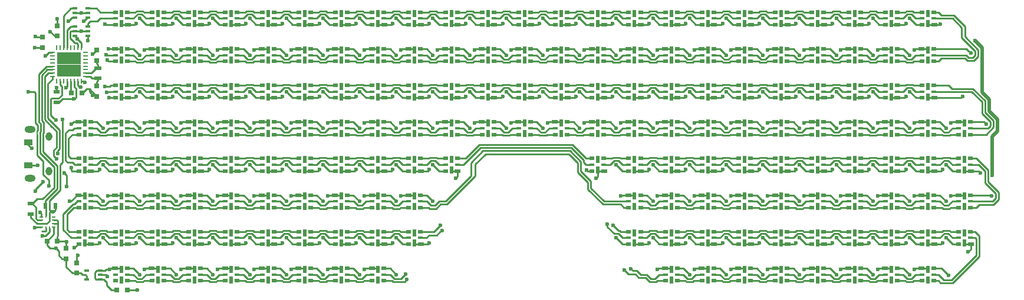
<source format=gtl>
G04 #@! TF.GenerationSoftware,KiCad,Pcbnew,(2017-09-07 revision 90668f9ef)-makepkg*
G04 #@! TF.CreationDate,2017-11-26T16:45:10+10:30*
G04 #@! TF.ProjectId,ledGlasses,6C6564476C61737365732E6B69636164,1.00*
G04 #@! TF.SameCoordinates,Original*
G04 #@! TF.FileFunction,Copper,L1,Top,Signal*
G04 #@! TF.FilePolarity,Positive*
%FSLAX46Y46*%
G04 Gerber Fmt 4.6, Leading zero omitted, Abs format (unit mm)*
G04 Created by KiCad (PCBNEW (2017-09-07 revision 90668f9ef)-makepkg) date 11/26/17 16:45:10*
%MOMM*%
%LPD*%
G01*
G04 APERTURE LIST*
%ADD10O,1.550000X1.000000*%
%ADD11O,0.950000X1.250000*%
%ADD12R,0.750000X0.800000*%
%ADD13R,0.800000X0.750000*%
%ADD14R,0.900000X0.500000*%
%ADD15R,0.500000X0.900000*%
%ADD16R,0.510000X0.280000*%
%ADD17R,0.280000X0.510000*%
%ADD18R,0.650000X0.400000*%
%ADD19R,0.800000X0.300000*%
%ADD20R,0.800000X0.500000*%
%ADD21R,0.500000X1.000000*%
%ADD22R,1.725000X1.725000*%
%ADD23R,0.250000X0.700000*%
%ADD24R,0.700000X0.250000*%
%ADD25R,1.100000X0.600000*%
%ADD26R,1.200000X0.900000*%
%ADD27C,0.600000*%
%ADD28C,0.550000*%
%ADD29C,0.250000*%
%ADD30C,0.500000*%
%ADD31C,0.190000*%
G04 APERTURE END LIST*
D10*
X77390000Y-101380000D03*
X77390000Y-108380000D03*
D11*
X80090000Y-102380000D03*
X80090000Y-107380000D03*
D12*
X81340000Y-87930000D03*
X81340000Y-86430000D03*
X79200000Y-88050000D03*
X79200000Y-89550000D03*
D13*
X84850000Y-96100000D03*
X83350000Y-96100000D03*
D12*
X82600000Y-119950000D03*
X82600000Y-118450000D03*
D13*
X81350000Y-117400000D03*
X79850000Y-117400000D03*
D14*
X77530000Y-112050000D03*
X77530000Y-113550000D03*
D15*
X81080000Y-112380000D03*
X79580000Y-112380000D03*
D14*
X81200000Y-97450000D03*
X81200000Y-95950000D03*
D16*
X79025000Y-113930000D03*
X79025000Y-114430000D03*
X79025000Y-114930000D03*
X79025000Y-115430000D03*
X80835000Y-115430000D03*
X80835000Y-113930000D03*
X80835000Y-114930000D03*
X80835000Y-114430000D03*
D17*
X80180000Y-115574796D03*
X79680000Y-115574796D03*
X80180000Y-113830000D03*
X79680000Y-113830000D03*
D18*
X83850000Y-85250000D03*
X83850000Y-83950000D03*
X85750000Y-84600000D03*
X83850000Y-84600000D03*
X85750000Y-83950000D03*
X85750000Y-85250000D03*
X85750000Y-87850000D03*
X85750000Y-86550000D03*
X83850000Y-87200000D03*
X85750000Y-87200000D03*
X83850000Y-86550000D03*
X83850000Y-87850000D03*
D14*
X91430000Y-86280000D03*
D19*
X91380000Y-85380000D03*
D20*
X91380000Y-84480000D03*
X89680000Y-84480000D03*
D19*
X89680000Y-85380000D03*
D20*
X89680000Y-86280000D03*
D21*
X90530000Y-86130000D03*
X90530000Y-84630000D03*
X95795000Y-84630000D03*
X95795000Y-86130000D03*
D20*
X94945000Y-86280000D03*
D19*
X94945000Y-85380000D03*
D20*
X94945000Y-84480000D03*
X96645000Y-84480000D03*
D19*
X96645000Y-85380000D03*
D14*
X96695000Y-86280000D03*
X101960000Y-86280000D03*
D19*
X101910000Y-85380000D03*
D20*
X101910000Y-84480000D03*
X100210000Y-84480000D03*
D19*
X100210000Y-85380000D03*
D20*
X100210000Y-86280000D03*
D21*
X101060000Y-86130000D03*
X101060000Y-84630000D03*
X106325000Y-84630000D03*
X106325000Y-86130000D03*
D20*
X105475000Y-86280000D03*
D19*
X105475000Y-85380000D03*
D20*
X105475000Y-84480000D03*
X107175000Y-84480000D03*
D19*
X107175000Y-85380000D03*
D14*
X107225000Y-86280000D03*
X112490000Y-86280000D03*
D19*
X112440000Y-85380000D03*
D20*
X112440000Y-84480000D03*
X110740000Y-84480000D03*
D19*
X110740000Y-85380000D03*
D20*
X110740000Y-86280000D03*
D21*
X111590000Y-86130000D03*
X111590000Y-84630000D03*
X116855000Y-84630000D03*
X116855000Y-86130000D03*
D20*
X116005000Y-86280000D03*
D19*
X116005000Y-85380000D03*
D20*
X116005000Y-84480000D03*
X117705000Y-84480000D03*
D19*
X117705000Y-85380000D03*
D14*
X117755000Y-86280000D03*
X123020000Y-86280000D03*
D19*
X122970000Y-85380000D03*
D20*
X122970000Y-84480000D03*
X121270000Y-84480000D03*
D19*
X121270000Y-85380000D03*
D20*
X121270000Y-86280000D03*
D21*
X122120000Y-86130000D03*
X122120000Y-84630000D03*
X127385000Y-84630000D03*
X127385000Y-86130000D03*
D20*
X126535000Y-86280000D03*
D19*
X126535000Y-85380000D03*
D20*
X126535000Y-84480000D03*
X128235000Y-84480000D03*
D19*
X128235000Y-85380000D03*
D14*
X128285000Y-86280000D03*
X133550000Y-86280000D03*
D19*
X133500000Y-85380000D03*
D20*
X133500000Y-84480000D03*
X131800000Y-84480000D03*
D19*
X131800000Y-85380000D03*
D20*
X131800000Y-86280000D03*
D21*
X132650000Y-86130000D03*
X132650000Y-84630000D03*
X137915000Y-84630000D03*
X137915000Y-86130000D03*
D20*
X137065000Y-86280000D03*
D19*
X137065000Y-85380000D03*
D20*
X137065000Y-84480000D03*
X138765000Y-84480000D03*
D19*
X138765000Y-85380000D03*
D14*
X138815000Y-86280000D03*
X144080000Y-86280000D03*
D19*
X144030000Y-85380000D03*
D20*
X144030000Y-84480000D03*
X142330000Y-84480000D03*
D19*
X142330000Y-85380000D03*
D20*
X142330000Y-86280000D03*
D21*
X143180000Y-86130000D03*
X143180000Y-84630000D03*
X148445000Y-84630000D03*
X148445000Y-86130000D03*
D20*
X147595000Y-86280000D03*
D19*
X147595000Y-85380000D03*
D20*
X147595000Y-84480000D03*
X149295000Y-84480000D03*
D19*
X149295000Y-85380000D03*
D14*
X149345000Y-86280000D03*
X154610000Y-86280000D03*
D19*
X154560000Y-85380000D03*
D20*
X154560000Y-84480000D03*
X152860000Y-84480000D03*
D19*
X152860000Y-85380000D03*
D20*
X152860000Y-86280000D03*
D21*
X153710000Y-86130000D03*
X153710000Y-84630000D03*
X158975000Y-84630000D03*
X158975000Y-86130000D03*
D20*
X158125000Y-86280000D03*
D19*
X158125000Y-85380000D03*
D20*
X158125000Y-84480000D03*
X159825000Y-84480000D03*
D19*
X159825000Y-85380000D03*
D14*
X159875000Y-86280000D03*
X165140000Y-86280000D03*
D19*
X165090000Y-85380000D03*
D20*
X165090000Y-84480000D03*
X163390000Y-84480000D03*
D19*
X163390000Y-85380000D03*
D20*
X163390000Y-86280000D03*
D21*
X164240000Y-86130000D03*
X164240000Y-84630000D03*
X169505000Y-84630000D03*
X169505000Y-86130000D03*
D20*
X168655000Y-86280000D03*
D19*
X168655000Y-85380000D03*
D20*
X168655000Y-84480000D03*
X170355000Y-84480000D03*
D19*
X170355000Y-85380000D03*
D14*
X170405000Y-86280000D03*
X175670000Y-86280000D03*
D19*
X175620000Y-85380000D03*
D20*
X175620000Y-84480000D03*
X173920000Y-84480000D03*
D19*
X173920000Y-85380000D03*
D20*
X173920000Y-86280000D03*
D21*
X174770000Y-86130000D03*
X174770000Y-84630000D03*
X180035000Y-84630000D03*
X180035000Y-86130000D03*
D20*
X179185000Y-86280000D03*
D19*
X179185000Y-85380000D03*
D20*
X179185000Y-84480000D03*
X180885000Y-84480000D03*
D19*
X180885000Y-85380000D03*
D14*
X180935000Y-86280000D03*
X186200000Y-86280000D03*
D19*
X186150000Y-85380000D03*
D20*
X186150000Y-84480000D03*
X184450000Y-84480000D03*
D19*
X184450000Y-85380000D03*
D20*
X184450000Y-86280000D03*
D21*
X185300000Y-86130000D03*
X185300000Y-84630000D03*
X190565000Y-84630000D03*
X190565000Y-86130000D03*
D20*
X189715000Y-86280000D03*
D19*
X189715000Y-85380000D03*
D20*
X189715000Y-84480000D03*
X191415000Y-84480000D03*
D19*
X191415000Y-85380000D03*
D14*
X191465000Y-86280000D03*
D21*
X195830000Y-84630000D03*
X195830000Y-86130000D03*
D20*
X194980000Y-86280000D03*
D19*
X194980000Y-85380000D03*
D20*
X194980000Y-84480000D03*
X196680000Y-84480000D03*
D19*
X196680000Y-85380000D03*
D14*
X196730000Y-86280000D03*
X201995000Y-86280000D03*
D19*
X201945000Y-85380000D03*
D20*
X201945000Y-84480000D03*
X200245000Y-84480000D03*
D19*
X200245000Y-85380000D03*
D20*
X200245000Y-86280000D03*
D21*
X201095000Y-86130000D03*
X201095000Y-84630000D03*
X206360000Y-84630000D03*
X206360000Y-86130000D03*
D20*
X205510000Y-86280000D03*
D19*
X205510000Y-85380000D03*
D20*
X205510000Y-84480000D03*
X207210000Y-84480000D03*
D19*
X207210000Y-85380000D03*
D14*
X207260000Y-86280000D03*
X205460000Y-89745000D03*
D19*
X205510000Y-90645000D03*
D20*
X205510000Y-91545000D03*
X207210000Y-91545000D03*
D19*
X207210000Y-90645000D03*
D20*
X207210000Y-89745000D03*
D21*
X206360000Y-89895000D03*
X206360000Y-91395000D03*
X201095000Y-91395000D03*
X201095000Y-89895000D03*
D20*
X201945000Y-89745000D03*
D19*
X201945000Y-90645000D03*
D20*
X201945000Y-91545000D03*
X200245000Y-91545000D03*
D19*
X200245000Y-90645000D03*
D14*
X200195000Y-89745000D03*
X194930000Y-89745000D03*
D19*
X194980000Y-90645000D03*
D20*
X194980000Y-91545000D03*
X196680000Y-91545000D03*
D19*
X196680000Y-90645000D03*
D20*
X196680000Y-89745000D03*
D21*
X195830000Y-89895000D03*
X195830000Y-91395000D03*
X190565000Y-91395000D03*
X190565000Y-89895000D03*
D20*
X191415000Y-89745000D03*
D19*
X191415000Y-90645000D03*
D20*
X191415000Y-91545000D03*
X189715000Y-91545000D03*
D19*
X189715000Y-90645000D03*
D14*
X189665000Y-89745000D03*
X184400000Y-89745000D03*
D19*
X184450000Y-90645000D03*
D20*
X184450000Y-91545000D03*
X186150000Y-91545000D03*
D19*
X186150000Y-90645000D03*
D20*
X186150000Y-89745000D03*
D21*
X185300000Y-89895000D03*
X185300000Y-91395000D03*
X180035000Y-91395000D03*
X180035000Y-89895000D03*
D20*
X180885000Y-89745000D03*
D19*
X180885000Y-90645000D03*
D20*
X180885000Y-91545000D03*
X179185000Y-91545000D03*
D19*
X179185000Y-90645000D03*
D14*
X179135000Y-89745000D03*
X173870000Y-89745000D03*
D19*
X173920000Y-90645000D03*
D20*
X173920000Y-91545000D03*
X175620000Y-91545000D03*
D19*
X175620000Y-90645000D03*
D20*
X175620000Y-89745000D03*
D21*
X174770000Y-89895000D03*
X174770000Y-91395000D03*
D14*
X168605000Y-89745000D03*
D19*
X168655000Y-90645000D03*
D20*
X168655000Y-91545000D03*
X170355000Y-91545000D03*
D19*
X170355000Y-90645000D03*
D20*
X170355000Y-89745000D03*
D21*
X169505000Y-89895000D03*
X169505000Y-91395000D03*
D14*
X163340000Y-89745000D03*
D19*
X163390000Y-90645000D03*
D20*
X163390000Y-91545000D03*
X165090000Y-91545000D03*
D19*
X165090000Y-90645000D03*
D20*
X165090000Y-89745000D03*
D21*
X164240000Y-89895000D03*
X164240000Y-91395000D03*
X158975000Y-91395000D03*
X158975000Y-89895000D03*
D20*
X159825000Y-89745000D03*
D19*
X159825000Y-90645000D03*
D20*
X159825000Y-91545000D03*
X158125000Y-91545000D03*
D19*
X158125000Y-90645000D03*
D14*
X158075000Y-89745000D03*
X152810000Y-89745000D03*
D19*
X152860000Y-90645000D03*
D20*
X152860000Y-91545000D03*
X154560000Y-91545000D03*
D19*
X154560000Y-90645000D03*
D20*
X154560000Y-89745000D03*
D21*
X153710000Y-89895000D03*
X153710000Y-91395000D03*
X148445000Y-91395000D03*
X148445000Y-89895000D03*
D20*
X149295000Y-89745000D03*
D19*
X149295000Y-90645000D03*
D20*
X149295000Y-91545000D03*
X147595000Y-91545000D03*
D19*
X147595000Y-90645000D03*
D14*
X147545000Y-89745000D03*
X142280000Y-89745000D03*
D19*
X142330000Y-90645000D03*
D20*
X142330000Y-91545000D03*
X144030000Y-91545000D03*
D19*
X144030000Y-90645000D03*
D20*
X144030000Y-89745000D03*
D21*
X143180000Y-89895000D03*
X143180000Y-91395000D03*
X137915000Y-91395000D03*
X137915000Y-89895000D03*
D20*
X138765000Y-89745000D03*
D19*
X138765000Y-90645000D03*
D20*
X138765000Y-91545000D03*
X137065000Y-91545000D03*
D19*
X137065000Y-90645000D03*
D14*
X137015000Y-89745000D03*
X131750000Y-89745000D03*
D19*
X131800000Y-90645000D03*
D20*
X131800000Y-91545000D03*
X133500000Y-91545000D03*
D19*
X133500000Y-90645000D03*
D20*
X133500000Y-89745000D03*
D21*
X132650000Y-89895000D03*
X132650000Y-91395000D03*
X127385000Y-91395000D03*
X127385000Y-89895000D03*
D20*
X128235000Y-89745000D03*
D19*
X128235000Y-90645000D03*
D20*
X128235000Y-91545000D03*
X126535000Y-91545000D03*
D19*
X126535000Y-90645000D03*
D14*
X126485000Y-89745000D03*
X121220000Y-89745000D03*
D19*
X121270000Y-90645000D03*
D20*
X121270000Y-91545000D03*
X122970000Y-91545000D03*
D19*
X122970000Y-90645000D03*
D20*
X122970000Y-89745000D03*
D21*
X122120000Y-89895000D03*
X122120000Y-91395000D03*
X116855000Y-91395000D03*
X116855000Y-89895000D03*
D20*
X117705000Y-89745000D03*
D19*
X117705000Y-90645000D03*
D20*
X117705000Y-91545000D03*
X116005000Y-91545000D03*
D19*
X116005000Y-90645000D03*
D14*
X115955000Y-89745000D03*
D21*
X111590000Y-91395000D03*
X111590000Y-89895000D03*
D20*
X112440000Y-89745000D03*
D19*
X112440000Y-90645000D03*
D20*
X112440000Y-91545000D03*
X110740000Y-91545000D03*
D19*
X110740000Y-90645000D03*
D14*
X110690000Y-89745000D03*
X105425000Y-89745000D03*
D19*
X105475000Y-90645000D03*
D20*
X105475000Y-91545000D03*
X107175000Y-91545000D03*
D19*
X107175000Y-90645000D03*
D20*
X107175000Y-89745000D03*
D21*
X106325000Y-89895000D03*
X106325000Y-91395000D03*
X101060000Y-91395000D03*
X101060000Y-89895000D03*
D20*
X101910000Y-89745000D03*
D19*
X101910000Y-90645000D03*
D20*
X101910000Y-91545000D03*
X100210000Y-91545000D03*
D19*
X100210000Y-90645000D03*
D14*
X100160000Y-89745000D03*
X94895000Y-89745000D03*
D19*
X94945000Y-90645000D03*
D20*
X94945000Y-91545000D03*
X96645000Y-91545000D03*
D19*
X96645000Y-90645000D03*
D20*
X96645000Y-89745000D03*
D21*
X95795000Y-89895000D03*
X95795000Y-91395000D03*
X90530000Y-91395000D03*
X90530000Y-89895000D03*
D20*
X91380000Y-89745000D03*
D19*
X91380000Y-90645000D03*
D20*
X91380000Y-91545000D03*
X89680000Y-91545000D03*
D19*
X89680000Y-90645000D03*
D14*
X89630000Y-89745000D03*
X91430000Y-96810000D03*
D19*
X91380000Y-95910000D03*
D20*
X91380000Y-95010000D03*
X89680000Y-95010000D03*
D19*
X89680000Y-95910000D03*
D20*
X89680000Y-96810000D03*
D21*
X90530000Y-96660000D03*
X90530000Y-95160000D03*
X95795000Y-95160000D03*
X95795000Y-96660000D03*
D20*
X94945000Y-96810000D03*
D19*
X94945000Y-95910000D03*
D20*
X94945000Y-95010000D03*
X96645000Y-95010000D03*
D19*
X96645000Y-95910000D03*
D14*
X96695000Y-96810000D03*
X101960000Y-96810000D03*
D19*
X101910000Y-95910000D03*
D20*
X101910000Y-95010000D03*
X100210000Y-95010000D03*
D19*
X100210000Y-95910000D03*
D20*
X100210000Y-96810000D03*
D21*
X101060000Y-96660000D03*
X101060000Y-95160000D03*
X106325000Y-95160000D03*
X106325000Y-96660000D03*
D20*
X105475000Y-96810000D03*
D19*
X105475000Y-95910000D03*
D20*
X105475000Y-95010000D03*
X107175000Y-95010000D03*
D19*
X107175000Y-95910000D03*
D14*
X107225000Y-96810000D03*
X112490000Y-96810000D03*
D19*
X112440000Y-95910000D03*
D20*
X112440000Y-95010000D03*
X110740000Y-95010000D03*
D19*
X110740000Y-95910000D03*
D20*
X110740000Y-96810000D03*
D21*
X111590000Y-96660000D03*
X111590000Y-95160000D03*
D14*
X117755000Y-96810000D03*
D19*
X117705000Y-95910000D03*
D20*
X117705000Y-95010000D03*
X116005000Y-95010000D03*
D19*
X116005000Y-95910000D03*
D20*
X116005000Y-96810000D03*
D21*
X116855000Y-96660000D03*
X116855000Y-95160000D03*
X122120000Y-95160000D03*
X122120000Y-96660000D03*
D20*
X121270000Y-96810000D03*
D19*
X121270000Y-95910000D03*
D20*
X121270000Y-95010000D03*
X122970000Y-95010000D03*
D19*
X122970000Y-95910000D03*
D14*
X123020000Y-96810000D03*
X128285000Y-96810000D03*
D19*
X128235000Y-95910000D03*
D20*
X128235000Y-95010000D03*
X126535000Y-95010000D03*
D19*
X126535000Y-95910000D03*
D20*
X126535000Y-96810000D03*
D21*
X127385000Y-96660000D03*
X127385000Y-95160000D03*
X132650000Y-95160000D03*
X132650000Y-96660000D03*
D20*
X131800000Y-96810000D03*
D19*
X131800000Y-95910000D03*
D20*
X131800000Y-95010000D03*
X133500000Y-95010000D03*
D19*
X133500000Y-95910000D03*
D14*
X133550000Y-96810000D03*
X138815000Y-96810000D03*
D19*
X138765000Y-95910000D03*
D20*
X138765000Y-95010000D03*
X137065000Y-95010000D03*
D19*
X137065000Y-95910000D03*
D20*
X137065000Y-96810000D03*
D21*
X137915000Y-96660000D03*
X137915000Y-95160000D03*
X143180000Y-95160000D03*
X143180000Y-96660000D03*
D20*
X142330000Y-96810000D03*
D19*
X142330000Y-95910000D03*
D20*
X142330000Y-95010000D03*
X144030000Y-95010000D03*
D19*
X144030000Y-95910000D03*
D14*
X144080000Y-96810000D03*
X149345000Y-96810000D03*
D19*
X149295000Y-95910000D03*
D20*
X149295000Y-95010000D03*
X147595000Y-95010000D03*
D19*
X147595000Y-95910000D03*
D20*
X147595000Y-96810000D03*
D21*
X148445000Y-96660000D03*
X148445000Y-95160000D03*
X153710000Y-95160000D03*
X153710000Y-96660000D03*
D20*
X152860000Y-96810000D03*
D19*
X152860000Y-95910000D03*
D20*
X152860000Y-95010000D03*
X154560000Y-95010000D03*
D19*
X154560000Y-95910000D03*
D14*
X154610000Y-96810000D03*
X159875000Y-96810000D03*
D19*
X159825000Y-95910000D03*
D20*
X159825000Y-95010000D03*
X158125000Y-95010000D03*
D19*
X158125000Y-95910000D03*
D20*
X158125000Y-96810000D03*
D21*
X158975000Y-96660000D03*
X158975000Y-95160000D03*
D14*
X165140000Y-96810000D03*
D19*
X165090000Y-95910000D03*
D20*
X165090000Y-95010000D03*
X163390000Y-95010000D03*
D19*
X163390000Y-95910000D03*
D20*
X163390000Y-96810000D03*
D21*
X164240000Y-96660000D03*
X164240000Y-95160000D03*
D14*
X170405000Y-96810000D03*
D19*
X170355000Y-95910000D03*
D20*
X170355000Y-95010000D03*
X168655000Y-95010000D03*
D19*
X168655000Y-95910000D03*
D20*
X168655000Y-96810000D03*
D21*
X169505000Y-96660000D03*
X169505000Y-95160000D03*
X174770000Y-95160000D03*
X174770000Y-96660000D03*
D20*
X173920000Y-96810000D03*
D19*
X173920000Y-95910000D03*
D20*
X173920000Y-95010000D03*
X175620000Y-95010000D03*
D19*
X175620000Y-95910000D03*
D14*
X175670000Y-96810000D03*
X180935000Y-96810000D03*
D19*
X180885000Y-95910000D03*
D20*
X180885000Y-95010000D03*
X179185000Y-95010000D03*
D19*
X179185000Y-95910000D03*
D20*
X179185000Y-96810000D03*
D21*
X180035000Y-96660000D03*
X180035000Y-95160000D03*
X185300000Y-95160000D03*
X185300000Y-96660000D03*
D20*
X184450000Y-96810000D03*
D19*
X184450000Y-95910000D03*
D20*
X184450000Y-95010000D03*
X186150000Y-95010000D03*
D19*
X186150000Y-95910000D03*
D14*
X186200000Y-96810000D03*
X191465000Y-96810000D03*
D19*
X191415000Y-95910000D03*
D20*
X191415000Y-95010000D03*
X189715000Y-95010000D03*
D19*
X189715000Y-95910000D03*
D20*
X189715000Y-96810000D03*
D21*
X190565000Y-96660000D03*
X190565000Y-95160000D03*
X195830000Y-95160000D03*
X195830000Y-96660000D03*
D20*
X194980000Y-96810000D03*
D19*
X194980000Y-95910000D03*
D20*
X194980000Y-95010000D03*
X196680000Y-95010000D03*
D19*
X196680000Y-95910000D03*
D14*
X196730000Y-96810000D03*
X201995000Y-96810000D03*
D19*
X201945000Y-95910000D03*
D20*
X201945000Y-95010000D03*
X200245000Y-95010000D03*
D19*
X200245000Y-95910000D03*
D20*
X200245000Y-96810000D03*
D21*
X201095000Y-96660000D03*
X201095000Y-95160000D03*
X206360000Y-95160000D03*
X206360000Y-96660000D03*
D20*
X205510000Y-96810000D03*
D19*
X205510000Y-95910000D03*
D20*
X205510000Y-95010000D03*
X207210000Y-95010000D03*
D19*
X207210000Y-95910000D03*
D14*
X207260000Y-96810000D03*
X210725000Y-100275000D03*
D19*
X210775000Y-101175000D03*
D20*
X210775000Y-102075000D03*
X212475000Y-102075000D03*
D19*
X212475000Y-101175000D03*
D20*
X212475000Y-100275000D03*
D21*
X211625000Y-100425000D03*
X211625000Y-101925000D03*
X206360000Y-101925000D03*
X206360000Y-100425000D03*
D20*
X207210000Y-100275000D03*
D19*
X207210000Y-101175000D03*
D20*
X207210000Y-102075000D03*
X205510000Y-102075000D03*
D19*
X205510000Y-101175000D03*
D14*
X205460000Y-100275000D03*
D21*
X201095000Y-101925000D03*
X201095000Y-100425000D03*
D20*
X201945000Y-100275000D03*
D19*
X201945000Y-101175000D03*
D20*
X201945000Y-102075000D03*
X200245000Y-102075000D03*
D19*
X200245000Y-101175000D03*
D14*
X200195000Y-100275000D03*
D21*
X195830000Y-101925000D03*
X195830000Y-100425000D03*
D20*
X196680000Y-100275000D03*
D19*
X196680000Y-101175000D03*
D20*
X196680000Y-102075000D03*
X194980000Y-102075000D03*
D19*
X194980000Y-101175000D03*
D14*
X194930000Y-100275000D03*
X189665000Y-100275000D03*
D19*
X189715000Y-101175000D03*
D20*
X189715000Y-102075000D03*
X191415000Y-102075000D03*
D19*
X191415000Y-101175000D03*
D20*
X191415000Y-100275000D03*
D21*
X190565000Y-100425000D03*
X190565000Y-101925000D03*
X185300000Y-101925000D03*
X185300000Y-100425000D03*
D20*
X186150000Y-100275000D03*
D19*
X186150000Y-101175000D03*
D20*
X186150000Y-102075000D03*
X184450000Y-102075000D03*
D19*
X184450000Y-101175000D03*
D14*
X184400000Y-100275000D03*
X179135000Y-100275000D03*
D19*
X179185000Y-101175000D03*
D20*
X179185000Y-102075000D03*
X180885000Y-102075000D03*
D19*
X180885000Y-101175000D03*
D20*
X180885000Y-100275000D03*
D21*
X180035000Y-100425000D03*
X180035000Y-101925000D03*
X174770000Y-101925000D03*
X174770000Y-100425000D03*
D20*
X175620000Y-100275000D03*
D19*
X175620000Y-101175000D03*
D20*
X175620000Y-102075000D03*
X173920000Y-102075000D03*
D19*
X173920000Y-101175000D03*
D14*
X173870000Y-100275000D03*
X168605000Y-100275000D03*
D19*
X168655000Y-101175000D03*
D20*
X168655000Y-102075000D03*
X170355000Y-102075000D03*
D19*
X170355000Y-101175000D03*
D20*
X170355000Y-100275000D03*
D21*
X169505000Y-100425000D03*
X169505000Y-101925000D03*
X164240000Y-101925000D03*
X164240000Y-100425000D03*
D20*
X165090000Y-100275000D03*
D19*
X165090000Y-101175000D03*
D20*
X165090000Y-102075000D03*
X163390000Y-102075000D03*
D19*
X163390000Y-101175000D03*
D14*
X163340000Y-100275000D03*
X158075000Y-100275000D03*
D19*
X158125000Y-101175000D03*
D20*
X158125000Y-102075000D03*
X159825000Y-102075000D03*
D19*
X159825000Y-101175000D03*
D20*
X159825000Y-100275000D03*
D21*
X158975000Y-100425000D03*
X158975000Y-101925000D03*
D14*
X152810000Y-100275000D03*
D19*
X152860000Y-101175000D03*
D20*
X152860000Y-102075000D03*
X154560000Y-102075000D03*
D19*
X154560000Y-101175000D03*
D20*
X154560000Y-100275000D03*
D21*
X153710000Y-100425000D03*
X153710000Y-101925000D03*
X148445000Y-101925000D03*
X148445000Y-100425000D03*
D20*
X149295000Y-100275000D03*
D19*
X149295000Y-101175000D03*
D20*
X149295000Y-102075000D03*
X147595000Y-102075000D03*
D19*
X147595000Y-101175000D03*
D14*
X147545000Y-100275000D03*
X142280000Y-100275000D03*
D19*
X142330000Y-101175000D03*
D20*
X142330000Y-102075000D03*
X144030000Y-102075000D03*
D19*
X144030000Y-101175000D03*
D20*
X144030000Y-100275000D03*
D21*
X143180000Y-100425000D03*
X143180000Y-101925000D03*
X137915000Y-101925000D03*
X137915000Y-100425000D03*
D20*
X138765000Y-100275000D03*
D19*
X138765000Y-101175000D03*
D20*
X138765000Y-102075000D03*
X137065000Y-102075000D03*
D19*
X137065000Y-101175000D03*
D14*
X137015000Y-100275000D03*
X131750000Y-100275000D03*
D19*
X131800000Y-101175000D03*
D20*
X131800000Y-102075000D03*
X133500000Y-102075000D03*
D19*
X133500000Y-101175000D03*
D20*
X133500000Y-100275000D03*
D21*
X132650000Y-100425000D03*
X132650000Y-101925000D03*
X127385000Y-101925000D03*
X127385000Y-100425000D03*
D20*
X128235000Y-100275000D03*
D19*
X128235000Y-101175000D03*
D20*
X128235000Y-102075000D03*
X126535000Y-102075000D03*
D19*
X126535000Y-101175000D03*
D14*
X126485000Y-100275000D03*
D21*
X122120000Y-101925000D03*
X122120000Y-100425000D03*
D20*
X122970000Y-100275000D03*
D19*
X122970000Y-101175000D03*
D20*
X122970000Y-102075000D03*
X121270000Y-102075000D03*
D19*
X121270000Y-101175000D03*
D14*
X121220000Y-100275000D03*
X115955000Y-100275000D03*
D19*
X116005000Y-101175000D03*
D20*
X116005000Y-102075000D03*
X117705000Y-102075000D03*
D19*
X117705000Y-101175000D03*
D20*
X117705000Y-100275000D03*
D21*
X116855000Y-100425000D03*
X116855000Y-101925000D03*
X111590000Y-101925000D03*
X111590000Y-100425000D03*
D20*
X112440000Y-100275000D03*
D19*
X112440000Y-101175000D03*
D20*
X112440000Y-102075000D03*
X110740000Y-102075000D03*
D19*
X110740000Y-101175000D03*
D14*
X110690000Y-100275000D03*
X105425000Y-100275000D03*
D19*
X105475000Y-101175000D03*
D20*
X105475000Y-102075000D03*
X107175000Y-102075000D03*
D19*
X107175000Y-101175000D03*
D20*
X107175000Y-100275000D03*
D21*
X106325000Y-100425000D03*
X106325000Y-101925000D03*
X101060000Y-101925000D03*
X101060000Y-100425000D03*
D20*
X101910000Y-100275000D03*
D19*
X101910000Y-101175000D03*
D20*
X101910000Y-102075000D03*
X100210000Y-102075000D03*
D19*
X100210000Y-101175000D03*
D14*
X100160000Y-100275000D03*
X94895000Y-100275000D03*
D19*
X94945000Y-101175000D03*
D20*
X94945000Y-102075000D03*
X96645000Y-102075000D03*
D19*
X96645000Y-101175000D03*
D20*
X96645000Y-100275000D03*
D21*
X95795000Y-100425000D03*
X95795000Y-101925000D03*
X90530000Y-101925000D03*
X90530000Y-100425000D03*
D20*
X91380000Y-100275000D03*
D19*
X91380000Y-101175000D03*
D20*
X91380000Y-102075000D03*
X89680000Y-102075000D03*
D19*
X89680000Y-101175000D03*
D14*
X89630000Y-100275000D03*
X84365000Y-100275000D03*
D19*
X84415000Y-101175000D03*
D20*
X84415000Y-102075000D03*
X86115000Y-102075000D03*
D19*
X86115000Y-101175000D03*
D20*
X86115000Y-100275000D03*
D21*
X85265000Y-100425000D03*
X85265000Y-101925000D03*
X85265000Y-105690000D03*
X85265000Y-107190000D03*
D20*
X84415000Y-107340000D03*
D19*
X84415000Y-106440000D03*
D20*
X84415000Y-105540000D03*
X86115000Y-105540000D03*
D19*
X86115000Y-106440000D03*
D14*
X86165000Y-107340000D03*
X91430000Y-107340000D03*
D19*
X91380000Y-106440000D03*
D20*
X91380000Y-105540000D03*
X89680000Y-105540000D03*
D19*
X89680000Y-106440000D03*
D20*
X89680000Y-107340000D03*
D21*
X90530000Y-107190000D03*
X90530000Y-105690000D03*
X95795000Y-105690000D03*
X95795000Y-107190000D03*
D20*
X94945000Y-107340000D03*
D19*
X94945000Y-106440000D03*
D20*
X94945000Y-105540000D03*
X96645000Y-105540000D03*
D19*
X96645000Y-106440000D03*
D14*
X96695000Y-107340000D03*
X101960000Y-107340000D03*
D19*
X101910000Y-106440000D03*
D20*
X101910000Y-105540000D03*
X100210000Y-105540000D03*
D19*
X100210000Y-106440000D03*
D20*
X100210000Y-107340000D03*
D21*
X101060000Y-107190000D03*
X101060000Y-105690000D03*
D14*
X107225000Y-107340000D03*
D19*
X107175000Y-106440000D03*
D20*
X107175000Y-105540000D03*
X105475000Y-105540000D03*
D19*
X105475000Y-106440000D03*
D20*
X105475000Y-107340000D03*
D21*
X106325000Y-107190000D03*
X106325000Y-105690000D03*
D14*
X112490000Y-107340000D03*
D19*
X112440000Y-106440000D03*
D20*
X112440000Y-105540000D03*
X110740000Y-105540000D03*
D19*
X110740000Y-106440000D03*
D20*
X110740000Y-107340000D03*
D21*
X111590000Y-107190000D03*
X111590000Y-105690000D03*
X116855000Y-105690000D03*
X116855000Y-107190000D03*
D20*
X116005000Y-107340000D03*
D19*
X116005000Y-106440000D03*
D20*
X116005000Y-105540000D03*
X117705000Y-105540000D03*
D19*
X117705000Y-106440000D03*
D14*
X117755000Y-107340000D03*
X123020000Y-107340000D03*
D19*
X122970000Y-106440000D03*
D20*
X122970000Y-105540000D03*
X121270000Y-105540000D03*
D19*
X121270000Y-106440000D03*
D20*
X121270000Y-107340000D03*
D21*
X122120000Y-107190000D03*
X122120000Y-105690000D03*
X127385000Y-105690000D03*
X127385000Y-107190000D03*
D20*
X126535000Y-107340000D03*
D19*
X126535000Y-106440000D03*
D20*
X126535000Y-105540000D03*
X128235000Y-105540000D03*
D19*
X128235000Y-106440000D03*
D14*
X128285000Y-107340000D03*
X133550000Y-107340000D03*
D19*
X133500000Y-106440000D03*
D20*
X133500000Y-105540000D03*
X131800000Y-105540000D03*
D19*
X131800000Y-106440000D03*
D20*
X131800000Y-107340000D03*
D21*
X132650000Y-107190000D03*
X132650000Y-105690000D03*
D14*
X138815000Y-107340000D03*
D19*
X138765000Y-106440000D03*
D20*
X138765000Y-105540000D03*
X137065000Y-105540000D03*
D19*
X137065000Y-106440000D03*
D20*
X137065000Y-107340000D03*
D21*
X137915000Y-107190000D03*
X137915000Y-105690000D03*
X158975000Y-105690000D03*
X158975000Y-107190000D03*
D20*
X158125000Y-107340000D03*
D19*
X158125000Y-106440000D03*
D20*
X158125000Y-105540000D03*
X159825000Y-105540000D03*
D19*
X159825000Y-106440000D03*
D14*
X159875000Y-107340000D03*
X165140000Y-107340000D03*
D19*
X165090000Y-106440000D03*
D20*
X165090000Y-105540000D03*
X163390000Y-105540000D03*
D19*
X163390000Y-106440000D03*
D20*
X163390000Y-107340000D03*
D21*
X164240000Y-107190000D03*
X164240000Y-105690000D03*
X169505000Y-105690000D03*
X169505000Y-107190000D03*
D20*
X168655000Y-107340000D03*
D19*
X168655000Y-106440000D03*
D20*
X168655000Y-105540000D03*
X170355000Y-105540000D03*
D19*
X170355000Y-106440000D03*
D14*
X170405000Y-107340000D03*
D21*
X174770000Y-105690000D03*
X174770000Y-107190000D03*
D20*
X173920000Y-107340000D03*
D19*
X173920000Y-106440000D03*
D20*
X173920000Y-105540000D03*
X175620000Y-105540000D03*
D19*
X175620000Y-106440000D03*
D14*
X175670000Y-107340000D03*
X180935000Y-107340000D03*
D19*
X180885000Y-106440000D03*
D20*
X180885000Y-105540000D03*
X179185000Y-105540000D03*
D19*
X179185000Y-106440000D03*
D20*
X179185000Y-107340000D03*
D21*
X180035000Y-107190000D03*
X180035000Y-105690000D03*
X185300000Y-105690000D03*
X185300000Y-107190000D03*
D20*
X184450000Y-107340000D03*
D19*
X184450000Y-106440000D03*
D20*
X184450000Y-105540000D03*
X186150000Y-105540000D03*
D19*
X186150000Y-106440000D03*
D14*
X186200000Y-107340000D03*
X191465000Y-107340000D03*
D19*
X191415000Y-106440000D03*
D20*
X191415000Y-105540000D03*
X189715000Y-105540000D03*
D19*
X189715000Y-106440000D03*
D20*
X189715000Y-107340000D03*
D21*
X190565000Y-107190000D03*
X190565000Y-105690000D03*
X195830000Y-105690000D03*
X195830000Y-107190000D03*
D20*
X194980000Y-107340000D03*
D19*
X194980000Y-106440000D03*
D20*
X194980000Y-105540000D03*
X196680000Y-105540000D03*
D19*
X196680000Y-106440000D03*
D14*
X196730000Y-107340000D03*
X201995000Y-107340000D03*
D19*
X201945000Y-106440000D03*
D20*
X201945000Y-105540000D03*
X200245000Y-105540000D03*
D19*
X200245000Y-106440000D03*
D20*
X200245000Y-107340000D03*
D21*
X201095000Y-107190000D03*
X201095000Y-105690000D03*
X206360000Y-105690000D03*
X206360000Y-107190000D03*
D20*
X205510000Y-107340000D03*
D19*
X205510000Y-106440000D03*
D20*
X205510000Y-105540000D03*
X207210000Y-105540000D03*
D19*
X207210000Y-106440000D03*
D14*
X207260000Y-107340000D03*
X212525000Y-107340000D03*
D19*
X212475000Y-106440000D03*
D20*
X212475000Y-105540000D03*
X210775000Y-105540000D03*
D19*
X210775000Y-106440000D03*
D20*
X210775000Y-107340000D03*
D21*
X211625000Y-107190000D03*
X211625000Y-105690000D03*
X211625000Y-112455000D03*
X211625000Y-110955000D03*
D20*
X212475000Y-110805000D03*
D19*
X212475000Y-111705000D03*
D20*
X212475000Y-112605000D03*
X210775000Y-112605000D03*
D19*
X210775000Y-111705000D03*
D14*
X210725000Y-110805000D03*
X205460000Y-110805000D03*
D19*
X205510000Y-111705000D03*
D20*
X205510000Y-112605000D03*
X207210000Y-112605000D03*
D19*
X207210000Y-111705000D03*
D20*
X207210000Y-110805000D03*
D21*
X206360000Y-110955000D03*
X206360000Y-112455000D03*
X201095000Y-112455000D03*
X201095000Y-110955000D03*
D20*
X201945000Y-110805000D03*
D19*
X201945000Y-111705000D03*
D20*
X201945000Y-112605000D03*
X200245000Y-112605000D03*
D19*
X200245000Y-111705000D03*
D14*
X200195000Y-110805000D03*
X194930000Y-110805000D03*
D19*
X194980000Y-111705000D03*
D20*
X194980000Y-112605000D03*
X196680000Y-112605000D03*
D19*
X196680000Y-111705000D03*
D20*
X196680000Y-110805000D03*
D21*
X195830000Y-110955000D03*
X195830000Y-112455000D03*
X190565000Y-112455000D03*
X190565000Y-110955000D03*
D20*
X191415000Y-110805000D03*
D19*
X191415000Y-111705000D03*
D20*
X191415000Y-112605000D03*
X189715000Y-112605000D03*
D19*
X189715000Y-111705000D03*
D14*
X189665000Y-110805000D03*
X184400000Y-110805000D03*
D19*
X184450000Y-111705000D03*
D20*
X184450000Y-112605000D03*
X186150000Y-112605000D03*
D19*
X186150000Y-111705000D03*
D20*
X186150000Y-110805000D03*
D21*
X185300000Y-110955000D03*
X185300000Y-112455000D03*
X180035000Y-112455000D03*
X180035000Y-110955000D03*
D20*
X180885000Y-110805000D03*
D19*
X180885000Y-111705000D03*
D20*
X180885000Y-112605000D03*
X179185000Y-112605000D03*
D19*
X179185000Y-111705000D03*
D14*
X179135000Y-110805000D03*
X173870000Y-110805000D03*
D19*
X173920000Y-111705000D03*
D20*
X173920000Y-112605000D03*
X175620000Y-112605000D03*
D19*
X175620000Y-111705000D03*
D20*
X175620000Y-110805000D03*
D21*
X174770000Y-110955000D03*
X174770000Y-112455000D03*
X169505000Y-112455000D03*
X169505000Y-110955000D03*
D20*
X170355000Y-110805000D03*
D19*
X170355000Y-111705000D03*
D20*
X170355000Y-112605000D03*
X168655000Y-112605000D03*
D19*
X168655000Y-111705000D03*
D14*
X168605000Y-110805000D03*
X163340000Y-110805000D03*
D19*
X163390000Y-111705000D03*
D20*
X163390000Y-112605000D03*
X165090000Y-112605000D03*
D19*
X165090000Y-111705000D03*
D20*
X165090000Y-110805000D03*
D21*
X164240000Y-110955000D03*
X164240000Y-112455000D03*
X132650000Y-112455000D03*
X132650000Y-110955000D03*
D20*
X133500000Y-110805000D03*
D19*
X133500000Y-111705000D03*
D20*
X133500000Y-112605000D03*
X131800000Y-112605000D03*
D19*
X131800000Y-111705000D03*
D14*
X131750000Y-110805000D03*
D21*
X127385000Y-112455000D03*
X127385000Y-110955000D03*
D20*
X128235000Y-110805000D03*
D19*
X128235000Y-111705000D03*
D20*
X128235000Y-112605000D03*
X126535000Y-112605000D03*
D19*
X126535000Y-111705000D03*
D14*
X126485000Y-110805000D03*
D21*
X122120000Y-112455000D03*
X122120000Y-110955000D03*
D20*
X122970000Y-110805000D03*
D19*
X122970000Y-111705000D03*
D20*
X122970000Y-112605000D03*
X121270000Y-112605000D03*
D19*
X121270000Y-111705000D03*
D14*
X121220000Y-110805000D03*
X115955000Y-110805000D03*
D19*
X116005000Y-111705000D03*
D20*
X116005000Y-112605000D03*
X117705000Y-112605000D03*
D19*
X117705000Y-111705000D03*
D20*
X117705000Y-110805000D03*
D21*
X116855000Y-110955000D03*
X116855000Y-112455000D03*
X111590000Y-112455000D03*
X111590000Y-110955000D03*
D20*
X112440000Y-110805000D03*
D19*
X112440000Y-111705000D03*
D20*
X112440000Y-112605000D03*
X110740000Y-112605000D03*
D19*
X110740000Y-111705000D03*
D14*
X110690000Y-110805000D03*
X105425000Y-110805000D03*
D19*
X105475000Y-111705000D03*
D20*
X105475000Y-112605000D03*
X107175000Y-112605000D03*
D19*
X107175000Y-111705000D03*
D20*
X107175000Y-110805000D03*
D21*
X106325000Y-110955000D03*
X106325000Y-112455000D03*
X101060000Y-112455000D03*
X101060000Y-110955000D03*
D20*
X101910000Y-110805000D03*
D19*
X101910000Y-111705000D03*
D20*
X101910000Y-112605000D03*
X100210000Y-112605000D03*
D19*
X100210000Y-111705000D03*
D14*
X100160000Y-110805000D03*
X94895000Y-110805000D03*
D19*
X94945000Y-111705000D03*
D20*
X94945000Y-112605000D03*
X96645000Y-112605000D03*
D19*
X96645000Y-111705000D03*
D20*
X96645000Y-110805000D03*
D21*
X95795000Y-110955000D03*
X95795000Y-112455000D03*
X90530000Y-112455000D03*
X90530000Y-110955000D03*
D20*
X91380000Y-110805000D03*
D19*
X91380000Y-111705000D03*
D20*
X91380000Y-112605000D03*
X89680000Y-112605000D03*
D19*
X89680000Y-111705000D03*
D14*
X89630000Y-110805000D03*
X84365000Y-110805000D03*
D19*
X84415000Y-111705000D03*
D20*
X84415000Y-112605000D03*
X86115000Y-112605000D03*
D19*
X86115000Y-111705000D03*
D20*
X86115000Y-110805000D03*
D21*
X85265000Y-110955000D03*
X85265000Y-112455000D03*
X85265000Y-116220000D03*
X85265000Y-117720000D03*
D20*
X84415000Y-117870000D03*
D19*
X84415000Y-116970000D03*
D20*
X84415000Y-116070000D03*
X86115000Y-116070000D03*
D19*
X86115000Y-116970000D03*
D14*
X86165000Y-117870000D03*
X91430000Y-117870000D03*
D19*
X91380000Y-116970000D03*
D20*
X91380000Y-116070000D03*
X89680000Y-116070000D03*
D19*
X89680000Y-116970000D03*
D20*
X89680000Y-117870000D03*
D21*
X90530000Y-117720000D03*
X90530000Y-116220000D03*
X95795000Y-116220000D03*
X95795000Y-117720000D03*
D20*
X94945000Y-117870000D03*
D19*
X94945000Y-116970000D03*
D20*
X94945000Y-116070000D03*
X96645000Y-116070000D03*
D19*
X96645000Y-116970000D03*
D14*
X96695000Y-117870000D03*
X101960000Y-117870000D03*
D19*
X101910000Y-116970000D03*
D20*
X101910000Y-116070000D03*
X100210000Y-116070000D03*
D19*
X100210000Y-116970000D03*
D20*
X100210000Y-117870000D03*
D21*
X101060000Y-117720000D03*
X101060000Y-116220000D03*
X106325000Y-116220000D03*
X106325000Y-117720000D03*
D20*
X105475000Y-117870000D03*
D19*
X105475000Y-116970000D03*
D20*
X105475000Y-116070000D03*
X107175000Y-116070000D03*
D19*
X107175000Y-116970000D03*
D14*
X107225000Y-117870000D03*
X112490000Y-117870000D03*
D19*
X112440000Y-116970000D03*
D20*
X112440000Y-116070000D03*
X110740000Y-116070000D03*
D19*
X110740000Y-116970000D03*
D20*
X110740000Y-117870000D03*
D21*
X111590000Y-117720000D03*
X111590000Y-116220000D03*
X116855000Y-116220000D03*
X116855000Y-117720000D03*
D20*
X116005000Y-117870000D03*
D19*
X116005000Y-116970000D03*
D20*
X116005000Y-116070000D03*
X117705000Y-116070000D03*
D19*
X117705000Y-116970000D03*
D14*
X117755000Y-117870000D03*
X123020000Y-117870000D03*
D19*
X122970000Y-116970000D03*
D20*
X122970000Y-116070000D03*
X121270000Y-116070000D03*
D19*
X121270000Y-116970000D03*
D20*
X121270000Y-117870000D03*
D21*
X122120000Y-117720000D03*
X122120000Y-116220000D03*
X127385000Y-116220000D03*
X127385000Y-117720000D03*
D20*
X126535000Y-117870000D03*
D19*
X126535000Y-116970000D03*
D20*
X126535000Y-116070000D03*
X128235000Y-116070000D03*
D19*
X128235000Y-116970000D03*
D14*
X128285000Y-117870000D03*
X133550000Y-117870000D03*
D19*
X133500000Y-116970000D03*
D20*
X133500000Y-116070000D03*
X131800000Y-116070000D03*
D19*
X131800000Y-116970000D03*
D20*
X131800000Y-117870000D03*
D21*
X132650000Y-117720000D03*
X132650000Y-116220000D03*
X164240000Y-116220000D03*
X164240000Y-117720000D03*
D20*
X163390000Y-117870000D03*
D19*
X163390000Y-116970000D03*
D20*
X163390000Y-116070000D03*
X165090000Y-116070000D03*
D19*
X165090000Y-116970000D03*
D14*
X165140000Y-117870000D03*
X170405000Y-117870000D03*
D19*
X170355000Y-116970000D03*
D20*
X170355000Y-116070000D03*
X168655000Y-116070000D03*
D19*
X168655000Y-116970000D03*
D20*
X168655000Y-117870000D03*
D21*
X169505000Y-117720000D03*
X169505000Y-116220000D03*
X174770000Y-116220000D03*
X174770000Y-117720000D03*
D20*
X173920000Y-117870000D03*
D19*
X173920000Y-116970000D03*
D20*
X173920000Y-116070000D03*
X175620000Y-116070000D03*
D19*
X175620000Y-116970000D03*
D14*
X175670000Y-117870000D03*
X180935000Y-117870000D03*
D19*
X180885000Y-116970000D03*
D20*
X180885000Y-116070000D03*
X179185000Y-116070000D03*
D19*
X179185000Y-116970000D03*
D20*
X179185000Y-117870000D03*
D21*
X180035000Y-117720000D03*
X180035000Y-116220000D03*
X185300000Y-116220000D03*
X185300000Y-117720000D03*
D20*
X184450000Y-117870000D03*
D19*
X184450000Y-116970000D03*
D20*
X184450000Y-116070000D03*
X186150000Y-116070000D03*
D19*
X186150000Y-116970000D03*
D14*
X186200000Y-117870000D03*
X191465000Y-117870000D03*
D19*
X191415000Y-116970000D03*
D20*
X191415000Y-116070000D03*
X189715000Y-116070000D03*
D19*
X189715000Y-116970000D03*
D20*
X189715000Y-117870000D03*
D21*
X190565000Y-117720000D03*
X190565000Y-116220000D03*
D14*
X196730000Y-117870000D03*
D19*
X196680000Y-116970000D03*
D20*
X196680000Y-116070000D03*
X194980000Y-116070000D03*
D19*
X194980000Y-116970000D03*
D20*
X194980000Y-117870000D03*
D21*
X195830000Y-117720000D03*
X195830000Y-116220000D03*
X201095000Y-116220000D03*
X201095000Y-117720000D03*
D20*
X200245000Y-117870000D03*
D19*
X200245000Y-116970000D03*
D20*
X200245000Y-116070000D03*
X201945000Y-116070000D03*
D19*
X201945000Y-116970000D03*
D14*
X201995000Y-117870000D03*
X207260000Y-117870000D03*
D19*
X207210000Y-116970000D03*
D20*
X207210000Y-116070000D03*
X205510000Y-116070000D03*
D19*
X205510000Y-116970000D03*
D20*
X205510000Y-117870000D03*
D21*
X206360000Y-117720000D03*
X206360000Y-116220000D03*
X211625000Y-116220000D03*
X211625000Y-117720000D03*
D20*
X210775000Y-117870000D03*
D19*
X210775000Y-116970000D03*
D20*
X210775000Y-116070000D03*
X212475000Y-116070000D03*
D19*
X212475000Y-116970000D03*
D14*
X212525000Y-117870000D03*
D21*
X206360000Y-122985000D03*
X206360000Y-121485000D03*
D20*
X207210000Y-121335000D03*
D19*
X207210000Y-122235000D03*
D20*
X207210000Y-123135000D03*
X205510000Y-123135000D03*
D19*
X205510000Y-122235000D03*
D14*
X205460000Y-121335000D03*
X200195000Y-121335000D03*
D19*
X200245000Y-122235000D03*
D20*
X200245000Y-123135000D03*
X201945000Y-123135000D03*
D19*
X201945000Y-122235000D03*
D20*
X201945000Y-121335000D03*
D21*
X201095000Y-121485000D03*
X201095000Y-122985000D03*
X195830000Y-122985000D03*
X195830000Y-121485000D03*
D20*
X196680000Y-121335000D03*
D19*
X196680000Y-122235000D03*
D20*
X196680000Y-123135000D03*
X194980000Y-123135000D03*
D19*
X194980000Y-122235000D03*
D14*
X194930000Y-121335000D03*
X189665000Y-121335000D03*
D19*
X189715000Y-122235000D03*
D20*
X189715000Y-123135000D03*
X191415000Y-123135000D03*
D19*
X191415000Y-122235000D03*
D20*
X191415000Y-121335000D03*
D21*
X190565000Y-121485000D03*
X190565000Y-122985000D03*
X185300000Y-122985000D03*
X185300000Y-121485000D03*
D20*
X186150000Y-121335000D03*
D19*
X186150000Y-122235000D03*
D20*
X186150000Y-123135000D03*
X184450000Y-123135000D03*
D19*
X184450000Y-122235000D03*
D14*
X184400000Y-121335000D03*
X179135000Y-121335000D03*
D19*
X179185000Y-122235000D03*
D20*
X179185000Y-123135000D03*
X180885000Y-123135000D03*
D19*
X180885000Y-122235000D03*
D20*
X180885000Y-121335000D03*
D21*
X180035000Y-121485000D03*
X180035000Y-122985000D03*
X174770000Y-122985000D03*
X174770000Y-121485000D03*
D20*
X175620000Y-121335000D03*
D19*
X175620000Y-122235000D03*
D20*
X175620000Y-123135000D03*
X173920000Y-123135000D03*
D19*
X173920000Y-122235000D03*
D14*
X173870000Y-121335000D03*
X168605000Y-121335000D03*
D19*
X168655000Y-122235000D03*
D20*
X168655000Y-123135000D03*
X170355000Y-123135000D03*
D19*
X170355000Y-122235000D03*
D20*
X170355000Y-121335000D03*
D21*
X169505000Y-121485000D03*
X169505000Y-122985000D03*
X127385000Y-122985000D03*
X127385000Y-121485000D03*
D20*
X128235000Y-121335000D03*
D19*
X128235000Y-122235000D03*
D20*
X128235000Y-123135000D03*
X126535000Y-123135000D03*
D19*
X126535000Y-122235000D03*
D14*
X126485000Y-121335000D03*
X121220000Y-121335000D03*
D19*
X121270000Y-122235000D03*
D20*
X121270000Y-123135000D03*
X122970000Y-123135000D03*
D19*
X122970000Y-122235000D03*
D20*
X122970000Y-121335000D03*
D21*
X122120000Y-121485000D03*
X122120000Y-122985000D03*
X116855000Y-122985000D03*
X116855000Y-121485000D03*
D20*
X117705000Y-121335000D03*
D19*
X117705000Y-122235000D03*
D20*
X117705000Y-123135000D03*
X116005000Y-123135000D03*
D19*
X116005000Y-122235000D03*
D14*
X115955000Y-121335000D03*
X110690000Y-121335000D03*
D19*
X110740000Y-122235000D03*
D20*
X110740000Y-123135000D03*
X112440000Y-123135000D03*
D19*
X112440000Y-122235000D03*
D20*
X112440000Y-121335000D03*
D21*
X111590000Y-121485000D03*
X111590000Y-122985000D03*
D14*
X105425000Y-121335000D03*
D19*
X105475000Y-122235000D03*
D20*
X105475000Y-123135000D03*
X107175000Y-123135000D03*
D19*
X107175000Y-122235000D03*
D20*
X107175000Y-121335000D03*
D21*
X106325000Y-121485000D03*
X106325000Y-122985000D03*
X101060000Y-122985000D03*
X101060000Y-121485000D03*
D20*
X101910000Y-121335000D03*
D19*
X101910000Y-122235000D03*
D20*
X101910000Y-123135000D03*
X100210000Y-123135000D03*
D19*
X100210000Y-122235000D03*
D14*
X100160000Y-121335000D03*
X94895000Y-121335000D03*
D19*
X94945000Y-122235000D03*
D20*
X94945000Y-123135000D03*
X96645000Y-123135000D03*
D19*
X96645000Y-122235000D03*
D20*
X96645000Y-121335000D03*
D21*
X95795000Y-121485000D03*
X95795000Y-122985000D03*
X90530000Y-122985000D03*
X90530000Y-121485000D03*
D20*
X91380000Y-121335000D03*
D19*
X91380000Y-122235000D03*
D20*
X91380000Y-123135000D03*
X89680000Y-123135000D03*
D19*
X89680000Y-122235000D03*
D14*
X89630000Y-121335000D03*
D22*
X83862500Y-92862500D03*
X83862500Y-91137500D03*
X82137500Y-92862500D03*
X82137500Y-91137500D03*
D23*
X84750000Y-94400000D03*
X84250000Y-94400000D03*
X83750000Y-94400000D03*
X83250000Y-94400000D03*
X82750000Y-94400000D03*
X82250000Y-94400000D03*
X81750000Y-94400000D03*
X81250000Y-94400000D03*
D24*
X80600000Y-93750000D03*
X80600000Y-93250000D03*
X80600000Y-92750000D03*
X80600000Y-92250000D03*
X80600000Y-91750000D03*
X80600000Y-91250000D03*
X80600000Y-90750000D03*
X80600000Y-90250000D03*
D23*
X81250000Y-89600000D03*
X81750000Y-89600000D03*
X82250000Y-89600000D03*
X82750000Y-89600000D03*
X83250000Y-89600000D03*
X83750000Y-89600000D03*
X84250000Y-89600000D03*
X84750000Y-89600000D03*
D24*
X85400000Y-90250000D03*
X85400000Y-90750000D03*
X85400000Y-91250000D03*
X85400000Y-91750000D03*
X85400000Y-92250000D03*
X85400000Y-92750000D03*
X85400000Y-93250000D03*
X85400000Y-93750000D03*
D12*
X87010000Y-96590000D03*
X87010000Y-95090000D03*
X87000000Y-91430000D03*
X87000000Y-89930000D03*
D25*
X87170000Y-92560000D03*
X87170000Y-93960000D03*
D13*
X91350000Y-124500000D03*
X89850000Y-124500000D03*
D12*
X84100000Y-122050000D03*
X84100000Y-120550000D03*
D18*
X85550000Y-122950000D03*
X85550000Y-121650000D03*
X87450000Y-122300000D03*
X87450000Y-121650000D03*
X87450000Y-122950000D03*
D26*
X77200000Y-106550000D03*
X77200000Y-103250000D03*
D27*
X78890085Y-113300000D03*
X83372193Y-106827807D03*
D28*
X85265000Y-112205000D03*
D27*
X86400000Y-96400000D03*
X78200000Y-88000000D03*
X83800000Y-118400000D03*
X82700000Y-117500000D03*
X84300000Y-119500000D03*
X92800000Y-124500000D03*
X88500000Y-122500000D03*
X82600000Y-95300000D03*
X81300000Y-85400000D03*
D28*
X90530000Y-122735000D03*
D27*
X78100000Y-115500000D03*
X86430000Y-90480000D03*
X88800000Y-96800000D03*
X84800000Y-84600000D03*
X84800000Y-87200000D03*
X88130000Y-86180000D03*
D28*
X206360000Y-91145000D03*
D27*
X212529996Y-90380000D03*
D28*
X211625000Y-101675000D03*
X206360000Y-95410000D03*
D27*
X214730000Y-100580000D03*
X157330000Y-107180000D03*
X215505000Y-110905000D03*
D28*
X90530000Y-112205000D03*
X206330000Y-84880000D03*
X85255000Y-101675000D03*
X90530000Y-101675000D03*
D27*
X209330000Y-122380000D03*
X208992500Y-116970000D03*
D28*
X211625000Y-116470000D03*
X206360000Y-116470000D03*
X211625000Y-105940000D03*
X206360000Y-105940000D03*
X211625000Y-112205000D03*
D27*
X208992500Y-106440000D03*
X208992500Y-111705000D03*
X208992500Y-101175000D03*
D28*
X85265000Y-116470000D03*
X85265000Y-105940000D03*
D27*
X87897500Y-116970000D03*
X87897500Y-106440000D03*
X87897500Y-111705000D03*
X87897500Y-101175000D03*
D28*
X201095000Y-116470000D03*
X195830000Y-116470000D03*
X190565000Y-116470000D03*
X185300000Y-116470000D03*
X180035000Y-116470000D03*
X174770000Y-116470000D03*
X169505000Y-116470000D03*
X164240000Y-116470000D03*
X132650000Y-116470000D03*
X127385000Y-116470000D03*
X122120000Y-116470000D03*
X116855000Y-116470000D03*
X111590000Y-116470000D03*
X106325000Y-116470000D03*
X101060000Y-116470000D03*
X95795000Y-116470000D03*
X90530000Y-116470000D03*
X201095000Y-105940000D03*
X195830000Y-105940000D03*
X190565000Y-105940000D03*
X185300000Y-105940000D03*
X180035000Y-105940000D03*
X174770000Y-105940000D03*
X169505000Y-105940000D03*
X164240000Y-105940000D03*
X158975000Y-105940000D03*
X137915000Y-105940000D03*
X132650000Y-105940000D03*
X127385000Y-105940000D03*
X122120000Y-105940000D03*
X116855000Y-105940000D03*
X111590000Y-105940000D03*
X106325000Y-105940000D03*
X101060000Y-105940000D03*
X95795000Y-105940000D03*
X90530000Y-105940000D03*
X201095000Y-95410000D03*
X195830000Y-95410000D03*
X190565000Y-95410000D03*
X185300000Y-95410000D03*
X180035000Y-95410000D03*
X174770000Y-95410000D03*
X169505000Y-95410000D03*
X164240000Y-95410000D03*
X158975000Y-95410000D03*
X153710000Y-95410000D03*
X148445000Y-95410000D03*
X143180000Y-95410000D03*
X137915000Y-95410000D03*
X132650000Y-95410000D03*
X127385000Y-95410000D03*
X122120000Y-95410000D03*
X116855000Y-95410000D03*
X111590000Y-95410000D03*
X106325000Y-95410000D03*
X101060000Y-95410000D03*
X95795000Y-95410000D03*
X90530000Y-95410000D03*
X201095000Y-84880000D03*
X195830000Y-84880000D03*
X190565000Y-84880000D03*
X185300000Y-84880000D03*
X180035000Y-84880000D03*
X174770000Y-84880000D03*
X169505000Y-84880000D03*
X164240000Y-84880000D03*
X158975000Y-84880000D03*
X153710000Y-84880000D03*
X148445000Y-84880000D03*
X143180000Y-84880000D03*
X137915000Y-84880000D03*
X132650000Y-84880000D03*
X127385000Y-84880000D03*
X122120000Y-84880000D03*
X116855000Y-84880000D03*
X111590000Y-84880000D03*
X106325000Y-84880000D03*
X101060000Y-84880000D03*
X95795000Y-84880000D03*
X206360000Y-122735000D03*
X201095000Y-122735000D03*
X195830000Y-122735000D03*
X190565000Y-122735000D03*
X185300000Y-122735000D03*
X180035000Y-122735000D03*
X174770000Y-122735000D03*
X169505000Y-122735000D03*
X127385000Y-122735000D03*
X122120000Y-122735000D03*
X116855000Y-122735000D03*
X111590000Y-122735000D03*
X106325000Y-122735000D03*
X101060000Y-122735000D03*
X95795000Y-122735000D03*
X206360000Y-112205000D03*
X201095000Y-112205000D03*
X195830000Y-112205000D03*
X190565000Y-112205000D03*
X185300000Y-112205000D03*
X180035000Y-112205000D03*
X174770000Y-112205000D03*
X169505000Y-112205000D03*
X164240000Y-112205000D03*
X132650000Y-112205000D03*
X127385000Y-112205000D03*
X122120000Y-112205000D03*
X116855000Y-112205000D03*
X111590000Y-112205000D03*
X106325000Y-112205000D03*
X101060000Y-112205000D03*
X95795000Y-112205000D03*
X206360000Y-101675000D03*
X201095000Y-101675000D03*
X195830000Y-101675000D03*
X190565000Y-101675000D03*
X185300000Y-101675000D03*
X180035000Y-101675000D03*
X174770000Y-101675000D03*
X169505000Y-101675000D03*
X164240000Y-101675000D03*
X158975000Y-101675000D03*
X153710000Y-101675000D03*
X148445000Y-101675000D03*
X143180000Y-101675000D03*
X137915000Y-101675000D03*
X132650000Y-101675000D03*
X127385000Y-101675000D03*
X122120000Y-101675000D03*
X116855000Y-101675000D03*
X111590000Y-101675000D03*
X106325000Y-101675000D03*
X101060000Y-101675000D03*
X95795000Y-101675000D03*
X201095000Y-91145000D03*
X195830000Y-91145000D03*
X190565000Y-91145000D03*
X185300000Y-91145000D03*
X180035000Y-91145000D03*
X174770000Y-91145000D03*
X169505000Y-91145000D03*
X164240000Y-91145000D03*
X158975000Y-91145000D03*
X153710000Y-91145000D03*
X148445000Y-91145000D03*
X143180000Y-91145000D03*
X137915000Y-91145000D03*
X132650000Y-91145000D03*
X127385000Y-91145000D03*
X122120000Y-91145000D03*
X116855000Y-91145000D03*
X111590000Y-91145000D03*
X106325000Y-91145000D03*
X101060000Y-91145000D03*
D27*
X203727500Y-116970000D03*
X198462500Y-116970000D03*
X193197500Y-116970000D03*
X187932500Y-116970000D03*
X182667500Y-116970000D03*
X177402500Y-116970000D03*
X172137500Y-116970000D03*
X166872500Y-116970000D03*
X161607500Y-116970000D03*
X130017500Y-116970000D03*
X124752500Y-116970000D03*
X119487500Y-116970000D03*
X114222500Y-116970000D03*
X108957500Y-116970000D03*
X103692500Y-116970000D03*
X98427500Y-116970000D03*
X93162500Y-116970000D03*
X203727500Y-106440000D03*
X198462500Y-106440000D03*
X193197500Y-106440000D03*
X187932500Y-106440000D03*
X182667500Y-106440000D03*
X177402500Y-106440000D03*
X172137500Y-106440000D03*
X166872500Y-106440000D03*
X161607500Y-106440000D03*
X135282500Y-106440000D03*
X130017500Y-106440000D03*
X124752500Y-106440000D03*
X119487500Y-106440000D03*
X114222500Y-106440000D03*
X108957500Y-106440000D03*
X103692500Y-106440000D03*
X98427500Y-106440000D03*
X93162500Y-106440000D03*
X203727500Y-95910000D03*
X198462500Y-95910000D03*
X193197500Y-95910000D03*
X187932500Y-95910000D03*
X182667500Y-95910000D03*
X177402500Y-95910000D03*
X172137500Y-95910000D03*
X166872500Y-95910000D03*
X161607500Y-95910000D03*
X156342500Y-95910000D03*
X151077500Y-95910000D03*
X145812500Y-95910000D03*
X140547500Y-95910000D03*
X135282500Y-95910000D03*
X130017500Y-95910000D03*
X124752500Y-95910000D03*
X119487500Y-95910000D03*
X114222500Y-95910000D03*
X108957500Y-95910000D03*
X103692500Y-95910000D03*
X98427500Y-95910000D03*
X93162500Y-95910000D03*
X203727500Y-85380000D03*
X198462500Y-85380000D03*
X193197500Y-85380000D03*
X187932500Y-85380000D03*
X182667500Y-85380000D03*
X177402500Y-85380000D03*
X172137500Y-85380000D03*
X166872500Y-85380000D03*
X161607500Y-85380000D03*
X156342500Y-85380000D03*
X151077500Y-85380000D03*
X145812500Y-85380000D03*
X140547500Y-85380000D03*
X135282500Y-85380000D03*
X130017500Y-85380000D03*
X124752500Y-85380000D03*
X119487500Y-85380000D03*
X114222500Y-85380000D03*
X108957500Y-85380000D03*
X103692500Y-85380000D03*
X98427500Y-85380000D03*
X203727500Y-122235000D03*
X198462500Y-122235000D03*
X193197500Y-122235000D03*
X187932500Y-122235000D03*
X182667500Y-122235000D03*
X177402500Y-122235000D03*
X172137500Y-122235000D03*
X130017500Y-122235000D03*
X124752500Y-122235000D03*
X119487500Y-122235000D03*
X114222500Y-122235000D03*
X108957500Y-122235000D03*
X103692500Y-122235000D03*
X98427500Y-122235000D03*
X93162500Y-122235000D03*
X203727500Y-111705000D03*
X198462500Y-111705000D03*
X193197500Y-111705000D03*
X187932500Y-111705000D03*
X182667500Y-111705000D03*
X177402500Y-111705000D03*
X172137500Y-111705000D03*
X166872500Y-111705000D03*
X135282500Y-111705000D03*
X130017500Y-111705000D03*
X124752500Y-111705000D03*
X119487500Y-111705000D03*
X114222500Y-111705000D03*
X108957500Y-111705000D03*
X103692500Y-111705000D03*
X98427500Y-111705000D03*
X93162500Y-111705000D03*
X203727500Y-101175000D03*
X198462500Y-101175000D03*
X193197500Y-101175000D03*
X187932500Y-101175000D03*
X182667500Y-101175000D03*
X177402500Y-101175000D03*
X172137500Y-101175000D03*
X166872500Y-101175000D03*
X161607500Y-101175000D03*
X156342500Y-101175000D03*
X151077500Y-101175000D03*
X145812500Y-101175000D03*
X140547500Y-101175000D03*
X135282500Y-101175000D03*
X130017500Y-101175000D03*
X124752500Y-101175000D03*
X119487500Y-101175000D03*
X114222500Y-101175000D03*
X108957500Y-101175000D03*
X103692500Y-101175000D03*
X98427500Y-101175000D03*
X93162500Y-101175000D03*
X203727500Y-90645000D03*
X198462500Y-90645000D03*
X193197500Y-90645000D03*
X187932500Y-90645000D03*
X182667500Y-90645000D03*
X177402500Y-90645000D03*
X172137500Y-90645000D03*
X166872500Y-90645000D03*
X161607500Y-90645000D03*
X156342500Y-90645000D03*
X151077500Y-90645000D03*
X145812500Y-90645000D03*
X140547500Y-90645000D03*
X135282500Y-90645000D03*
X130017500Y-90645000D03*
X124752500Y-90645000D03*
X119487500Y-90645000D03*
X114222500Y-90645000D03*
X108957500Y-90645000D03*
X103692500Y-90645000D03*
X98427500Y-90645000D03*
X93162500Y-85380000D03*
X93162500Y-90645000D03*
D28*
X95795000Y-91145000D03*
X90530000Y-91145000D03*
X90530000Y-84880000D03*
D27*
X79276818Y-108899111D03*
X78200000Y-110200000D03*
X82339608Y-107600000D03*
X82700000Y-109600000D03*
X81100000Y-99999998D03*
X83100000Y-111670020D03*
X77700000Y-104100000D03*
X88830000Y-121480000D03*
X85730000Y-88580000D03*
X85130000Y-85780000D03*
X213130000Y-88580000D03*
X215165010Y-97980000D03*
X215570011Y-107980000D03*
X213930000Y-107630000D03*
X83380000Y-100605000D03*
X208130000Y-86180000D03*
X211330000Y-96580000D03*
X166340000Y-117670000D03*
X125420000Y-121470000D03*
X212130000Y-118980000D03*
X208460000Y-117670000D03*
X209660000Y-110940000D03*
X209660000Y-100410000D03*
X208460000Y-107140000D03*
X88565000Y-110940000D03*
X88565000Y-100410000D03*
X87365000Y-117670000D03*
X87365000Y-107140000D03*
X204395000Y-121470000D03*
X199130000Y-121470000D03*
X193865000Y-121470000D03*
X188600000Y-121470000D03*
X183335000Y-121470000D03*
X178070000Y-121470000D03*
X172805000Y-121470000D03*
X167540000Y-121470000D03*
X120155000Y-121470000D03*
X114890000Y-121470000D03*
X109625000Y-121470000D03*
X104360000Y-121470000D03*
X99095000Y-121470000D03*
X93830000Y-121470000D03*
X204395000Y-110940000D03*
X199130000Y-110940000D03*
X193865000Y-110940000D03*
X188600000Y-110940000D03*
X183335000Y-110940000D03*
X178070000Y-110940000D03*
X172805000Y-110940000D03*
X167540000Y-110940000D03*
X162275000Y-110940000D03*
X130685000Y-110940000D03*
X125420000Y-110940000D03*
X120155000Y-110940000D03*
X114890000Y-110940000D03*
X109625000Y-110940000D03*
X104360000Y-110940000D03*
X99095000Y-110940000D03*
X93830000Y-110940000D03*
X204395000Y-100410000D03*
X199130000Y-100410000D03*
X193865000Y-100410000D03*
X188600000Y-100410000D03*
X183335000Y-100410000D03*
X178070000Y-100410000D03*
X172805000Y-100410000D03*
X167540000Y-100410000D03*
X162275000Y-100410000D03*
X157010000Y-100410000D03*
X151745000Y-100410000D03*
X146480000Y-100410000D03*
X141215000Y-100410000D03*
X135950000Y-100410000D03*
X130685000Y-100410000D03*
X125420000Y-100410000D03*
X120155000Y-100410000D03*
X114890000Y-100410000D03*
X109625000Y-100410000D03*
X104360000Y-100410000D03*
X99095000Y-100410000D03*
X93830000Y-100410000D03*
X204395000Y-89880000D03*
X199130000Y-89880000D03*
X193865000Y-89880000D03*
X188600000Y-89880000D03*
X183335000Y-89880000D03*
X178070000Y-89880000D03*
X172805000Y-89880000D03*
X167540000Y-89880000D03*
X162275000Y-89880000D03*
X157010000Y-89880000D03*
X151745000Y-89880000D03*
X146480000Y-89880000D03*
X141215000Y-89880000D03*
X135950000Y-89880000D03*
X130685000Y-89880000D03*
X125420000Y-89880000D03*
X120155000Y-89880000D03*
X114890000Y-89880000D03*
X109625000Y-89880000D03*
X104360000Y-89880000D03*
X99095000Y-89880000D03*
X203195000Y-117670000D03*
X197930000Y-117670000D03*
X192665000Y-117670000D03*
X187400000Y-117670000D03*
X182135000Y-117670000D03*
X176870000Y-117670000D03*
X171605000Y-117670000D03*
X134750000Y-117670000D03*
X129485000Y-117670000D03*
X124220000Y-117670000D03*
X118955000Y-117670000D03*
X113690000Y-117670000D03*
X108425000Y-117670000D03*
X103160000Y-117670000D03*
X97895000Y-117670000D03*
X92630000Y-117670000D03*
X203195000Y-107140000D03*
X197930000Y-107140000D03*
X192665000Y-107140000D03*
X187400000Y-107140000D03*
X182135000Y-107140000D03*
X176870000Y-107140000D03*
X171605000Y-107140000D03*
X166340000Y-107140000D03*
X158730000Y-108380000D03*
X138530000Y-108380000D03*
X134750000Y-107140000D03*
X129485000Y-107140000D03*
X124220000Y-107140000D03*
X118955000Y-107140000D03*
X113690000Y-107140000D03*
X108425000Y-107140000D03*
X103160000Y-107140000D03*
X97895000Y-107140000D03*
X92630000Y-107140000D03*
X203195000Y-96610000D03*
X197930000Y-96610000D03*
X192665000Y-96610000D03*
X187400000Y-96610000D03*
X182135000Y-96610000D03*
X176870000Y-96610000D03*
X171605000Y-96610000D03*
X166340000Y-96610000D03*
X161075000Y-96610000D03*
X155810000Y-96610000D03*
X150545000Y-96610000D03*
X145280000Y-96610000D03*
X140015000Y-96610000D03*
X134750000Y-96610000D03*
X129485000Y-96610000D03*
X124220000Y-96610000D03*
X118955000Y-96610000D03*
X113690000Y-96610000D03*
X108425000Y-96610000D03*
X103160000Y-96610000D03*
X97895000Y-96610000D03*
X92630000Y-96610000D03*
X203195000Y-86080000D03*
X197930000Y-86080000D03*
X192665000Y-86080000D03*
X187400000Y-86080000D03*
X182135000Y-86080000D03*
X176870000Y-86080000D03*
X171605000Y-86080000D03*
X166340000Y-86080000D03*
X161075000Y-86080000D03*
X155810000Y-86080000D03*
X150545000Y-86080000D03*
X145280000Y-86080000D03*
X140015000Y-86080000D03*
X134750000Y-86080000D03*
X129485000Y-86080000D03*
X124220000Y-86080000D03*
X118955000Y-86080000D03*
X113690000Y-86080000D03*
X108425000Y-86080000D03*
X103160000Y-86080000D03*
X97895000Y-86080000D03*
X93830000Y-89880000D03*
X92630000Y-86080000D03*
X88700000Y-89780000D03*
X85325000Y-94563484D03*
X81200000Y-95300000D03*
X84700000Y-95244982D03*
X82100000Y-99900000D03*
X80700000Y-113200000D03*
X81130000Y-118480000D03*
X78100000Y-89600000D03*
X83700000Y-96955002D03*
X80300000Y-87300000D03*
X84207946Y-88346562D03*
X82930000Y-85780000D03*
X88200000Y-95200000D03*
X88530000Y-91380000D03*
X88400000Y-96000000D03*
X88330000Y-90580000D03*
X136616738Y-115905396D03*
X160330000Y-114980000D03*
X136330000Y-115180004D03*
X161130000Y-115180000D03*
X163730000Y-121380000D03*
X131330000Y-122180000D03*
X162730000Y-121580000D03*
X131530000Y-122980000D03*
X80112401Y-109487599D03*
X77200000Y-95900000D03*
X79600000Y-90800000D03*
X79165984Y-116638029D03*
X81400018Y-104800000D03*
X81200000Y-105600000D03*
X78500000Y-106500000D03*
D29*
X79025000Y-113434915D02*
X78890085Y-113300000D01*
X79025000Y-113930000D02*
X79025000Y-113434915D01*
X84415000Y-107340000D02*
X83460122Y-107340000D01*
X83460122Y-107340000D02*
X83372193Y-107252071D01*
X83372193Y-107252071D02*
X83372193Y-106827807D01*
X85930000Y-95930000D02*
X86100001Y-96100001D01*
X85930000Y-95510000D02*
X85930000Y-95930000D01*
X86100001Y-96100001D02*
X86400000Y-96400000D01*
X79200000Y-88050000D02*
X78250000Y-88050000D01*
X78250000Y-88050000D02*
X78200000Y-88000000D01*
X81350000Y-117400000D02*
X82600000Y-117400000D01*
X82600000Y-117400000D02*
X82700000Y-117500000D01*
X84415000Y-117870000D02*
X84330000Y-117870000D01*
X84330000Y-117870000D02*
X83800000Y-118400000D01*
X82600000Y-118450000D02*
X82600000Y-117600000D01*
X82600000Y-117600000D02*
X82700000Y-117500000D01*
X84100000Y-120550000D02*
X84100000Y-119700000D01*
X84100000Y-119700000D02*
X84300000Y-119500000D01*
X91350000Y-124500000D02*
X92800000Y-124500000D01*
X87450000Y-122300000D02*
X88300000Y-122300000D01*
X88300000Y-122300000D02*
X88500000Y-122500000D01*
X82750000Y-94400000D02*
X82750000Y-95150000D01*
X82750000Y-95150000D02*
X82600000Y-95300000D01*
X84850000Y-96200000D02*
X84875000Y-96200000D01*
X84875000Y-96200000D02*
X85565000Y-95510000D01*
X85565000Y-95510000D02*
X85930000Y-95510000D01*
X81340000Y-86430000D02*
X81340000Y-85440000D01*
X81340000Y-85440000D02*
X81300000Y-85400000D01*
X82600000Y-118450000D02*
X82400000Y-118450000D01*
X78170000Y-115430000D02*
X78100000Y-115500000D01*
X79025000Y-115430000D02*
X78170000Y-115430000D01*
X81430000Y-114520000D02*
X81430000Y-115020000D01*
X80835000Y-114430000D02*
X81340000Y-114430000D01*
X81340000Y-114430000D02*
X81430000Y-114520000D01*
X81430000Y-115020000D02*
X81430000Y-116695000D01*
X81430000Y-116695000D02*
X81350000Y-116775000D01*
X81350000Y-116775000D02*
X81350000Y-117400000D01*
X80835000Y-114930000D02*
X81340000Y-114930000D01*
X81340000Y-114930000D02*
X81430000Y-115020000D01*
X83275000Y-87200000D02*
X83850000Y-87200000D01*
X83180010Y-87294990D02*
X83275000Y-87200000D01*
X83180010Y-88254012D02*
X83180010Y-87294990D01*
X83870997Y-88944999D02*
X83180010Y-88254012D01*
X84250000Y-89075998D02*
X84119001Y-88944999D01*
X84250000Y-89600000D02*
X84250000Y-89075998D01*
X84119001Y-88944999D02*
X83870997Y-88944999D01*
X85930000Y-95510000D02*
X87010000Y-96590000D01*
X87000000Y-89930000D02*
X86980000Y-89930000D01*
X86980000Y-89930000D02*
X86430000Y-90480000D01*
X88810000Y-96810000D02*
X88800000Y-96800000D01*
X89680000Y-96810000D02*
X88810000Y-96810000D01*
X84800000Y-84600000D02*
X85750000Y-84600000D01*
X83850000Y-84600000D02*
X84800000Y-84600000D01*
X84800000Y-87200000D02*
X83850000Y-87200000D01*
X85750000Y-87200000D02*
X84800000Y-87200000D01*
X89680000Y-86280000D02*
X88230000Y-86280000D01*
X88230000Y-86280000D02*
X88130000Y-86180000D01*
X207210000Y-89745000D02*
X211894996Y-89745000D01*
X212229997Y-90080001D02*
X212529996Y-90380000D01*
X211894996Y-89745000D02*
X212229997Y-90080001D01*
X158125000Y-107340000D02*
X157490000Y-107340000D01*
X157490000Y-107340000D02*
X157330000Y-107180000D01*
X206330000Y-84880000D02*
X206330000Y-84660000D01*
X206330000Y-84660000D02*
X206360000Y-84630000D01*
X212475000Y-110805000D02*
X215405000Y-110805000D01*
X215405000Y-110805000D02*
X215505000Y-110905000D01*
X90530000Y-112205000D02*
X90530000Y-112455000D01*
X212475000Y-100275000D02*
X214425000Y-100275000D01*
X214425000Y-100275000D02*
X214730000Y-100580000D01*
X90530000Y-101675000D02*
X90530000Y-101925000D01*
X207210000Y-121335000D02*
X208285000Y-121335000D01*
X208285000Y-121335000D02*
X209330000Y-122380000D01*
X209892500Y-117870000D02*
X208992500Y-116970000D01*
X210775000Y-117870000D02*
X209892500Y-117870000D01*
X209892500Y-107340000D02*
X208992500Y-106440000D01*
X210775000Y-107340000D02*
X209892500Y-107340000D01*
X207210000Y-100275000D02*
X208092500Y-100275000D01*
X207210000Y-110805000D02*
X208092500Y-110805000D01*
X208092500Y-100275000D02*
X208992500Y-101175000D01*
X208092500Y-110805000D02*
X208992500Y-111705000D01*
X88797500Y-117870000D02*
X87897500Y-116970000D01*
X88797500Y-107340000D02*
X87897500Y-106440000D01*
X89680000Y-117870000D02*
X88797500Y-117870000D01*
X89680000Y-107340000D02*
X88797500Y-107340000D01*
X86115000Y-110805000D02*
X86997500Y-110805000D01*
X86115000Y-100275000D02*
X86997500Y-100275000D01*
X86997500Y-100275000D02*
X87897500Y-101175000D01*
X86997500Y-110805000D02*
X87897500Y-111705000D01*
X204627500Y-117870000D02*
X203727500Y-116970000D01*
X199362500Y-117870000D02*
X198462500Y-116970000D01*
X194097500Y-117870000D02*
X193197500Y-116970000D01*
X188832500Y-117870000D02*
X187932500Y-116970000D01*
X183567500Y-117870000D02*
X182667500Y-116970000D01*
X178302500Y-117870000D02*
X177402500Y-116970000D01*
X173037500Y-117870000D02*
X172137500Y-116970000D01*
X167772500Y-117870000D02*
X166872500Y-116970000D01*
X162507500Y-117870000D02*
X161607500Y-116970000D01*
X130917500Y-117870000D02*
X130017500Y-116970000D01*
X125652500Y-117870000D02*
X124752500Y-116970000D01*
X120387500Y-117870000D02*
X119487500Y-116970000D01*
X115122500Y-117870000D02*
X114222500Y-116970000D01*
X109857500Y-117870000D02*
X108957500Y-116970000D01*
X104592500Y-117870000D02*
X103692500Y-116970000D01*
X99327500Y-117870000D02*
X98427500Y-116970000D01*
X94062500Y-117870000D02*
X93162500Y-116970000D01*
X204627500Y-107340000D02*
X203727500Y-106440000D01*
X199362500Y-107340000D02*
X198462500Y-106440000D01*
X194097500Y-107340000D02*
X193197500Y-106440000D01*
X188832500Y-107340000D02*
X187932500Y-106440000D01*
X183567500Y-107340000D02*
X182667500Y-106440000D01*
X178302500Y-107340000D02*
X177402500Y-106440000D01*
X173037500Y-107340000D02*
X172137500Y-106440000D01*
X167772500Y-107340000D02*
X166872500Y-106440000D01*
X162507500Y-107340000D02*
X161607500Y-106440000D01*
X136182500Y-107340000D02*
X135282500Y-106440000D01*
X130917500Y-107340000D02*
X130017500Y-106440000D01*
X125652500Y-107340000D02*
X124752500Y-106440000D01*
X120387500Y-107340000D02*
X119487500Y-106440000D01*
X115122500Y-107340000D02*
X114222500Y-106440000D01*
X109857500Y-107340000D02*
X108957500Y-106440000D01*
X104592500Y-107340000D02*
X103692500Y-106440000D01*
X99327500Y-107340000D02*
X98427500Y-106440000D01*
X94062500Y-107340000D02*
X93162500Y-106440000D01*
X204627500Y-96810000D02*
X203727500Y-95910000D01*
X199362500Y-96810000D02*
X198462500Y-95910000D01*
X194097500Y-96810000D02*
X193197500Y-95910000D01*
X188832500Y-96810000D02*
X187932500Y-95910000D01*
X183567500Y-96810000D02*
X182667500Y-95910000D01*
X178302500Y-96810000D02*
X177402500Y-95910000D01*
X173037500Y-96810000D02*
X172137500Y-95910000D01*
X167772500Y-96810000D02*
X166872500Y-95910000D01*
X162507500Y-96810000D02*
X161607500Y-95910000D01*
X157242500Y-96810000D02*
X156342500Y-95910000D01*
X151977500Y-96810000D02*
X151077500Y-95910000D01*
X146712500Y-96810000D02*
X145812500Y-95910000D01*
X141447500Y-96810000D02*
X140547500Y-95910000D01*
X136182500Y-96810000D02*
X135282500Y-95910000D01*
X130917500Y-96810000D02*
X130017500Y-95910000D01*
X125652500Y-96810000D02*
X124752500Y-95910000D01*
X120387500Y-96810000D02*
X119487500Y-95910000D01*
X115122500Y-96810000D02*
X114222500Y-95910000D01*
X109857500Y-96810000D02*
X108957500Y-95910000D01*
X104592500Y-96810000D02*
X103692500Y-95910000D01*
X99327500Y-96810000D02*
X98427500Y-95910000D01*
X94062500Y-96810000D02*
X93162500Y-95910000D01*
X204627500Y-86280000D02*
X203727500Y-85380000D01*
X199362500Y-86280000D02*
X198462500Y-85380000D01*
X194097500Y-86280000D02*
X193197500Y-85380000D01*
X188832500Y-86280000D02*
X187932500Y-85380000D01*
X183567500Y-86280000D02*
X182667500Y-85380000D01*
X178302500Y-86280000D02*
X177402500Y-85380000D01*
X173037500Y-86280000D02*
X172137500Y-85380000D01*
X167772500Y-86280000D02*
X166872500Y-85380000D01*
X162507500Y-86280000D02*
X161607500Y-85380000D01*
X157242500Y-86280000D02*
X156342500Y-85380000D01*
X151977500Y-86280000D02*
X151077500Y-85380000D01*
X146712500Y-86280000D02*
X145812500Y-85380000D01*
X141447500Y-86280000D02*
X140547500Y-85380000D01*
X136182500Y-86280000D02*
X135282500Y-85380000D01*
X130917500Y-86280000D02*
X130017500Y-85380000D01*
X125652500Y-86280000D02*
X124752500Y-85380000D01*
X120387500Y-86280000D02*
X119487500Y-85380000D01*
X115122500Y-86280000D02*
X114222500Y-85380000D01*
X109857500Y-86280000D02*
X108957500Y-85380000D01*
X104592500Y-86280000D02*
X103692500Y-85380000D01*
X99327500Y-86280000D02*
X98427500Y-85380000D01*
X205510000Y-117870000D02*
X204627500Y-117870000D01*
X200245000Y-117870000D02*
X199362500Y-117870000D01*
X194980000Y-117870000D02*
X194097500Y-117870000D01*
X189715000Y-117870000D02*
X188832500Y-117870000D01*
X184450000Y-117870000D02*
X183567500Y-117870000D01*
X179185000Y-117870000D02*
X178302500Y-117870000D01*
X173920000Y-117870000D02*
X173037500Y-117870000D01*
X168655000Y-117870000D02*
X167772500Y-117870000D01*
X163390000Y-117870000D02*
X162507500Y-117870000D01*
X131800000Y-117870000D02*
X130917500Y-117870000D01*
X126535000Y-117870000D02*
X125652500Y-117870000D01*
X121270000Y-117870000D02*
X120387500Y-117870000D01*
X116005000Y-117870000D02*
X115122500Y-117870000D01*
X110740000Y-117870000D02*
X109857500Y-117870000D01*
X105475000Y-117870000D02*
X104592500Y-117870000D01*
X100210000Y-117870000D02*
X99327500Y-117870000D01*
X94945000Y-117870000D02*
X94062500Y-117870000D01*
X205510000Y-107340000D02*
X204627500Y-107340000D01*
X200245000Y-107340000D02*
X199362500Y-107340000D01*
X194980000Y-107340000D02*
X194097500Y-107340000D01*
X189715000Y-107340000D02*
X188832500Y-107340000D01*
X184450000Y-107340000D02*
X183567500Y-107340000D01*
X179185000Y-107340000D02*
X178302500Y-107340000D01*
X173920000Y-107340000D02*
X173037500Y-107340000D01*
X168655000Y-107340000D02*
X167772500Y-107340000D01*
X163390000Y-107340000D02*
X162507500Y-107340000D01*
X137065000Y-107340000D02*
X136182500Y-107340000D01*
X131800000Y-107340000D02*
X130917500Y-107340000D01*
X126535000Y-107340000D02*
X125652500Y-107340000D01*
X121270000Y-107340000D02*
X120387500Y-107340000D01*
X116005000Y-107340000D02*
X115122500Y-107340000D01*
X110740000Y-107340000D02*
X109857500Y-107340000D01*
X105475000Y-107340000D02*
X104592500Y-107340000D01*
X100210000Y-107340000D02*
X99327500Y-107340000D01*
X94945000Y-107340000D02*
X94062500Y-107340000D01*
X205510000Y-96810000D02*
X204627500Y-96810000D01*
X200245000Y-96810000D02*
X199362500Y-96810000D01*
X194980000Y-96810000D02*
X194097500Y-96810000D01*
X189715000Y-96810000D02*
X188832500Y-96810000D01*
X184450000Y-96810000D02*
X183567500Y-96810000D01*
X179185000Y-96810000D02*
X178302500Y-96810000D01*
X173920000Y-96810000D02*
X173037500Y-96810000D01*
X168655000Y-96810000D02*
X167772500Y-96810000D01*
X163390000Y-96810000D02*
X162507500Y-96810000D01*
X158125000Y-96810000D02*
X157242500Y-96810000D01*
X152860000Y-96810000D02*
X151977500Y-96810000D01*
X147595000Y-96810000D02*
X146712500Y-96810000D01*
X142330000Y-96810000D02*
X141447500Y-96810000D01*
X137065000Y-96810000D02*
X136182500Y-96810000D01*
X131800000Y-96810000D02*
X130917500Y-96810000D01*
X126535000Y-96810000D02*
X125652500Y-96810000D01*
X121270000Y-96810000D02*
X120387500Y-96810000D01*
X116005000Y-96810000D02*
X115122500Y-96810000D01*
X110740000Y-96810000D02*
X109857500Y-96810000D01*
X105475000Y-96810000D02*
X104592500Y-96810000D01*
X100210000Y-96810000D02*
X99327500Y-96810000D01*
X94945000Y-96810000D02*
X94062500Y-96810000D01*
X205510000Y-86280000D02*
X204627500Y-86280000D01*
X200245000Y-86280000D02*
X199362500Y-86280000D01*
X194980000Y-86280000D02*
X194097500Y-86280000D01*
X189715000Y-86280000D02*
X188832500Y-86280000D01*
X184450000Y-86280000D02*
X183567500Y-86280000D01*
X179185000Y-86280000D02*
X178302500Y-86280000D01*
X173920000Y-86280000D02*
X173037500Y-86280000D01*
X168655000Y-86280000D02*
X167772500Y-86280000D01*
X163390000Y-86280000D02*
X162507500Y-86280000D01*
X158125000Y-86280000D02*
X157242500Y-86280000D01*
X152860000Y-86280000D02*
X151977500Y-86280000D01*
X147595000Y-86280000D02*
X146712500Y-86280000D01*
X142330000Y-86280000D02*
X141447500Y-86280000D01*
X137065000Y-86280000D02*
X136182500Y-86280000D01*
X131800000Y-86280000D02*
X130917500Y-86280000D01*
X126535000Y-86280000D02*
X125652500Y-86280000D01*
X121270000Y-86280000D02*
X120387500Y-86280000D01*
X116005000Y-86280000D02*
X115122500Y-86280000D01*
X110740000Y-86280000D02*
X109857500Y-86280000D01*
X105475000Y-86280000D02*
X104592500Y-86280000D01*
X100210000Y-86280000D02*
X99327500Y-86280000D01*
X201945000Y-121335000D02*
X202827500Y-121335000D01*
X196680000Y-121335000D02*
X197562500Y-121335000D01*
X191415000Y-121335000D02*
X192297500Y-121335000D01*
X186150000Y-121335000D02*
X187032500Y-121335000D01*
X180885000Y-121335000D02*
X181767500Y-121335000D01*
X175620000Y-121335000D02*
X176502500Y-121335000D01*
X170355000Y-121335000D02*
X171237500Y-121335000D01*
X128235000Y-121335000D02*
X129117500Y-121335000D01*
X122970000Y-121335000D02*
X123852500Y-121335000D01*
X117705000Y-121335000D02*
X118587500Y-121335000D01*
X112440000Y-121335000D02*
X113322500Y-121335000D01*
X107175000Y-121335000D02*
X108057500Y-121335000D01*
X101910000Y-121335000D02*
X102792500Y-121335000D01*
X96645000Y-121335000D02*
X97527500Y-121335000D01*
X91380000Y-121335000D02*
X92262500Y-121335000D01*
X201945000Y-110805000D02*
X202827500Y-110805000D01*
X196680000Y-110805000D02*
X197562500Y-110805000D01*
X191415000Y-110805000D02*
X192297500Y-110805000D01*
X186150000Y-110805000D02*
X187032500Y-110805000D01*
X180885000Y-110805000D02*
X181767500Y-110805000D01*
X175620000Y-110805000D02*
X176502500Y-110805000D01*
X170355000Y-110805000D02*
X171237500Y-110805000D01*
X165090000Y-110805000D02*
X165972500Y-110805000D01*
X133500000Y-110805000D02*
X134382500Y-110805000D01*
X128235000Y-110805000D02*
X129117500Y-110805000D01*
X122970000Y-110805000D02*
X123852500Y-110805000D01*
X117705000Y-110805000D02*
X118587500Y-110805000D01*
X112440000Y-110805000D02*
X113322500Y-110805000D01*
X107175000Y-110805000D02*
X108057500Y-110805000D01*
X101910000Y-110805000D02*
X102792500Y-110805000D01*
X96645000Y-110805000D02*
X97527500Y-110805000D01*
X91380000Y-110805000D02*
X92262500Y-110805000D01*
X201945000Y-100275000D02*
X202827500Y-100275000D01*
X196680000Y-100275000D02*
X197562500Y-100275000D01*
X191415000Y-100275000D02*
X192297500Y-100275000D01*
X186150000Y-100275000D02*
X187032500Y-100275000D01*
X180885000Y-100275000D02*
X181767500Y-100275000D01*
X175620000Y-100275000D02*
X176502500Y-100275000D01*
X170355000Y-100275000D02*
X171237500Y-100275000D01*
X165090000Y-100275000D02*
X165972500Y-100275000D01*
X159825000Y-100275000D02*
X160707500Y-100275000D01*
X154560000Y-100275000D02*
X155442500Y-100275000D01*
X149295000Y-100275000D02*
X150177500Y-100275000D01*
X144030000Y-100275000D02*
X144912500Y-100275000D01*
X138765000Y-100275000D02*
X139647500Y-100275000D01*
X133500000Y-100275000D02*
X134382500Y-100275000D01*
X128235000Y-100275000D02*
X129117500Y-100275000D01*
X122970000Y-100275000D02*
X123852500Y-100275000D01*
X117705000Y-100275000D02*
X118587500Y-100275000D01*
X112440000Y-100275000D02*
X113322500Y-100275000D01*
X107175000Y-100275000D02*
X108057500Y-100275000D01*
X101910000Y-100275000D02*
X102792500Y-100275000D01*
X96645000Y-100275000D02*
X97527500Y-100275000D01*
X91380000Y-100275000D02*
X92262500Y-100275000D01*
X201945000Y-89745000D02*
X202827500Y-89745000D01*
X196680000Y-89745000D02*
X197562500Y-89745000D01*
X191415000Y-89745000D02*
X192297500Y-89745000D01*
X186150000Y-89745000D02*
X187032500Y-89745000D01*
X180885000Y-89745000D02*
X181767500Y-89745000D01*
X175620000Y-89745000D02*
X176502500Y-89745000D01*
X170355000Y-89745000D02*
X171237500Y-89745000D01*
X165090000Y-89745000D02*
X165972500Y-89745000D01*
X159825000Y-89745000D02*
X160707500Y-89745000D01*
X154560000Y-89745000D02*
X155442500Y-89745000D01*
X149295000Y-89745000D02*
X150177500Y-89745000D01*
X144030000Y-89745000D02*
X144912500Y-89745000D01*
X138765000Y-89745000D02*
X139647500Y-89745000D01*
X133500000Y-89745000D02*
X134382500Y-89745000D01*
X128235000Y-89745000D02*
X129117500Y-89745000D01*
X122970000Y-89745000D02*
X123852500Y-89745000D01*
X117705000Y-89745000D02*
X118587500Y-89745000D01*
X112440000Y-89745000D02*
X113322500Y-89745000D01*
X107175000Y-89745000D02*
X108057500Y-89745000D01*
X101910000Y-89745000D02*
X102792500Y-89745000D01*
X96645000Y-89745000D02*
X97527500Y-89745000D01*
X202827500Y-121335000D02*
X203727500Y-122235000D01*
X197562500Y-121335000D02*
X198462500Y-122235000D01*
X192297500Y-121335000D02*
X193197500Y-122235000D01*
X187032500Y-121335000D02*
X187932500Y-122235000D01*
X181767500Y-121335000D02*
X182667500Y-122235000D01*
X176502500Y-121335000D02*
X177402500Y-122235000D01*
X171237500Y-121335000D02*
X172137500Y-122235000D01*
X129117500Y-121335000D02*
X130017500Y-122235000D01*
X123852500Y-121335000D02*
X124752500Y-122235000D01*
X118587500Y-121335000D02*
X119487500Y-122235000D01*
X113322500Y-121335000D02*
X114222500Y-122235000D01*
X108057500Y-121335000D02*
X108957500Y-122235000D01*
X102792500Y-121335000D02*
X103692500Y-122235000D01*
X97527500Y-121335000D02*
X98427500Y-122235000D01*
X92262500Y-121335000D02*
X93162500Y-122235000D01*
X202827500Y-110805000D02*
X203727500Y-111705000D01*
X197562500Y-110805000D02*
X198462500Y-111705000D01*
X192297500Y-110805000D02*
X193197500Y-111705000D01*
X187032500Y-110805000D02*
X187932500Y-111705000D01*
X181767500Y-110805000D02*
X182667500Y-111705000D01*
X176502500Y-110805000D02*
X177402500Y-111705000D01*
X171237500Y-110805000D02*
X172137500Y-111705000D01*
X165972500Y-110805000D02*
X166872500Y-111705000D01*
X134382500Y-110805000D02*
X135282500Y-111705000D01*
X129117500Y-110805000D02*
X130017500Y-111705000D01*
X123852500Y-110805000D02*
X124752500Y-111705000D01*
X118587500Y-110805000D02*
X119487500Y-111705000D01*
X113322500Y-110805000D02*
X114222500Y-111705000D01*
X108057500Y-110805000D02*
X108957500Y-111705000D01*
X102792500Y-110805000D02*
X103692500Y-111705000D01*
X97527500Y-110805000D02*
X98427500Y-111705000D01*
X92262500Y-110805000D02*
X93162500Y-111705000D01*
X202827500Y-100275000D02*
X203727500Y-101175000D01*
X197562500Y-100275000D02*
X198462500Y-101175000D01*
X192297500Y-100275000D02*
X193197500Y-101175000D01*
X187032500Y-100275000D02*
X187932500Y-101175000D01*
X181767500Y-100275000D02*
X182667500Y-101175000D01*
X176502500Y-100275000D02*
X177402500Y-101175000D01*
X171237500Y-100275000D02*
X172137500Y-101175000D01*
X165972500Y-100275000D02*
X166872500Y-101175000D01*
X160707500Y-100275000D02*
X161607500Y-101175000D01*
X155442500Y-100275000D02*
X156342500Y-101175000D01*
X150177500Y-100275000D02*
X151077500Y-101175000D01*
X144912500Y-100275000D02*
X145812500Y-101175000D01*
X139647500Y-100275000D02*
X140547500Y-101175000D01*
X134382500Y-100275000D02*
X135282500Y-101175000D01*
X129117500Y-100275000D02*
X130017500Y-101175000D01*
X123852500Y-100275000D02*
X124752500Y-101175000D01*
X118587500Y-100275000D02*
X119487500Y-101175000D01*
X113322500Y-100275000D02*
X114222500Y-101175000D01*
X108057500Y-100275000D02*
X108957500Y-101175000D01*
X102792500Y-100275000D02*
X103692500Y-101175000D01*
X97527500Y-100275000D02*
X98427500Y-101175000D01*
X92262500Y-100275000D02*
X93162500Y-101175000D01*
X202827500Y-89745000D02*
X203727500Y-90645000D01*
X197562500Y-89745000D02*
X198462500Y-90645000D01*
X192297500Y-89745000D02*
X193197500Y-90645000D01*
X187032500Y-89745000D02*
X187932500Y-90645000D01*
X181767500Y-89745000D02*
X182667500Y-90645000D01*
X176502500Y-89745000D02*
X177402500Y-90645000D01*
X171237500Y-89745000D02*
X172137500Y-90645000D01*
X165972500Y-89745000D02*
X166872500Y-90645000D01*
X160707500Y-89745000D02*
X161607500Y-90645000D01*
X155442500Y-89745000D02*
X156342500Y-90645000D01*
X150177500Y-89745000D02*
X151077500Y-90645000D01*
X144912500Y-89745000D02*
X145812500Y-90645000D01*
X139647500Y-89745000D02*
X140547500Y-90645000D01*
X134382500Y-89745000D02*
X135282500Y-90645000D01*
X129117500Y-89745000D02*
X130017500Y-90645000D01*
X123852500Y-89745000D02*
X124752500Y-90645000D01*
X118587500Y-89745000D02*
X119487500Y-90645000D01*
X113322500Y-89745000D02*
X114222500Y-90645000D01*
X108057500Y-89745000D02*
X108957500Y-90645000D01*
X102792500Y-89745000D02*
X103692500Y-90645000D01*
X97527500Y-89745000D02*
X98427500Y-90645000D01*
X94062500Y-86280000D02*
X93162500Y-85380000D01*
X94945000Y-86280000D02*
X94062500Y-86280000D01*
X91380000Y-89745000D02*
X92262500Y-89745000D01*
X92262500Y-89745000D02*
X93162500Y-90645000D01*
X78200000Y-110200000D02*
X78200000Y-109975929D01*
X78200000Y-109975929D02*
X79276818Y-108899111D01*
X82700000Y-109600000D02*
X82700000Y-107960392D01*
X82700000Y-107960392D02*
X82339608Y-107600000D01*
X80800001Y-99699999D02*
X81100000Y-99999998D01*
X80400001Y-99299999D02*
X80800001Y-99699999D01*
X80400001Y-97000997D02*
X80400001Y-99299999D01*
X80505999Y-96894999D02*
X80400001Y-97000997D01*
X81955001Y-96444001D02*
X81504003Y-96894999D01*
X81955001Y-95159597D02*
X81955001Y-96444001D01*
X81750000Y-94954596D02*
X81955001Y-95159597D01*
X81750000Y-94400000D02*
X81750000Y-94954596D01*
X81504003Y-96894999D02*
X80505999Y-96894999D01*
X83299980Y-111670020D02*
X83100000Y-111670020D01*
X84165000Y-110805000D02*
X83299980Y-111670020D01*
X84365000Y-110805000D02*
X84165000Y-110805000D01*
X77200000Y-103250000D02*
X77200000Y-103600000D01*
X77200000Y-103600000D02*
X77700000Y-104100000D01*
X88025000Y-122950000D02*
X88400000Y-123325000D01*
X89100000Y-124500000D02*
X88400000Y-123800000D01*
X88400000Y-123800000D02*
X88400000Y-123325000D01*
X89850000Y-124500000D02*
X89100000Y-124500000D01*
X87450000Y-122950000D02*
X88025000Y-122950000D01*
X87450000Y-121650000D02*
X86950000Y-121650000D01*
X86700000Y-121900000D02*
X86700000Y-122775000D01*
X86950000Y-121650000D02*
X86700000Y-121900000D01*
X86700000Y-122775000D02*
X86875000Y-122950000D01*
X86875000Y-122950000D02*
X87450000Y-122950000D01*
X88830000Y-121480000D02*
X88300000Y-121480000D01*
X87450000Y-121650000D02*
X88130000Y-121650000D01*
X88130000Y-121650000D02*
X88300000Y-121480000D01*
X207260000Y-96810000D02*
X211100000Y-96810000D01*
X211100000Y-96810000D02*
X211330000Y-96580000D01*
X89630000Y-121335000D02*
X88975000Y-121335000D01*
X88975000Y-121335000D02*
X88830000Y-121480000D01*
X89630000Y-121335000D02*
X90380000Y-121335000D01*
X90380000Y-121335000D02*
X90530000Y-121485000D01*
X85730000Y-88580000D02*
X85730000Y-87870000D01*
X85730000Y-87870000D02*
X85750000Y-87850000D01*
X85750000Y-85250000D02*
X85660000Y-85250000D01*
X85660000Y-85250000D02*
X85130000Y-85780000D01*
D30*
X214433486Y-96283486D02*
X215165010Y-97015010D01*
X215165010Y-97015010D02*
X215165010Y-97980000D01*
X214426512Y-96283486D02*
X214433486Y-96283486D01*
X213130000Y-88580000D02*
X214130000Y-89580000D01*
X214130000Y-89580000D02*
X214130000Y-95986973D01*
X214130000Y-95986973D02*
X214426512Y-96283486D01*
X215165010Y-97980000D02*
X215165010Y-98726581D01*
X215165010Y-98726581D02*
X216320021Y-99881592D01*
X216320021Y-99881592D02*
X216320021Y-101589979D01*
X216320021Y-101589979D02*
X215570011Y-102339989D01*
X215570011Y-102339989D02*
X215570011Y-107980000D01*
D29*
X212525000Y-117870000D02*
X211775000Y-117870000D01*
X211775000Y-117870000D02*
X211625000Y-117720000D01*
X158730000Y-108380000D02*
X158975000Y-108135000D01*
X158975000Y-108135000D02*
X158975000Y-107190000D01*
X138815000Y-107340000D02*
X138815000Y-108095000D01*
X138815000Y-108095000D02*
X138530000Y-108380000D01*
X212525000Y-107340000D02*
X213640000Y-107340000D01*
X213640000Y-107340000D02*
X213930000Y-107630000D01*
X212525000Y-107340000D02*
X211775000Y-107340000D01*
X211775000Y-107340000D02*
X211625000Y-107190000D01*
X84365000Y-100275000D02*
X83710000Y-100275000D01*
X83710000Y-100275000D02*
X83380000Y-100605000D01*
X84365000Y-110805000D02*
X85115000Y-110805000D01*
X85115000Y-110805000D02*
X85265000Y-110955000D01*
X89630000Y-110805000D02*
X90380000Y-110805000D01*
X90380000Y-110805000D02*
X90530000Y-110955000D01*
X207260000Y-86280000D02*
X208030000Y-86280000D01*
X208030000Y-86280000D02*
X208130000Y-86180000D01*
X207260000Y-86280000D02*
X206510000Y-86280000D01*
X206510000Y-86280000D02*
X206360000Y-86130000D01*
X207260000Y-96810000D02*
X206510000Y-96810000D01*
X206510000Y-96810000D02*
X206360000Y-96660000D01*
X166140000Y-117870000D02*
X166340000Y-117670000D01*
X165140000Y-117870000D02*
X166140000Y-117870000D01*
X84365000Y-100275000D02*
X85115000Y-100275000D01*
X85115000Y-100275000D02*
X85265000Y-100425000D01*
X89630000Y-100275000D02*
X90380000Y-100275000D01*
X90380000Y-100275000D02*
X90530000Y-100425000D01*
X125555000Y-121335000D02*
X125420000Y-121470000D01*
X126485000Y-121335000D02*
X125555000Y-121335000D01*
X212525000Y-117870000D02*
X212525000Y-118585000D01*
X212525000Y-118585000D02*
X212130000Y-118980000D01*
X207260000Y-117870000D02*
X206510000Y-117870000D01*
X206510000Y-117870000D02*
X206360000Y-117720000D01*
X207260000Y-117870000D02*
X208260000Y-117870000D01*
X208260000Y-117870000D02*
X208460000Y-117670000D01*
X207260000Y-107340000D02*
X206510000Y-107340000D01*
X206510000Y-107340000D02*
X206360000Y-107190000D01*
X209795000Y-110805000D02*
X209660000Y-110940000D01*
X209795000Y-100275000D02*
X209660000Y-100410000D01*
X210725000Y-100275000D02*
X209795000Y-100275000D01*
X210725000Y-110805000D02*
X209795000Y-110805000D01*
X211475000Y-100275000D02*
X211625000Y-100425000D01*
X211475000Y-110805000D02*
X211625000Y-110955000D01*
X210725000Y-100275000D02*
X211475000Y-100275000D01*
X210725000Y-110805000D02*
X211475000Y-110805000D01*
X207260000Y-107340000D02*
X208260000Y-107340000D01*
X208260000Y-107340000D02*
X208460000Y-107140000D01*
X86165000Y-117870000D02*
X85415000Y-117870000D01*
X86165000Y-107340000D02*
X85415000Y-107340000D01*
X88700000Y-100275000D02*
X88565000Y-100410000D01*
X88700000Y-110805000D02*
X88565000Y-110940000D01*
X89630000Y-100275000D02*
X88700000Y-100275000D01*
X89630000Y-110805000D02*
X88700000Y-110805000D01*
X85415000Y-117870000D02*
X85265000Y-117720000D01*
X85415000Y-107340000D02*
X85265000Y-107190000D01*
X86165000Y-117870000D02*
X87165000Y-117870000D01*
X86165000Y-107340000D02*
X87165000Y-107340000D01*
X87165000Y-117870000D02*
X87365000Y-117670000D01*
X87165000Y-107340000D02*
X87365000Y-107140000D01*
X201245000Y-117870000D02*
X201095000Y-117720000D01*
X195980000Y-117870000D02*
X195830000Y-117720000D01*
X190715000Y-117870000D02*
X190565000Y-117720000D01*
X185450000Y-117870000D02*
X185300000Y-117720000D01*
X180185000Y-117870000D02*
X180035000Y-117720000D01*
X174920000Y-117870000D02*
X174770000Y-117720000D01*
X169655000Y-117870000D02*
X169505000Y-117720000D01*
X164390000Y-117870000D02*
X164240000Y-117720000D01*
X132800000Y-117870000D02*
X132650000Y-117720000D01*
X127535000Y-117870000D02*
X127385000Y-117720000D01*
X122270000Y-117870000D02*
X122120000Y-117720000D01*
X117005000Y-117870000D02*
X116855000Y-117720000D01*
X111740000Y-117870000D02*
X111590000Y-117720000D01*
X106475000Y-117870000D02*
X106325000Y-117720000D01*
X101210000Y-117870000D02*
X101060000Y-117720000D01*
X95945000Y-117870000D02*
X95795000Y-117720000D01*
X90680000Y-117870000D02*
X90530000Y-117720000D01*
X201245000Y-107340000D02*
X201095000Y-107190000D01*
X195980000Y-107340000D02*
X195830000Y-107190000D01*
X190715000Y-107340000D02*
X190565000Y-107190000D01*
X185450000Y-107340000D02*
X185300000Y-107190000D01*
X180185000Y-107340000D02*
X180035000Y-107190000D01*
X174920000Y-107340000D02*
X174770000Y-107190000D01*
X169655000Y-107340000D02*
X169505000Y-107190000D01*
X164390000Y-107340000D02*
X164240000Y-107190000D01*
X159125000Y-107340000D02*
X158975000Y-107190000D01*
X138065000Y-107340000D02*
X137915000Y-107190000D01*
X132800000Y-107340000D02*
X132650000Y-107190000D01*
X127535000Y-107340000D02*
X127385000Y-107190000D01*
X122270000Y-107340000D02*
X122120000Y-107190000D01*
X117005000Y-107340000D02*
X116855000Y-107190000D01*
X111740000Y-107340000D02*
X111590000Y-107190000D01*
X106475000Y-107340000D02*
X106325000Y-107190000D01*
X101210000Y-107340000D02*
X101060000Y-107190000D01*
X95945000Y-107340000D02*
X95795000Y-107190000D01*
X90680000Y-107340000D02*
X90530000Y-107190000D01*
X201245000Y-96810000D02*
X201095000Y-96660000D01*
X195980000Y-96810000D02*
X195830000Y-96660000D01*
X190715000Y-96810000D02*
X190565000Y-96660000D01*
X185450000Y-96810000D02*
X185300000Y-96660000D01*
X180185000Y-96810000D02*
X180035000Y-96660000D01*
X174920000Y-96810000D02*
X174770000Y-96660000D01*
X169655000Y-96810000D02*
X169505000Y-96660000D01*
X164390000Y-96810000D02*
X164240000Y-96660000D01*
X159125000Y-96810000D02*
X158975000Y-96660000D01*
X153860000Y-96810000D02*
X153710000Y-96660000D01*
X148595000Y-96810000D02*
X148445000Y-96660000D01*
X143330000Y-96810000D02*
X143180000Y-96660000D01*
X138065000Y-96810000D02*
X137915000Y-96660000D01*
X132800000Y-96810000D02*
X132650000Y-96660000D01*
X127535000Y-96810000D02*
X127385000Y-96660000D01*
X122270000Y-96810000D02*
X122120000Y-96660000D01*
X117005000Y-96810000D02*
X116855000Y-96660000D01*
X111740000Y-96810000D02*
X111590000Y-96660000D01*
X106475000Y-96810000D02*
X106325000Y-96660000D01*
X101210000Y-96810000D02*
X101060000Y-96660000D01*
X95945000Y-96810000D02*
X95795000Y-96660000D01*
X90680000Y-96810000D02*
X90530000Y-96660000D01*
X201245000Y-86280000D02*
X201095000Y-86130000D01*
X195980000Y-86280000D02*
X195830000Y-86130000D01*
X190715000Y-86280000D02*
X190565000Y-86130000D01*
X185450000Y-86280000D02*
X185300000Y-86130000D01*
X180185000Y-86280000D02*
X180035000Y-86130000D01*
X174920000Y-86280000D02*
X174770000Y-86130000D01*
X169655000Y-86280000D02*
X169505000Y-86130000D01*
X164390000Y-86280000D02*
X164240000Y-86130000D01*
X159125000Y-86280000D02*
X158975000Y-86130000D01*
X153860000Y-86280000D02*
X153710000Y-86130000D01*
X148595000Y-86280000D02*
X148445000Y-86130000D01*
X143330000Y-86280000D02*
X143180000Y-86130000D01*
X138065000Y-86280000D02*
X137915000Y-86130000D01*
X132800000Y-86280000D02*
X132650000Y-86130000D01*
X127535000Y-86280000D02*
X127385000Y-86130000D01*
X122270000Y-86280000D02*
X122120000Y-86130000D01*
X117005000Y-86280000D02*
X116855000Y-86130000D01*
X111740000Y-86280000D02*
X111590000Y-86130000D01*
X106475000Y-86280000D02*
X106325000Y-86130000D01*
X101210000Y-86280000D02*
X101060000Y-86130000D01*
X95945000Y-86280000D02*
X95795000Y-86130000D01*
X201995000Y-117870000D02*
X201245000Y-117870000D01*
X196730000Y-117870000D02*
X195980000Y-117870000D01*
X191465000Y-117870000D02*
X190715000Y-117870000D01*
X186200000Y-117870000D02*
X185450000Y-117870000D01*
X180935000Y-117870000D02*
X180185000Y-117870000D01*
X175670000Y-117870000D02*
X174920000Y-117870000D01*
X170405000Y-117870000D02*
X169655000Y-117870000D01*
X165140000Y-117870000D02*
X164390000Y-117870000D01*
X133550000Y-117870000D02*
X132800000Y-117870000D01*
X128285000Y-117870000D02*
X127535000Y-117870000D01*
X123020000Y-117870000D02*
X122270000Y-117870000D01*
X117755000Y-117870000D02*
X117005000Y-117870000D01*
X112490000Y-117870000D02*
X111740000Y-117870000D01*
X107225000Y-117870000D02*
X106475000Y-117870000D01*
X101960000Y-117870000D02*
X101210000Y-117870000D01*
X96695000Y-117870000D02*
X95945000Y-117870000D01*
X91430000Y-117870000D02*
X90680000Y-117870000D01*
X201995000Y-107340000D02*
X201245000Y-107340000D01*
X196730000Y-107340000D02*
X195980000Y-107340000D01*
X191465000Y-107340000D02*
X190715000Y-107340000D01*
X186200000Y-107340000D02*
X185450000Y-107340000D01*
X180935000Y-107340000D02*
X180185000Y-107340000D01*
X175670000Y-107340000D02*
X174920000Y-107340000D01*
X170405000Y-107340000D02*
X169655000Y-107340000D01*
X165140000Y-107340000D02*
X164390000Y-107340000D01*
X159875000Y-107340000D02*
X159125000Y-107340000D01*
X138815000Y-107340000D02*
X138065000Y-107340000D01*
X133550000Y-107340000D02*
X132800000Y-107340000D01*
X128285000Y-107340000D02*
X127535000Y-107340000D01*
X123020000Y-107340000D02*
X122270000Y-107340000D01*
X117755000Y-107340000D02*
X117005000Y-107340000D01*
X112490000Y-107340000D02*
X111740000Y-107340000D01*
X107225000Y-107340000D02*
X106475000Y-107340000D01*
X101960000Y-107340000D02*
X101210000Y-107340000D01*
X96695000Y-107340000D02*
X95945000Y-107340000D01*
X91430000Y-107340000D02*
X90680000Y-107340000D01*
X201995000Y-96810000D02*
X201245000Y-96810000D01*
X196730000Y-96810000D02*
X195980000Y-96810000D01*
X191465000Y-96810000D02*
X190715000Y-96810000D01*
X186200000Y-96810000D02*
X185450000Y-96810000D01*
X180935000Y-96810000D02*
X180185000Y-96810000D01*
X175670000Y-96810000D02*
X174920000Y-96810000D01*
X170405000Y-96810000D02*
X169655000Y-96810000D01*
X165140000Y-96810000D02*
X164390000Y-96810000D01*
X159875000Y-96810000D02*
X159125000Y-96810000D01*
X154610000Y-96810000D02*
X153860000Y-96810000D01*
X149345000Y-96810000D02*
X148595000Y-96810000D01*
X144080000Y-96810000D02*
X143330000Y-96810000D01*
X138815000Y-96810000D02*
X138065000Y-96810000D01*
X133550000Y-96810000D02*
X132800000Y-96810000D01*
X128285000Y-96810000D02*
X127535000Y-96810000D01*
X123020000Y-96810000D02*
X122270000Y-96810000D01*
X117755000Y-96810000D02*
X117005000Y-96810000D01*
X112490000Y-96810000D02*
X111740000Y-96810000D01*
X107225000Y-96810000D02*
X106475000Y-96810000D01*
X101960000Y-96810000D02*
X101210000Y-96810000D01*
X96695000Y-96810000D02*
X95945000Y-96810000D01*
X91430000Y-96810000D02*
X90680000Y-96810000D01*
X201995000Y-86280000D02*
X201245000Y-86280000D01*
X196730000Y-86280000D02*
X195980000Y-86280000D01*
X191465000Y-86280000D02*
X190715000Y-86280000D01*
X186200000Y-86280000D02*
X185450000Y-86280000D01*
X180935000Y-86280000D02*
X180185000Y-86280000D01*
X175670000Y-86280000D02*
X174920000Y-86280000D01*
X170405000Y-86280000D02*
X169655000Y-86280000D01*
X165140000Y-86280000D02*
X164390000Y-86280000D01*
X159875000Y-86280000D02*
X159125000Y-86280000D01*
X154610000Y-86280000D02*
X153860000Y-86280000D01*
X149345000Y-86280000D02*
X148595000Y-86280000D01*
X144080000Y-86280000D02*
X143330000Y-86280000D01*
X138815000Y-86280000D02*
X138065000Y-86280000D01*
X133550000Y-86280000D02*
X132800000Y-86280000D01*
X128285000Y-86280000D02*
X127535000Y-86280000D01*
X123020000Y-86280000D02*
X122270000Y-86280000D01*
X117755000Y-86280000D02*
X117005000Y-86280000D01*
X112490000Y-86280000D02*
X111740000Y-86280000D01*
X107225000Y-86280000D02*
X106475000Y-86280000D01*
X101960000Y-86280000D02*
X101210000Y-86280000D01*
X96695000Y-86280000D02*
X95945000Y-86280000D01*
X204530000Y-121335000D02*
X204395000Y-121470000D01*
X199265000Y-121335000D02*
X199130000Y-121470000D01*
X194000000Y-121335000D02*
X193865000Y-121470000D01*
X188735000Y-121335000D02*
X188600000Y-121470000D01*
X183470000Y-121335000D02*
X183335000Y-121470000D01*
X178205000Y-121335000D02*
X178070000Y-121470000D01*
X172940000Y-121335000D02*
X172805000Y-121470000D01*
X167675000Y-121335000D02*
X167540000Y-121470000D01*
X120290000Y-121335000D02*
X120155000Y-121470000D01*
X115025000Y-121335000D02*
X114890000Y-121470000D01*
X109760000Y-121335000D02*
X109625000Y-121470000D01*
X104495000Y-121335000D02*
X104360000Y-121470000D01*
X99230000Y-121335000D02*
X99095000Y-121470000D01*
X93965000Y-121335000D02*
X93830000Y-121470000D01*
X204530000Y-110805000D02*
X204395000Y-110940000D01*
X199265000Y-110805000D02*
X199130000Y-110940000D01*
X194000000Y-110805000D02*
X193865000Y-110940000D01*
X188735000Y-110805000D02*
X188600000Y-110940000D01*
X183470000Y-110805000D02*
X183335000Y-110940000D01*
X178205000Y-110805000D02*
X178070000Y-110940000D01*
X172940000Y-110805000D02*
X172805000Y-110940000D01*
X167675000Y-110805000D02*
X167540000Y-110940000D01*
X162410000Y-110805000D02*
X162275000Y-110940000D01*
X130820000Y-110805000D02*
X130685000Y-110940000D01*
X125555000Y-110805000D02*
X125420000Y-110940000D01*
X120290000Y-110805000D02*
X120155000Y-110940000D01*
X115025000Y-110805000D02*
X114890000Y-110940000D01*
X109760000Y-110805000D02*
X109625000Y-110940000D01*
X104495000Y-110805000D02*
X104360000Y-110940000D01*
X99230000Y-110805000D02*
X99095000Y-110940000D01*
X93965000Y-110805000D02*
X93830000Y-110940000D01*
X204530000Y-100275000D02*
X204395000Y-100410000D01*
X199265000Y-100275000D02*
X199130000Y-100410000D01*
X194000000Y-100275000D02*
X193865000Y-100410000D01*
X188735000Y-100275000D02*
X188600000Y-100410000D01*
X183470000Y-100275000D02*
X183335000Y-100410000D01*
X178205000Y-100275000D02*
X178070000Y-100410000D01*
X172940000Y-100275000D02*
X172805000Y-100410000D01*
X167675000Y-100275000D02*
X167540000Y-100410000D01*
X162410000Y-100275000D02*
X162275000Y-100410000D01*
X157145000Y-100275000D02*
X157010000Y-100410000D01*
X151880000Y-100275000D02*
X151745000Y-100410000D01*
X146615000Y-100275000D02*
X146480000Y-100410000D01*
X141350000Y-100275000D02*
X141215000Y-100410000D01*
X136085000Y-100275000D02*
X135950000Y-100410000D01*
X130820000Y-100275000D02*
X130685000Y-100410000D01*
X125555000Y-100275000D02*
X125420000Y-100410000D01*
X120290000Y-100275000D02*
X120155000Y-100410000D01*
X115025000Y-100275000D02*
X114890000Y-100410000D01*
X109760000Y-100275000D02*
X109625000Y-100410000D01*
X104495000Y-100275000D02*
X104360000Y-100410000D01*
X99230000Y-100275000D02*
X99095000Y-100410000D01*
X93965000Y-100275000D02*
X93830000Y-100410000D01*
X204530000Y-89745000D02*
X204395000Y-89880000D01*
X199265000Y-89745000D02*
X199130000Y-89880000D01*
X194000000Y-89745000D02*
X193865000Y-89880000D01*
X188735000Y-89745000D02*
X188600000Y-89880000D01*
X183470000Y-89745000D02*
X183335000Y-89880000D01*
X178205000Y-89745000D02*
X178070000Y-89880000D01*
X172940000Y-89745000D02*
X172805000Y-89880000D01*
X167675000Y-89745000D02*
X167540000Y-89880000D01*
X162410000Y-89745000D02*
X162275000Y-89880000D01*
X157145000Y-89745000D02*
X157010000Y-89880000D01*
X151880000Y-89745000D02*
X151745000Y-89880000D01*
X146615000Y-89745000D02*
X146480000Y-89880000D01*
X141350000Y-89745000D02*
X141215000Y-89880000D01*
X136085000Y-89745000D02*
X135950000Y-89880000D01*
X130820000Y-89745000D02*
X130685000Y-89880000D01*
X125555000Y-89745000D02*
X125420000Y-89880000D01*
X120290000Y-89745000D02*
X120155000Y-89880000D01*
X115025000Y-89745000D02*
X114890000Y-89880000D01*
X109760000Y-89745000D02*
X109625000Y-89880000D01*
X104495000Y-89745000D02*
X104360000Y-89880000D01*
X99230000Y-89745000D02*
X99095000Y-89880000D01*
X205460000Y-121335000D02*
X204530000Y-121335000D01*
X200195000Y-121335000D02*
X199265000Y-121335000D01*
X194930000Y-121335000D02*
X194000000Y-121335000D01*
X189665000Y-121335000D02*
X188735000Y-121335000D01*
X184400000Y-121335000D02*
X183470000Y-121335000D01*
X179135000Y-121335000D02*
X178205000Y-121335000D01*
X173870000Y-121335000D02*
X172940000Y-121335000D01*
X168605000Y-121335000D02*
X167675000Y-121335000D01*
X121220000Y-121335000D02*
X120290000Y-121335000D01*
X115955000Y-121335000D02*
X115025000Y-121335000D01*
X110690000Y-121335000D02*
X109760000Y-121335000D01*
X105425000Y-121335000D02*
X104495000Y-121335000D01*
X100160000Y-121335000D02*
X99230000Y-121335000D01*
X94895000Y-121335000D02*
X93965000Y-121335000D01*
X205460000Y-110805000D02*
X204530000Y-110805000D01*
X200195000Y-110805000D02*
X199265000Y-110805000D01*
X194930000Y-110805000D02*
X194000000Y-110805000D01*
X189665000Y-110805000D02*
X188735000Y-110805000D01*
X184400000Y-110805000D02*
X183470000Y-110805000D01*
X179135000Y-110805000D02*
X178205000Y-110805000D01*
X173870000Y-110805000D02*
X172940000Y-110805000D01*
X168605000Y-110805000D02*
X167675000Y-110805000D01*
X163340000Y-110805000D02*
X162410000Y-110805000D01*
X131750000Y-110805000D02*
X130820000Y-110805000D01*
X126485000Y-110805000D02*
X125555000Y-110805000D01*
X121220000Y-110805000D02*
X120290000Y-110805000D01*
X115955000Y-110805000D02*
X115025000Y-110805000D01*
X110690000Y-110805000D02*
X109760000Y-110805000D01*
X105425000Y-110805000D02*
X104495000Y-110805000D01*
X100160000Y-110805000D02*
X99230000Y-110805000D01*
X94895000Y-110805000D02*
X93965000Y-110805000D01*
X205460000Y-100275000D02*
X204530000Y-100275000D01*
X200195000Y-100275000D02*
X199265000Y-100275000D01*
X194930000Y-100275000D02*
X194000000Y-100275000D01*
X189665000Y-100275000D02*
X188735000Y-100275000D01*
X184400000Y-100275000D02*
X183470000Y-100275000D01*
X179135000Y-100275000D02*
X178205000Y-100275000D01*
X173870000Y-100275000D02*
X172940000Y-100275000D01*
X168605000Y-100275000D02*
X167675000Y-100275000D01*
X163340000Y-100275000D02*
X162410000Y-100275000D01*
X158075000Y-100275000D02*
X157145000Y-100275000D01*
X152810000Y-100275000D02*
X151880000Y-100275000D01*
X147545000Y-100275000D02*
X146615000Y-100275000D01*
X142280000Y-100275000D02*
X141350000Y-100275000D01*
X137015000Y-100275000D02*
X136085000Y-100275000D01*
X131750000Y-100275000D02*
X130820000Y-100275000D01*
X126485000Y-100275000D02*
X125555000Y-100275000D01*
X121220000Y-100275000D02*
X120290000Y-100275000D01*
X115955000Y-100275000D02*
X115025000Y-100275000D01*
X110690000Y-100275000D02*
X109760000Y-100275000D01*
X105425000Y-100275000D02*
X104495000Y-100275000D01*
X100160000Y-100275000D02*
X99230000Y-100275000D01*
X94895000Y-100275000D02*
X93965000Y-100275000D01*
X205460000Y-89745000D02*
X204530000Y-89745000D01*
X200195000Y-89745000D02*
X199265000Y-89745000D01*
X194930000Y-89745000D02*
X194000000Y-89745000D01*
X189665000Y-89745000D02*
X188735000Y-89745000D01*
X184400000Y-89745000D02*
X183470000Y-89745000D01*
X179135000Y-89745000D02*
X178205000Y-89745000D01*
X173870000Y-89745000D02*
X172940000Y-89745000D01*
X168605000Y-89745000D02*
X167675000Y-89745000D01*
X163340000Y-89745000D02*
X162410000Y-89745000D01*
X158075000Y-89745000D02*
X157145000Y-89745000D01*
X152810000Y-89745000D02*
X151880000Y-89745000D01*
X147545000Y-89745000D02*
X146615000Y-89745000D01*
X142280000Y-89745000D02*
X141350000Y-89745000D01*
X137015000Y-89745000D02*
X136085000Y-89745000D01*
X131750000Y-89745000D02*
X130820000Y-89745000D01*
X126485000Y-89745000D02*
X125555000Y-89745000D01*
X121220000Y-89745000D02*
X120290000Y-89745000D01*
X115955000Y-89745000D02*
X115025000Y-89745000D01*
X110690000Y-89745000D02*
X109760000Y-89745000D01*
X105425000Y-89745000D02*
X104495000Y-89745000D01*
X100160000Y-89745000D02*
X99230000Y-89745000D01*
X206210000Y-121335000D02*
X206360000Y-121485000D01*
X200945000Y-121335000D02*
X201095000Y-121485000D01*
X195680000Y-121335000D02*
X195830000Y-121485000D01*
X190415000Y-121335000D02*
X190565000Y-121485000D01*
X185150000Y-121335000D02*
X185300000Y-121485000D01*
X179885000Y-121335000D02*
X180035000Y-121485000D01*
X174620000Y-121335000D02*
X174770000Y-121485000D01*
X169355000Y-121335000D02*
X169505000Y-121485000D01*
X127235000Y-121335000D02*
X127385000Y-121485000D01*
X121970000Y-121335000D02*
X122120000Y-121485000D01*
X116705000Y-121335000D02*
X116855000Y-121485000D01*
X111440000Y-121335000D02*
X111590000Y-121485000D01*
X106175000Y-121335000D02*
X106325000Y-121485000D01*
X100910000Y-121335000D02*
X101060000Y-121485000D01*
X95645000Y-121335000D02*
X95795000Y-121485000D01*
X206210000Y-110805000D02*
X206360000Y-110955000D01*
X200945000Y-110805000D02*
X201095000Y-110955000D01*
X195680000Y-110805000D02*
X195830000Y-110955000D01*
X190415000Y-110805000D02*
X190565000Y-110955000D01*
X185150000Y-110805000D02*
X185300000Y-110955000D01*
X179885000Y-110805000D02*
X180035000Y-110955000D01*
X174620000Y-110805000D02*
X174770000Y-110955000D01*
X169355000Y-110805000D02*
X169505000Y-110955000D01*
X164090000Y-110805000D02*
X164240000Y-110955000D01*
X132500000Y-110805000D02*
X132650000Y-110955000D01*
X127235000Y-110805000D02*
X127385000Y-110955000D01*
X121970000Y-110805000D02*
X122120000Y-110955000D01*
X116705000Y-110805000D02*
X116855000Y-110955000D01*
X111440000Y-110805000D02*
X111590000Y-110955000D01*
X106175000Y-110805000D02*
X106325000Y-110955000D01*
X100910000Y-110805000D02*
X101060000Y-110955000D01*
X95645000Y-110805000D02*
X95795000Y-110955000D01*
X206210000Y-100275000D02*
X206360000Y-100425000D01*
X200945000Y-100275000D02*
X201095000Y-100425000D01*
X195680000Y-100275000D02*
X195830000Y-100425000D01*
X190415000Y-100275000D02*
X190565000Y-100425000D01*
X185150000Y-100275000D02*
X185300000Y-100425000D01*
X179885000Y-100275000D02*
X180035000Y-100425000D01*
X174620000Y-100275000D02*
X174770000Y-100425000D01*
X169355000Y-100275000D02*
X169505000Y-100425000D01*
X164090000Y-100275000D02*
X164240000Y-100425000D01*
X158825000Y-100275000D02*
X158975000Y-100425000D01*
X153560000Y-100275000D02*
X153710000Y-100425000D01*
X148295000Y-100275000D02*
X148445000Y-100425000D01*
X143030000Y-100275000D02*
X143180000Y-100425000D01*
X137765000Y-100275000D02*
X137915000Y-100425000D01*
X132500000Y-100275000D02*
X132650000Y-100425000D01*
X127235000Y-100275000D02*
X127385000Y-100425000D01*
X121970000Y-100275000D02*
X122120000Y-100425000D01*
X116705000Y-100275000D02*
X116855000Y-100425000D01*
X111440000Y-100275000D02*
X111590000Y-100425000D01*
X106175000Y-100275000D02*
X106325000Y-100425000D01*
X100910000Y-100275000D02*
X101060000Y-100425000D01*
X95645000Y-100275000D02*
X95795000Y-100425000D01*
X206210000Y-89745000D02*
X206360000Y-89895000D01*
X200945000Y-89745000D02*
X201095000Y-89895000D01*
X195680000Y-89745000D02*
X195830000Y-89895000D01*
X190415000Y-89745000D02*
X190565000Y-89895000D01*
X185150000Y-89745000D02*
X185300000Y-89895000D01*
X179885000Y-89745000D02*
X180035000Y-89895000D01*
X174620000Y-89745000D02*
X174770000Y-89895000D01*
X169355000Y-89745000D02*
X169505000Y-89895000D01*
X164090000Y-89745000D02*
X164240000Y-89895000D01*
X158825000Y-89745000D02*
X158975000Y-89895000D01*
X153560000Y-89745000D02*
X153710000Y-89895000D01*
X148295000Y-89745000D02*
X148445000Y-89895000D01*
X143030000Y-89745000D02*
X143180000Y-89895000D01*
X137765000Y-89745000D02*
X137915000Y-89895000D01*
X132500000Y-89745000D02*
X132650000Y-89895000D01*
X127235000Y-89745000D02*
X127385000Y-89895000D01*
X121970000Y-89745000D02*
X122120000Y-89895000D01*
X116705000Y-89745000D02*
X116855000Y-89895000D01*
X111440000Y-89745000D02*
X111590000Y-89895000D01*
X106175000Y-89745000D02*
X106325000Y-89895000D01*
X100910000Y-89745000D02*
X101060000Y-89895000D01*
X205460000Y-121335000D02*
X206210000Y-121335000D01*
X200195000Y-121335000D02*
X200945000Y-121335000D01*
X194930000Y-121335000D02*
X195680000Y-121335000D01*
X189665000Y-121335000D02*
X190415000Y-121335000D01*
X184400000Y-121335000D02*
X185150000Y-121335000D01*
X179135000Y-121335000D02*
X179885000Y-121335000D01*
X173870000Y-121335000D02*
X174620000Y-121335000D01*
X168605000Y-121335000D02*
X169355000Y-121335000D01*
X126485000Y-121335000D02*
X127235000Y-121335000D01*
X121220000Y-121335000D02*
X121970000Y-121335000D01*
X115955000Y-121335000D02*
X116705000Y-121335000D01*
X110690000Y-121335000D02*
X111440000Y-121335000D01*
X105425000Y-121335000D02*
X106175000Y-121335000D01*
X100160000Y-121335000D02*
X100910000Y-121335000D01*
X94895000Y-121335000D02*
X95645000Y-121335000D01*
X205460000Y-110805000D02*
X206210000Y-110805000D01*
X200195000Y-110805000D02*
X200945000Y-110805000D01*
X194930000Y-110805000D02*
X195680000Y-110805000D01*
X189665000Y-110805000D02*
X190415000Y-110805000D01*
X184400000Y-110805000D02*
X185150000Y-110805000D01*
X179135000Y-110805000D02*
X179885000Y-110805000D01*
X173870000Y-110805000D02*
X174620000Y-110805000D01*
X168605000Y-110805000D02*
X169355000Y-110805000D01*
X163340000Y-110805000D02*
X164090000Y-110805000D01*
X131750000Y-110805000D02*
X132500000Y-110805000D01*
X126485000Y-110805000D02*
X127235000Y-110805000D01*
X121220000Y-110805000D02*
X121970000Y-110805000D01*
X115955000Y-110805000D02*
X116705000Y-110805000D01*
X110690000Y-110805000D02*
X111440000Y-110805000D01*
X105425000Y-110805000D02*
X106175000Y-110805000D01*
X100160000Y-110805000D02*
X100910000Y-110805000D01*
X94895000Y-110805000D02*
X95645000Y-110805000D01*
X205460000Y-100275000D02*
X206210000Y-100275000D01*
X200195000Y-100275000D02*
X200945000Y-100275000D01*
X194930000Y-100275000D02*
X195680000Y-100275000D01*
X189665000Y-100275000D02*
X190415000Y-100275000D01*
X184400000Y-100275000D02*
X185150000Y-100275000D01*
X179135000Y-100275000D02*
X179885000Y-100275000D01*
X173870000Y-100275000D02*
X174620000Y-100275000D01*
X168605000Y-100275000D02*
X169355000Y-100275000D01*
X163340000Y-100275000D02*
X164090000Y-100275000D01*
X158075000Y-100275000D02*
X158825000Y-100275000D01*
X152810000Y-100275000D02*
X153560000Y-100275000D01*
X147545000Y-100275000D02*
X148295000Y-100275000D01*
X142280000Y-100275000D02*
X143030000Y-100275000D01*
X137015000Y-100275000D02*
X137765000Y-100275000D01*
X131750000Y-100275000D02*
X132500000Y-100275000D01*
X126485000Y-100275000D02*
X127235000Y-100275000D01*
X121220000Y-100275000D02*
X121970000Y-100275000D01*
X115955000Y-100275000D02*
X116705000Y-100275000D01*
X110690000Y-100275000D02*
X111440000Y-100275000D01*
X105425000Y-100275000D02*
X106175000Y-100275000D01*
X100160000Y-100275000D02*
X100910000Y-100275000D01*
X94895000Y-100275000D02*
X95645000Y-100275000D01*
X205460000Y-89745000D02*
X206210000Y-89745000D01*
X200195000Y-89745000D02*
X200945000Y-89745000D01*
X194930000Y-89745000D02*
X195680000Y-89745000D01*
X189665000Y-89745000D02*
X190415000Y-89745000D01*
X184400000Y-89745000D02*
X185150000Y-89745000D01*
X179135000Y-89745000D02*
X179885000Y-89745000D01*
X173870000Y-89745000D02*
X174620000Y-89745000D01*
X168605000Y-89745000D02*
X169355000Y-89745000D01*
X163340000Y-89745000D02*
X164090000Y-89745000D01*
X158075000Y-89745000D02*
X158825000Y-89745000D01*
X152810000Y-89745000D02*
X153560000Y-89745000D01*
X147545000Y-89745000D02*
X148295000Y-89745000D01*
X142280000Y-89745000D02*
X143030000Y-89745000D01*
X137015000Y-89745000D02*
X137765000Y-89745000D01*
X131750000Y-89745000D02*
X132500000Y-89745000D01*
X126485000Y-89745000D02*
X127235000Y-89745000D01*
X121220000Y-89745000D02*
X121970000Y-89745000D01*
X115955000Y-89745000D02*
X116705000Y-89745000D01*
X110690000Y-89745000D02*
X111440000Y-89745000D01*
X105425000Y-89745000D02*
X106175000Y-89745000D01*
X100160000Y-89745000D02*
X100910000Y-89745000D01*
X201995000Y-117870000D02*
X202995000Y-117870000D01*
X196730000Y-117870000D02*
X197730000Y-117870000D01*
X191465000Y-117870000D02*
X192465000Y-117870000D01*
X186200000Y-117870000D02*
X187200000Y-117870000D01*
X180935000Y-117870000D02*
X181935000Y-117870000D01*
X175670000Y-117870000D02*
X176670000Y-117870000D01*
X170405000Y-117870000D02*
X171405000Y-117870000D01*
X133550000Y-117870000D02*
X134550000Y-117870000D01*
X128285000Y-117870000D02*
X129285000Y-117870000D01*
X123020000Y-117870000D02*
X124020000Y-117870000D01*
X117755000Y-117870000D02*
X118755000Y-117870000D01*
X112490000Y-117870000D02*
X113490000Y-117870000D01*
X107225000Y-117870000D02*
X108225000Y-117870000D01*
X101960000Y-117870000D02*
X102960000Y-117870000D01*
X96695000Y-117870000D02*
X97695000Y-117870000D01*
X91430000Y-117870000D02*
X92430000Y-117870000D01*
X201995000Y-107340000D02*
X202995000Y-107340000D01*
X196730000Y-107340000D02*
X197730000Y-107340000D01*
X191465000Y-107340000D02*
X192465000Y-107340000D01*
X186200000Y-107340000D02*
X187200000Y-107340000D01*
X180935000Y-107340000D02*
X181935000Y-107340000D01*
X175670000Y-107340000D02*
X176670000Y-107340000D01*
X170405000Y-107340000D02*
X171405000Y-107340000D01*
X165140000Y-107340000D02*
X166140000Y-107340000D01*
X133550000Y-107340000D02*
X134550000Y-107340000D01*
X128285000Y-107340000D02*
X129285000Y-107340000D01*
X123020000Y-107340000D02*
X124020000Y-107340000D01*
X117755000Y-107340000D02*
X118755000Y-107340000D01*
X112490000Y-107340000D02*
X113490000Y-107340000D01*
X107225000Y-107340000D02*
X108225000Y-107340000D01*
X101960000Y-107340000D02*
X102960000Y-107340000D01*
X96695000Y-107340000D02*
X97695000Y-107340000D01*
X91430000Y-107340000D02*
X92430000Y-107340000D01*
X201995000Y-96810000D02*
X202995000Y-96810000D01*
X196730000Y-96810000D02*
X197730000Y-96810000D01*
X191465000Y-96810000D02*
X192465000Y-96810000D01*
X186200000Y-96810000D02*
X187200000Y-96810000D01*
X180935000Y-96810000D02*
X181935000Y-96810000D01*
X175670000Y-96810000D02*
X176670000Y-96810000D01*
X170405000Y-96810000D02*
X171405000Y-96810000D01*
X165140000Y-96810000D02*
X166140000Y-96810000D01*
X159875000Y-96810000D02*
X160875000Y-96810000D01*
X154610000Y-96810000D02*
X155610000Y-96810000D01*
X149345000Y-96810000D02*
X150345000Y-96810000D01*
X144080000Y-96810000D02*
X145080000Y-96810000D01*
X138815000Y-96810000D02*
X139815000Y-96810000D01*
X133550000Y-96810000D02*
X134550000Y-96810000D01*
X128285000Y-96810000D02*
X129285000Y-96810000D01*
X123020000Y-96810000D02*
X124020000Y-96810000D01*
X117755000Y-96810000D02*
X118755000Y-96810000D01*
X112490000Y-96810000D02*
X113490000Y-96810000D01*
X107225000Y-96810000D02*
X108225000Y-96810000D01*
X101960000Y-96810000D02*
X102960000Y-96810000D01*
X96695000Y-96810000D02*
X97695000Y-96810000D01*
X91430000Y-96810000D02*
X92430000Y-96810000D01*
X201995000Y-86280000D02*
X202995000Y-86280000D01*
X196730000Y-86280000D02*
X197730000Y-86280000D01*
X191465000Y-86280000D02*
X192465000Y-86280000D01*
X186200000Y-86280000D02*
X187200000Y-86280000D01*
X180935000Y-86280000D02*
X181935000Y-86280000D01*
X175670000Y-86280000D02*
X176670000Y-86280000D01*
X170405000Y-86280000D02*
X171405000Y-86280000D01*
X165140000Y-86280000D02*
X166140000Y-86280000D01*
X159875000Y-86280000D02*
X160875000Y-86280000D01*
X154610000Y-86280000D02*
X155610000Y-86280000D01*
X149345000Y-86280000D02*
X150345000Y-86280000D01*
X144080000Y-86280000D02*
X145080000Y-86280000D01*
X138815000Y-86280000D02*
X139815000Y-86280000D01*
X133550000Y-86280000D02*
X134550000Y-86280000D01*
X128285000Y-86280000D02*
X129285000Y-86280000D01*
X123020000Y-86280000D02*
X124020000Y-86280000D01*
X117755000Y-86280000D02*
X118755000Y-86280000D01*
X112490000Y-86280000D02*
X113490000Y-86280000D01*
X107225000Y-86280000D02*
X108225000Y-86280000D01*
X101960000Y-86280000D02*
X102960000Y-86280000D01*
X96695000Y-86280000D02*
X97695000Y-86280000D01*
X202995000Y-117870000D02*
X203195000Y-117670000D01*
X197730000Y-117870000D02*
X197930000Y-117670000D01*
X192465000Y-117870000D02*
X192665000Y-117670000D01*
X187200000Y-117870000D02*
X187400000Y-117670000D01*
X181935000Y-117870000D02*
X182135000Y-117670000D01*
X176670000Y-117870000D02*
X176870000Y-117670000D01*
X171405000Y-117870000D02*
X171605000Y-117670000D01*
X134550000Y-117870000D02*
X134750000Y-117670000D01*
X129285000Y-117870000D02*
X129485000Y-117670000D01*
X124020000Y-117870000D02*
X124220000Y-117670000D01*
X118755000Y-117870000D02*
X118955000Y-117670000D01*
X113490000Y-117870000D02*
X113690000Y-117670000D01*
X108225000Y-117870000D02*
X108425000Y-117670000D01*
X102960000Y-117870000D02*
X103160000Y-117670000D01*
X97695000Y-117870000D02*
X97895000Y-117670000D01*
X92430000Y-117870000D02*
X92630000Y-117670000D01*
X202995000Y-107340000D02*
X203195000Y-107140000D01*
X197730000Y-107340000D02*
X197930000Y-107140000D01*
X192465000Y-107340000D02*
X192665000Y-107140000D01*
X187200000Y-107340000D02*
X187400000Y-107140000D01*
X181935000Y-107340000D02*
X182135000Y-107140000D01*
X176670000Y-107340000D02*
X176870000Y-107140000D01*
X171405000Y-107340000D02*
X171605000Y-107140000D01*
X166140000Y-107340000D02*
X166340000Y-107140000D01*
X134550000Y-107340000D02*
X134750000Y-107140000D01*
X129285000Y-107340000D02*
X129485000Y-107140000D01*
X124020000Y-107340000D02*
X124220000Y-107140000D01*
X118755000Y-107340000D02*
X118955000Y-107140000D01*
X113490000Y-107340000D02*
X113690000Y-107140000D01*
X108225000Y-107340000D02*
X108425000Y-107140000D01*
X102960000Y-107340000D02*
X103160000Y-107140000D01*
X97695000Y-107340000D02*
X97895000Y-107140000D01*
X92430000Y-107340000D02*
X92630000Y-107140000D01*
X202995000Y-96810000D02*
X203195000Y-96610000D01*
X197730000Y-96810000D02*
X197930000Y-96610000D01*
X192465000Y-96810000D02*
X192665000Y-96610000D01*
X187200000Y-96810000D02*
X187400000Y-96610000D01*
X181935000Y-96810000D02*
X182135000Y-96610000D01*
X176670000Y-96810000D02*
X176870000Y-96610000D01*
X171405000Y-96810000D02*
X171605000Y-96610000D01*
X166140000Y-96810000D02*
X166340000Y-96610000D01*
X160875000Y-96810000D02*
X161075000Y-96610000D01*
X155610000Y-96810000D02*
X155810000Y-96610000D01*
X150345000Y-96810000D02*
X150545000Y-96610000D01*
X145080000Y-96810000D02*
X145280000Y-96610000D01*
X139815000Y-96810000D02*
X140015000Y-96610000D01*
X134550000Y-96810000D02*
X134750000Y-96610000D01*
X129285000Y-96810000D02*
X129485000Y-96610000D01*
X124020000Y-96810000D02*
X124220000Y-96610000D01*
X118755000Y-96810000D02*
X118955000Y-96610000D01*
X113490000Y-96810000D02*
X113690000Y-96610000D01*
X108225000Y-96810000D02*
X108425000Y-96610000D01*
X102960000Y-96810000D02*
X103160000Y-96610000D01*
X97695000Y-96810000D02*
X97895000Y-96610000D01*
X92430000Y-96810000D02*
X92630000Y-96610000D01*
X202995000Y-86280000D02*
X203195000Y-86080000D01*
X197730000Y-86280000D02*
X197930000Y-86080000D01*
X192465000Y-86280000D02*
X192665000Y-86080000D01*
X187200000Y-86280000D02*
X187400000Y-86080000D01*
X181935000Y-86280000D02*
X182135000Y-86080000D01*
X176670000Y-86280000D02*
X176870000Y-86080000D01*
X171405000Y-86280000D02*
X171605000Y-86080000D01*
X166140000Y-86280000D02*
X166340000Y-86080000D01*
X160875000Y-86280000D02*
X161075000Y-86080000D01*
X155610000Y-86280000D02*
X155810000Y-86080000D01*
X150345000Y-86280000D02*
X150545000Y-86080000D01*
X145080000Y-86280000D02*
X145280000Y-86080000D01*
X139815000Y-86280000D02*
X140015000Y-86080000D01*
X134550000Y-86280000D02*
X134750000Y-86080000D01*
X129285000Y-86280000D02*
X129485000Y-86080000D01*
X124020000Y-86280000D02*
X124220000Y-86080000D01*
X118755000Y-86280000D02*
X118955000Y-86080000D01*
X113490000Y-86280000D02*
X113690000Y-86080000D01*
X108225000Y-86280000D02*
X108425000Y-86080000D01*
X102960000Y-86280000D02*
X103160000Y-86080000D01*
X97695000Y-86280000D02*
X97895000Y-86080000D01*
X93965000Y-89745000D02*
X93830000Y-89880000D01*
X94895000Y-89745000D02*
X93965000Y-89745000D01*
X91430000Y-86280000D02*
X92430000Y-86280000D01*
X92430000Y-86280000D02*
X92630000Y-86080000D01*
X90380000Y-89745000D02*
X90530000Y-89895000D01*
X88735000Y-89745000D02*
X88700000Y-89780000D01*
X89630000Y-89745000D02*
X90380000Y-89745000D01*
X89630000Y-89745000D02*
X88735000Y-89745000D01*
X94895000Y-89745000D02*
X95645000Y-89745000D01*
X95645000Y-89745000D02*
X95795000Y-89895000D01*
X91430000Y-86280000D02*
X90680000Y-86280000D01*
X90680000Y-86280000D02*
X90530000Y-86130000D01*
X84750000Y-94400000D02*
X85161516Y-94400000D01*
X85161516Y-94400000D02*
X85325000Y-94563484D01*
X81200000Y-95950000D02*
X81200000Y-95300000D01*
X84494982Y-95244982D02*
X84700000Y-95244982D01*
X84250000Y-95000000D02*
X84494982Y-95244982D01*
X84250000Y-94400000D02*
X84250000Y-95000000D01*
X82100000Y-99900000D02*
X82100000Y-106100000D01*
X82100000Y-106100000D02*
X81734608Y-106465392D01*
X81734608Y-106465392D02*
X81734608Y-110053517D01*
X81734608Y-110053517D02*
X80200000Y-111588124D01*
X80200000Y-111588124D02*
X80200000Y-112940000D01*
X80200000Y-112940000D02*
X80360000Y-113100000D01*
X80305000Y-118480000D02*
X81000000Y-118480000D01*
X81000000Y-118480000D02*
X81130000Y-118480000D01*
X79200000Y-89550000D02*
X78150000Y-89550000D01*
X78150000Y-89550000D02*
X78100000Y-89600000D01*
X84100000Y-122050000D02*
X83475000Y-122050000D01*
X83475000Y-122050000D02*
X82600000Y-121175000D01*
X82600000Y-121175000D02*
X82600000Y-119950000D01*
X84100000Y-122050000D02*
X84725000Y-122050000D01*
X85550000Y-122500000D02*
X85550000Y-122950000D01*
X84725000Y-122050000D02*
X84975000Y-122300000D01*
X84975000Y-122300000D02*
X85350000Y-122300000D01*
X85350000Y-122300000D02*
X85550000Y-122500000D01*
X81200000Y-97450000D02*
X81557126Y-97450000D01*
X81557126Y-97450000D02*
X82052124Y-96955002D01*
X82052124Y-96955002D02*
X83700000Y-96955002D01*
X83750000Y-94400000D02*
X83750000Y-95175998D01*
X83819000Y-96955002D02*
X83700000Y-96955002D01*
X84055001Y-96719001D02*
X83819000Y-96955002D01*
X84055001Y-95480999D02*
X84055001Y-96719001D01*
X83750000Y-95175998D02*
X84055001Y-95480999D01*
X81340000Y-87930000D02*
X80930000Y-87930000D01*
X80930000Y-87930000D02*
X80300000Y-87300000D01*
X79850000Y-117400000D02*
X79850000Y-118025000D01*
X79850000Y-118025000D02*
X80305000Y-118480000D01*
X81530000Y-118880000D02*
X81530000Y-119505000D01*
X81130000Y-118480000D02*
X81530000Y-118880000D01*
X81975000Y-119950000D02*
X82600000Y-119950000D01*
X81530000Y-119505000D02*
X81975000Y-119950000D01*
X80180000Y-113280000D02*
X80360000Y-113100000D01*
X81080000Y-112930000D02*
X80910000Y-113100000D01*
X80910000Y-113100000D02*
X80360000Y-113100000D01*
X81080000Y-112380000D02*
X81080000Y-112930000D01*
X80180000Y-113830000D02*
X80180000Y-113280000D01*
X79780000Y-114930000D02*
X80180000Y-114530000D01*
X80180000Y-114530000D02*
X80180000Y-113830000D01*
X79025000Y-114930000D02*
X79780000Y-114930000D01*
X78410000Y-114930000D02*
X77530000Y-114050000D01*
X79025000Y-114930000D02*
X78410000Y-114930000D01*
X77530000Y-114050000D02*
X77530000Y-113550000D01*
X79850000Y-117400000D02*
X80835000Y-116415000D01*
X80835000Y-116415000D02*
X80835000Y-115430000D01*
X84207946Y-88346562D02*
X84207946Y-88207946D01*
X84207946Y-88207946D02*
X83850000Y-87850000D01*
X84750000Y-88888616D02*
X84507945Y-88646561D01*
X84507945Y-88646561D02*
X84207946Y-88346562D01*
X84750000Y-89600000D02*
X84750000Y-88888616D01*
X83850000Y-85250000D02*
X83460000Y-85250000D01*
X83460000Y-85250000D02*
X82930000Y-85780000D01*
X83350000Y-96200000D02*
X83250000Y-96100000D01*
X83250000Y-96100000D02*
X83250000Y-94400000D01*
X86070000Y-85780000D02*
X87095000Y-85780000D01*
X87095000Y-85780000D02*
X87495000Y-85380000D01*
X85750000Y-86550000D02*
X85750000Y-86100000D01*
X85750000Y-86100000D02*
X86070000Y-85780000D01*
X87495000Y-85380000D02*
X89030000Y-85380000D01*
X89030000Y-85380000D02*
X89680000Y-85380000D01*
X138765000Y-106440000D02*
X139652096Y-106440000D01*
X139652096Y-106440000D02*
X142082086Y-104010010D01*
X142082086Y-104010010D02*
X155151886Y-104010010D01*
X155151886Y-104010010D02*
X156930000Y-105788124D01*
X156930000Y-105788124D02*
X156930000Y-106132096D01*
X156930000Y-106132096D02*
X157237904Y-106440000D01*
X157237904Y-106440000D02*
X158125000Y-106440000D01*
X78285001Y-112605001D02*
X77730000Y-112050000D01*
X78285001Y-114195001D02*
X78285001Y-112605001D01*
X79025000Y-114430000D02*
X78520000Y-114430000D01*
X78520000Y-114430000D02*
X78285001Y-114195001D01*
X78869990Y-102330010D02*
X78870020Y-102329980D01*
X78870020Y-102329980D02*
X78870020Y-101729980D01*
X78930010Y-100549757D02*
X78669990Y-100289737D01*
X78870020Y-101729980D02*
X78930010Y-101669990D01*
X78930010Y-101669990D02*
X78930010Y-100549757D01*
X80600000Y-92250000D02*
X79783749Y-92250000D01*
X78669989Y-93363760D02*
X78669990Y-100289737D01*
X79783749Y-92250000D02*
X78669989Y-93363760D01*
X80874588Y-106778115D02*
X80874588Y-109697288D01*
X80874588Y-109697288D02*
X79191876Y-111380000D01*
X78869990Y-102330010D02*
X78869990Y-104773517D01*
X78869990Y-104773517D02*
X80874588Y-106778115D01*
X79191876Y-111380000D02*
X78400000Y-111380000D01*
X78400000Y-111380000D02*
X77730000Y-112050000D01*
X77730000Y-112050000D02*
X77530000Y-112050000D01*
X79580000Y-112380000D02*
X79580000Y-111600000D01*
X79309990Y-101898135D02*
X79360020Y-101848105D01*
X79580000Y-111600000D02*
X81304598Y-109875402D01*
X81304598Y-109875402D02*
X81304598Y-106600000D01*
X81304598Y-106600000D02*
X79300000Y-104595402D01*
X79300000Y-104595402D02*
X79300000Y-103200000D01*
X79300000Y-103200000D02*
X79309990Y-103190010D01*
X79100000Y-100111622D02*
X79100000Y-93541876D01*
X79309990Y-103190010D02*
X79309990Y-101898135D01*
X79100000Y-93541876D02*
X79891876Y-92750000D01*
X79360020Y-101848105D02*
X79360020Y-100371642D01*
X79360020Y-100371642D02*
X79100000Y-100111622D01*
X79891876Y-92750000D02*
X80600000Y-92750000D01*
X79680000Y-113830000D02*
X79680000Y-112480000D01*
X79680000Y-112480000D02*
X79580000Y-112380000D01*
X87000000Y-83950000D02*
X86325000Y-83950000D01*
X89680000Y-84480000D02*
X87530000Y-84480000D01*
X87530000Y-84480000D02*
X87000000Y-83950000D01*
X86325000Y-83950000D02*
X85750000Y-83950000D01*
X207210000Y-84480000D02*
X207860000Y-84480000D01*
X207860000Y-84480000D02*
X208329990Y-84949990D01*
X208329990Y-84949990D02*
X210108115Y-84949990D01*
X211721480Y-91075010D02*
X208329990Y-91075010D01*
X210108115Y-84949990D02*
X211655416Y-86497291D01*
X213565015Y-89911485D02*
X213565015Y-90848516D01*
X211655416Y-86497291D02*
X211655416Y-88001886D01*
X211655416Y-88001886D02*
X213565015Y-89911485D01*
X213565015Y-90848516D02*
X212998520Y-91415011D01*
X212998520Y-91415011D02*
X212061480Y-91415011D01*
X212061480Y-91415011D02*
X211721480Y-91075010D01*
X208329990Y-91075010D02*
X207860000Y-91545000D01*
X207860000Y-91545000D02*
X207210000Y-91545000D01*
X211225406Y-86675406D02*
X209930000Y-85380000D01*
X209930000Y-85380000D02*
X207210000Y-85380000D01*
X213135004Y-90089598D02*
X211225406Y-88180000D01*
X211225406Y-88180000D02*
X211225406Y-86675406D01*
X207210000Y-90645000D02*
X211899594Y-90645000D01*
X212239595Y-90985001D02*
X212820405Y-90985001D01*
X211899594Y-90645000D02*
X212239595Y-90985001D01*
X213135004Y-90670402D02*
X213135004Y-90089598D01*
X212820405Y-90985001D02*
X213135004Y-90670402D01*
X89030000Y-95010000D02*
X88840000Y-95200000D01*
X88840000Y-95200000D02*
X88200000Y-95200000D01*
X89680000Y-95010000D02*
X89030000Y-95010000D01*
X89680000Y-91545000D02*
X88695000Y-91545000D01*
X88695000Y-91545000D02*
X88530000Y-91380000D01*
X89680000Y-95910000D02*
X88490000Y-95910000D01*
X88490000Y-95910000D02*
X88400000Y-96000000D01*
X89680000Y-90645000D02*
X88395000Y-90645000D01*
X88395000Y-90645000D02*
X88330000Y-90580000D01*
X212475000Y-102075000D02*
X214738527Y-102075000D01*
X215765011Y-101048516D02*
X215765011Y-100111484D01*
X214738527Y-102075000D02*
X215765011Y-101048516D01*
X215765011Y-100111484D02*
X214560010Y-98906484D01*
X214560010Y-98906484D02*
X214560010Y-97201885D01*
X214560010Y-97201885D02*
X212838114Y-95479990D01*
X212838114Y-95479990D02*
X209829990Y-95479990D01*
X209829990Y-95479990D02*
X209360000Y-95010000D01*
X209360000Y-95010000D02*
X207210000Y-95010000D01*
X207210000Y-95910000D02*
X212660000Y-95910000D01*
X212660000Y-95910000D02*
X214130000Y-97380000D01*
X214130000Y-97380000D02*
X214130000Y-99084598D01*
X214130000Y-99084598D02*
X215335001Y-100289599D01*
X215335001Y-100289599D02*
X215335001Y-100870401D01*
X215335001Y-100870401D02*
X215020401Y-101185001D01*
X215020401Y-101185001D02*
X214439599Y-101185001D01*
X214439599Y-101185001D02*
X214429598Y-101175000D01*
X214429598Y-101175000D02*
X212475000Y-101175000D01*
X209461017Y-102210012D02*
X209596029Y-102075000D01*
X208388971Y-102075000D02*
X208523983Y-102210012D01*
X208523983Y-102210012D02*
X209461017Y-102210012D01*
X209596029Y-102075000D02*
X210775000Y-102075000D01*
X207210000Y-102075000D02*
X208388971Y-102075000D01*
X209887904Y-101175000D02*
X210125000Y-101175000D01*
X208097096Y-101175000D02*
X208702098Y-101780002D01*
X207210000Y-101175000D02*
X208097096Y-101175000D01*
X210125000Y-101175000D02*
X210775000Y-101175000D01*
X208702098Y-101780002D02*
X209282902Y-101780002D01*
X209282902Y-101780002D02*
X209887904Y-101175000D01*
X88792904Y-101175000D02*
X89030000Y-101175000D01*
X87002096Y-101175000D02*
X87607098Y-101780002D01*
X86115000Y-101175000D02*
X87002096Y-101175000D01*
X89030000Y-101175000D02*
X89680000Y-101175000D01*
X87607098Y-101780002D02*
X88187902Y-101780002D01*
X88187902Y-101780002D02*
X88792904Y-101175000D01*
X88366017Y-102210012D02*
X88501029Y-102075000D01*
X87293971Y-102075000D02*
X87428983Y-102210012D01*
X87428983Y-102210012D02*
X88366017Y-102210012D01*
X88501029Y-102075000D02*
X89680000Y-102075000D01*
X86115000Y-102075000D02*
X87293971Y-102075000D01*
X83500000Y-101400000D02*
X83725000Y-101175000D01*
X83500000Y-101400000D02*
X83000000Y-101400000D01*
X83000000Y-101400000D02*
X82530010Y-101869990D01*
X84415000Y-106440000D02*
X83840000Y-106440000D01*
X83840000Y-106440000D02*
X83500000Y-106100000D01*
X83500000Y-106100000D02*
X82800000Y-106100000D01*
X82800000Y-106100000D02*
X82530010Y-105830010D01*
X82530010Y-105830010D02*
X82530010Y-101869990D01*
X83725000Y-101175000D02*
X84415000Y-101175000D01*
X82960020Y-102639980D02*
X83525000Y-102075000D01*
X83525000Y-102075000D02*
X84415000Y-102075000D01*
X82960020Y-105200000D02*
X82960020Y-102639980D01*
X83300020Y-105540000D02*
X82960020Y-105200000D01*
X84415000Y-105540000D02*
X83300020Y-105540000D01*
X89030000Y-106440000D02*
X89680000Y-106440000D01*
X88187902Y-105834998D02*
X88792904Y-106440000D01*
X87002096Y-106440000D02*
X87607098Y-105834998D01*
X88792904Y-106440000D02*
X89030000Y-106440000D01*
X86115000Y-106440000D02*
X87002096Y-106440000D01*
X87607098Y-105834998D02*
X88187902Y-105834998D01*
X88501029Y-105540000D02*
X88366017Y-105404988D01*
X89680000Y-105540000D02*
X88501029Y-105540000D01*
X87428983Y-105404988D02*
X88366017Y-105404988D01*
X86115000Y-105540000D02*
X87293971Y-105540000D01*
X87293971Y-105540000D02*
X87428983Y-105404988D01*
X138765000Y-105540000D02*
X139943971Y-105540000D01*
X139943971Y-105540000D02*
X141903971Y-103580000D01*
X141903971Y-103580000D02*
X155330000Y-103580000D01*
X155330000Y-103580000D02*
X157290000Y-105540000D01*
X157290000Y-105540000D02*
X157330000Y-105540000D01*
X157330000Y-105540000D02*
X158125000Y-105540000D01*
X210125000Y-106440000D02*
X210775000Y-106440000D01*
X209282902Y-105834998D02*
X209887904Y-106440000D01*
X208097096Y-106440000D02*
X208702098Y-105834998D01*
X209887904Y-106440000D02*
X210125000Y-106440000D01*
X207210000Y-106440000D02*
X208097096Y-106440000D01*
X208702098Y-105834998D02*
X209282902Y-105834998D01*
X209596029Y-105540000D02*
X209461017Y-105404988D01*
X210775000Y-105540000D02*
X209596029Y-105540000D01*
X208523983Y-105404988D02*
X209461017Y-105404988D01*
X207210000Y-105540000D02*
X208388971Y-105540000D01*
X208388971Y-105540000D02*
X208523983Y-105404988D01*
X212475000Y-106440000D02*
X213635402Y-106440000D01*
X216110001Y-110614599D02*
X216110001Y-111274999D01*
X213635402Y-106440000D02*
X214535001Y-107339599D01*
X214535001Y-107339599D02*
X214535001Y-109039599D01*
X215680000Y-111705000D02*
X212475000Y-111705000D01*
X214535001Y-109039599D02*
X216110001Y-110614599D01*
X216110001Y-111274999D02*
X215680000Y-111705000D01*
X212475000Y-112605000D02*
X213330000Y-112605000D01*
X213330000Y-112605000D02*
X213730000Y-112205000D01*
X214965011Y-107161485D02*
X213343527Y-105540000D01*
X213730000Y-112205000D02*
X215788125Y-112205000D01*
X215788125Y-112205000D02*
X216540011Y-111453114D01*
X216540011Y-111453114D02*
X216540011Y-110436484D01*
X214965011Y-108861484D02*
X214965011Y-107161485D01*
X216540011Y-110436484D02*
X214965011Y-108861484D01*
X213343527Y-105540000D02*
X212475000Y-105540000D01*
X208097096Y-111705000D02*
X208702098Y-112310002D01*
X207210000Y-111705000D02*
X208097096Y-111705000D01*
X210125000Y-111705000D02*
X210775000Y-111705000D01*
X209887904Y-111705000D02*
X210125000Y-111705000D01*
X208702098Y-112310002D02*
X209282902Y-112310002D01*
X209282902Y-112310002D02*
X209887904Y-111705000D01*
X209461017Y-112740012D02*
X209596029Y-112605000D01*
X208388971Y-112605000D02*
X208523983Y-112740012D01*
X208523983Y-112740012D02*
X209461017Y-112740012D01*
X209596029Y-112605000D02*
X210775000Y-112605000D01*
X207210000Y-112605000D02*
X208388971Y-112605000D01*
X133500000Y-111705000D02*
X134387096Y-111705000D01*
X137065000Y-111705000D02*
X140730000Y-108040000D01*
X134387096Y-111705000D02*
X134992098Y-112310002D01*
X134992098Y-112310002D02*
X135572902Y-112310002D01*
X140730000Y-108040000D02*
X140730000Y-106180000D01*
X135572902Y-112310002D02*
X136177904Y-111705000D01*
X136177904Y-111705000D02*
X137065000Y-111705000D01*
X140730000Y-106180000D02*
X142469980Y-104440020D01*
X159855000Y-111705000D02*
X163390000Y-111705000D01*
X142469980Y-104440020D02*
X154973772Y-104440020D01*
X154973772Y-104440020D02*
X156499990Y-105966238D01*
X156499990Y-105966238D02*
X156499990Y-107349990D01*
X156499990Y-107349990D02*
X157930000Y-108780000D01*
X157930000Y-108780000D02*
X157930000Y-109780000D01*
X157930000Y-109780000D02*
X159855000Y-111705000D01*
X142839970Y-104870030D02*
X154795658Y-104870030D01*
X133500000Y-112605000D02*
X134678971Y-112605000D01*
X134678971Y-112605000D02*
X134813983Y-112740012D01*
X162699990Y-112605000D02*
X163390000Y-112605000D01*
X156069980Y-106144352D02*
X156069980Y-107528105D01*
X134813983Y-112740012D02*
X135751016Y-112740012D01*
X156069980Y-107528105D02*
X156321876Y-107780000D01*
X135751016Y-112740012D02*
X136356018Y-112135010D01*
X136356018Y-112135010D02*
X137243114Y-112135010D01*
X141330000Y-108048124D02*
X141330000Y-106380000D01*
X137243114Y-112135010D02*
X141330000Y-108048124D01*
X156321876Y-107780000D02*
X157499990Y-108958114D01*
X141330000Y-106380000D02*
X142839970Y-104870030D01*
X154795658Y-104870030D02*
X156069980Y-106144352D01*
X159676886Y-112135010D02*
X162230000Y-112135010D01*
X157499990Y-108958114D02*
X157499990Y-109958114D01*
X157499990Y-109958114D02*
X159676886Y-112135010D01*
X162230000Y-112135010D02*
X162699990Y-112605000D01*
X88792904Y-111705000D02*
X89030000Y-111705000D01*
X87002096Y-111705000D02*
X87607098Y-112310002D01*
X86115000Y-111705000D02*
X87002096Y-111705000D01*
X89030000Y-111705000D02*
X89680000Y-111705000D01*
X87607098Y-112310002D02*
X88187902Y-112310002D01*
X88187902Y-112310002D02*
X88792904Y-111705000D01*
X88366017Y-112740012D02*
X88501029Y-112605000D01*
X87293971Y-112605000D02*
X87428983Y-112740012D01*
X87428983Y-112740012D02*
X88366017Y-112740012D01*
X88501029Y-112605000D02*
X89680000Y-112605000D01*
X86115000Y-112605000D02*
X87293971Y-112605000D01*
X83311875Y-116970000D02*
X83765000Y-116970000D01*
X83765000Y-116970000D02*
X84415000Y-116970000D01*
X82130000Y-113535414D02*
X82130000Y-115788125D01*
X83560414Y-112105000D02*
X82130000Y-113535414D01*
X84165000Y-111705000D02*
X83765000Y-112105000D01*
X84415000Y-111705000D02*
X84165000Y-111705000D01*
X82130000Y-115788125D02*
X83311875Y-116970000D01*
X83765000Y-112105000D02*
X83560414Y-112105000D01*
X82730000Y-113580000D02*
X83705000Y-112605000D01*
X83705000Y-112605000D02*
X84415000Y-112605000D01*
X82730000Y-115780000D02*
X82730000Y-113580000D01*
X83020000Y-116070000D02*
X82730000Y-115780000D01*
X84415000Y-116070000D02*
X83020000Y-116070000D01*
X89030000Y-116970000D02*
X89680000Y-116970000D01*
X88187902Y-116364998D02*
X88792904Y-116970000D01*
X87002096Y-116970000D02*
X87607098Y-116364998D01*
X88792904Y-116970000D02*
X89030000Y-116970000D01*
X86115000Y-116970000D02*
X87002096Y-116970000D01*
X87607098Y-116364998D02*
X88187902Y-116364998D01*
X88501029Y-116070000D02*
X88366017Y-115934988D01*
X89680000Y-116070000D02*
X88501029Y-116070000D01*
X87428983Y-115934988D02*
X88366017Y-115934988D01*
X86115000Y-116070000D02*
X87293971Y-116070000D01*
X87293971Y-116070000D02*
X87428983Y-115934988D01*
X135811681Y-116580000D02*
X136279010Y-116112671D01*
X134340000Y-116970000D02*
X134730000Y-116580000D01*
X134730000Y-116580000D02*
X135811681Y-116580000D01*
X133500000Y-116970000D02*
X134340000Y-116970000D01*
X136278577Y-116113104D02*
X136279010Y-116112671D01*
X136279010Y-116112671D02*
X136486285Y-115905396D01*
X136486285Y-115905396D02*
X136616738Y-115905396D01*
X160330000Y-114980000D02*
X160330000Y-115404264D01*
X160330000Y-115404264D02*
X161290734Y-116364998D01*
X161290734Y-116364998D02*
X161897902Y-116364998D01*
X162502904Y-116970000D02*
X162740000Y-116970000D01*
X161897902Y-116364998D02*
X162502904Y-116970000D01*
X162740000Y-116970000D02*
X163390000Y-116970000D01*
X133500000Y-116070000D02*
X135440004Y-116070000D01*
X135440004Y-116070000D02*
X136330000Y-115180004D01*
X162076017Y-115934988D02*
X161884988Y-115934988D01*
X161884988Y-115934988D02*
X161130000Y-115180000D01*
X209596029Y-116070000D02*
X209461017Y-115934988D01*
X210775000Y-116070000D02*
X209596029Y-116070000D01*
X208523983Y-115934988D02*
X209461017Y-115934988D01*
X207210000Y-116070000D02*
X208388971Y-116070000D01*
X208388971Y-116070000D02*
X208523983Y-115934988D01*
X210125000Y-116970000D02*
X210775000Y-116970000D01*
X209282902Y-116364998D02*
X209887904Y-116970000D01*
X208097096Y-116970000D02*
X208702098Y-116364998D01*
X209887904Y-116970000D02*
X210125000Y-116970000D01*
X207210000Y-116970000D02*
X208097096Y-116970000D01*
X208702098Y-116364998D02*
X209282902Y-116364998D01*
X204860000Y-116970000D02*
X205510000Y-116970000D01*
X199595000Y-116970000D02*
X200245000Y-116970000D01*
X209903113Y-123415011D02*
X213710011Y-119608114D01*
X213710011Y-119608114D02*
X213710011Y-116655011D01*
X213710011Y-116655011D02*
X213125000Y-116070000D01*
X213125000Y-116070000D02*
X212475000Y-116070000D01*
X207210000Y-123135000D02*
X207860000Y-123135000D01*
X207860000Y-123135000D02*
X208140011Y-123415011D01*
X208140011Y-123415011D02*
X209903113Y-123415011D01*
X209724999Y-122985001D02*
X213280001Y-119429999D01*
X213280001Y-119429999D02*
X213280001Y-117125001D01*
X213280001Y-117125001D02*
X213125000Y-116970000D01*
X213125000Y-116970000D02*
X212475000Y-116970000D01*
X207210000Y-122235000D02*
X207860000Y-122235000D01*
X208610001Y-122985001D02*
X209724999Y-122985001D01*
X207860000Y-122235000D02*
X208610001Y-122985001D01*
X163730000Y-121380000D02*
X164029999Y-121679999D01*
X164029999Y-121679999D02*
X164534999Y-121679999D01*
X164534999Y-121679999D02*
X165090000Y-122235000D01*
X130307902Y-122840002D02*
X130669998Y-122840002D01*
X130669998Y-122840002D02*
X131330000Y-122180000D01*
X162730000Y-121580000D02*
X163330000Y-122180000D01*
X163330000Y-122180000D02*
X164330000Y-122180000D01*
X164815010Y-122665010D02*
X165798982Y-122665010D01*
X164330000Y-122180000D02*
X164815010Y-122665010D01*
X165798982Y-122665010D02*
X166403983Y-123270012D01*
X166403983Y-123270012D02*
X167341017Y-123270012D01*
X167341017Y-123270012D02*
X167476029Y-123135000D01*
X167476029Y-123135000D02*
X168655000Y-123135000D01*
X130486017Y-123270012D02*
X131239988Y-123270012D01*
X131239988Y-123270012D02*
X131530000Y-122980000D01*
X194330000Y-116970000D02*
X194980000Y-116970000D01*
X189065000Y-116970000D02*
X189715000Y-116970000D01*
X183800000Y-116970000D02*
X184450000Y-116970000D01*
X178535000Y-116970000D02*
X179185000Y-116970000D01*
X173270000Y-116970000D02*
X173920000Y-116970000D01*
X168005000Y-116970000D02*
X168655000Y-116970000D01*
X131150000Y-116970000D02*
X131800000Y-116970000D01*
X125885000Y-116970000D02*
X126535000Y-116970000D01*
X120620000Y-116970000D02*
X121270000Y-116970000D01*
X115355000Y-116970000D02*
X116005000Y-116970000D01*
X110090000Y-116970000D02*
X110740000Y-116970000D01*
X104825000Y-116970000D02*
X105475000Y-116970000D01*
X99560000Y-116970000D02*
X100210000Y-116970000D01*
X94295000Y-116970000D02*
X94945000Y-116970000D01*
X204860000Y-106440000D02*
X205510000Y-106440000D01*
X199595000Y-106440000D02*
X200245000Y-106440000D01*
X194330000Y-106440000D02*
X194980000Y-106440000D01*
X189065000Y-106440000D02*
X189715000Y-106440000D01*
X183800000Y-106440000D02*
X184450000Y-106440000D01*
X178535000Y-106440000D02*
X179185000Y-106440000D01*
X173270000Y-106440000D02*
X173920000Y-106440000D01*
X168005000Y-106440000D02*
X168655000Y-106440000D01*
X162740000Y-106440000D02*
X163390000Y-106440000D01*
X136415000Y-106440000D02*
X137065000Y-106440000D01*
X131150000Y-106440000D02*
X131800000Y-106440000D01*
X125885000Y-106440000D02*
X126535000Y-106440000D01*
X120620000Y-106440000D02*
X121270000Y-106440000D01*
X115355000Y-106440000D02*
X116005000Y-106440000D01*
X110090000Y-106440000D02*
X110740000Y-106440000D01*
X104825000Y-106440000D02*
X105475000Y-106440000D01*
X99560000Y-106440000D02*
X100210000Y-106440000D01*
X94295000Y-106440000D02*
X94945000Y-106440000D01*
X204860000Y-95910000D02*
X205510000Y-95910000D01*
X199595000Y-95910000D02*
X200245000Y-95910000D01*
X194330000Y-95910000D02*
X194980000Y-95910000D01*
X189065000Y-95910000D02*
X189715000Y-95910000D01*
X183800000Y-95910000D02*
X184450000Y-95910000D01*
X178535000Y-95910000D02*
X179185000Y-95910000D01*
X173270000Y-95910000D02*
X173920000Y-95910000D01*
X168005000Y-95910000D02*
X168655000Y-95910000D01*
X162740000Y-95910000D02*
X163390000Y-95910000D01*
X157475000Y-95910000D02*
X158125000Y-95910000D01*
X152210000Y-95910000D02*
X152860000Y-95910000D01*
X146945000Y-95910000D02*
X147595000Y-95910000D01*
X141680000Y-95910000D02*
X142330000Y-95910000D01*
X136415000Y-95910000D02*
X137065000Y-95910000D01*
X131150000Y-95910000D02*
X131800000Y-95910000D01*
X125885000Y-95910000D02*
X126535000Y-95910000D01*
X120620000Y-95910000D02*
X121270000Y-95910000D01*
X115355000Y-95910000D02*
X116005000Y-95910000D01*
X110090000Y-95910000D02*
X110740000Y-95910000D01*
X104825000Y-95910000D02*
X105475000Y-95910000D01*
X99560000Y-95910000D02*
X100210000Y-95910000D01*
X94295000Y-95910000D02*
X94945000Y-95910000D01*
X204860000Y-85380000D02*
X205510000Y-85380000D01*
X199595000Y-85380000D02*
X200245000Y-85380000D01*
X194330000Y-85380000D02*
X194980000Y-85380000D01*
X189065000Y-85380000D02*
X189715000Y-85380000D01*
X183800000Y-85380000D02*
X184450000Y-85380000D01*
X178535000Y-85380000D02*
X179185000Y-85380000D01*
X173270000Y-85380000D02*
X173920000Y-85380000D01*
X168005000Y-85380000D02*
X168655000Y-85380000D01*
X162740000Y-85380000D02*
X163390000Y-85380000D01*
X157475000Y-85380000D02*
X158125000Y-85380000D01*
X152210000Y-85380000D02*
X152860000Y-85380000D01*
X146945000Y-85380000D02*
X147595000Y-85380000D01*
X141680000Y-85380000D02*
X142330000Y-85380000D01*
X136415000Y-85380000D02*
X137065000Y-85380000D01*
X131150000Y-85380000D02*
X131800000Y-85380000D01*
X125885000Y-85380000D02*
X126535000Y-85380000D01*
X120620000Y-85380000D02*
X121270000Y-85380000D01*
X115355000Y-85380000D02*
X116005000Y-85380000D01*
X110090000Y-85380000D02*
X110740000Y-85380000D01*
X104825000Y-85380000D02*
X105475000Y-85380000D01*
X99560000Y-85380000D02*
X100210000Y-85380000D01*
X204017902Y-116364998D02*
X204622904Y-116970000D01*
X198752902Y-116364998D02*
X199357904Y-116970000D01*
X193487902Y-116364998D02*
X194092904Y-116970000D01*
X188222902Y-116364998D02*
X188827904Y-116970000D01*
X182957902Y-116364998D02*
X183562904Y-116970000D01*
X177692902Y-116364998D02*
X178297904Y-116970000D01*
X172427902Y-116364998D02*
X173032904Y-116970000D01*
X167162902Y-116364998D02*
X167767904Y-116970000D01*
X130307902Y-116364998D02*
X130912904Y-116970000D01*
X125042902Y-116364998D02*
X125647904Y-116970000D01*
X119777902Y-116364998D02*
X120382904Y-116970000D01*
X114512902Y-116364998D02*
X115117904Y-116970000D01*
X109247902Y-116364998D02*
X109852904Y-116970000D01*
X103982902Y-116364998D02*
X104587904Y-116970000D01*
X98717902Y-116364998D02*
X99322904Y-116970000D01*
X93452902Y-116364998D02*
X94057904Y-116970000D01*
X204017902Y-105834998D02*
X204622904Y-106440000D01*
X198752902Y-105834998D02*
X199357904Y-106440000D01*
X193487902Y-105834998D02*
X194092904Y-106440000D01*
X188222902Y-105834998D02*
X188827904Y-106440000D01*
X182957902Y-105834998D02*
X183562904Y-106440000D01*
X177692902Y-105834998D02*
X178297904Y-106440000D01*
X172427902Y-105834998D02*
X173032904Y-106440000D01*
X167162902Y-105834998D02*
X167767904Y-106440000D01*
X161897902Y-105834998D02*
X162502904Y-106440000D01*
X135572902Y-105834998D02*
X136177904Y-106440000D01*
X130307902Y-105834998D02*
X130912904Y-106440000D01*
X125042902Y-105834998D02*
X125647904Y-106440000D01*
X119777902Y-105834998D02*
X120382904Y-106440000D01*
X114512902Y-105834998D02*
X115117904Y-106440000D01*
X109247902Y-105834998D02*
X109852904Y-106440000D01*
X103982902Y-105834998D02*
X104587904Y-106440000D01*
X98717902Y-105834998D02*
X99322904Y-106440000D01*
X93452902Y-105834998D02*
X94057904Y-106440000D01*
X204017902Y-95304998D02*
X204622904Y-95910000D01*
X198752902Y-95304998D02*
X199357904Y-95910000D01*
X193487902Y-95304998D02*
X194092904Y-95910000D01*
X188222902Y-95304998D02*
X188827904Y-95910000D01*
X182957902Y-95304998D02*
X183562904Y-95910000D01*
X177692902Y-95304998D02*
X178297904Y-95910000D01*
X172427902Y-95304998D02*
X173032904Y-95910000D01*
X167162902Y-95304998D02*
X167767904Y-95910000D01*
X161897902Y-95304998D02*
X162502904Y-95910000D01*
X156632902Y-95304998D02*
X157237904Y-95910000D01*
X151367902Y-95304998D02*
X151972904Y-95910000D01*
X146102902Y-95304998D02*
X146707904Y-95910000D01*
X140837902Y-95304998D02*
X141442904Y-95910000D01*
X135572902Y-95304998D02*
X136177904Y-95910000D01*
X130307902Y-95304998D02*
X130912904Y-95910000D01*
X125042902Y-95304998D02*
X125647904Y-95910000D01*
X119777902Y-95304998D02*
X120382904Y-95910000D01*
X114512902Y-95304998D02*
X115117904Y-95910000D01*
X109247902Y-95304998D02*
X109852904Y-95910000D01*
X103982902Y-95304998D02*
X104587904Y-95910000D01*
X98717902Y-95304998D02*
X99322904Y-95910000D01*
X93452902Y-95304998D02*
X94057904Y-95910000D01*
X204017902Y-84774998D02*
X204622904Y-85380000D01*
X198752902Y-84774998D02*
X199357904Y-85380000D01*
X193487902Y-84774998D02*
X194092904Y-85380000D01*
X188222902Y-84774998D02*
X188827904Y-85380000D01*
X182957902Y-84774998D02*
X183562904Y-85380000D01*
X177692902Y-84774998D02*
X178297904Y-85380000D01*
X172427902Y-84774998D02*
X173032904Y-85380000D01*
X167162902Y-84774998D02*
X167767904Y-85380000D01*
X161897902Y-84774998D02*
X162502904Y-85380000D01*
X156632902Y-84774998D02*
X157237904Y-85380000D01*
X151367902Y-84774998D02*
X151972904Y-85380000D01*
X146102902Y-84774998D02*
X146707904Y-85380000D01*
X140837902Y-84774998D02*
X141442904Y-85380000D01*
X135572902Y-84774998D02*
X136177904Y-85380000D01*
X130307902Y-84774998D02*
X130912904Y-85380000D01*
X125042902Y-84774998D02*
X125647904Y-85380000D01*
X119777902Y-84774998D02*
X120382904Y-85380000D01*
X114512902Y-84774998D02*
X115117904Y-85380000D01*
X109247902Y-84774998D02*
X109852904Y-85380000D01*
X103982902Y-84774998D02*
X104587904Y-85380000D01*
X98717902Y-84774998D02*
X99322904Y-85380000D01*
X202832096Y-116970000D02*
X203437098Y-116364998D01*
X197567096Y-116970000D02*
X198172098Y-116364998D01*
X192302096Y-116970000D02*
X192907098Y-116364998D01*
X187037096Y-116970000D02*
X187642098Y-116364998D01*
X181772096Y-116970000D02*
X182377098Y-116364998D01*
X176507096Y-116970000D02*
X177112098Y-116364998D01*
X171242096Y-116970000D02*
X171847098Y-116364998D01*
X165977096Y-116970000D02*
X166582098Y-116364998D01*
X129122096Y-116970000D02*
X129727098Y-116364998D01*
X123857096Y-116970000D02*
X124462098Y-116364998D01*
X118592096Y-116970000D02*
X119197098Y-116364998D01*
X113327096Y-116970000D02*
X113932098Y-116364998D01*
X108062096Y-116970000D02*
X108667098Y-116364998D01*
X102797096Y-116970000D02*
X103402098Y-116364998D01*
X97532096Y-116970000D02*
X98137098Y-116364998D01*
X92267096Y-116970000D02*
X92872098Y-116364998D01*
X202832096Y-106440000D02*
X203437098Y-105834998D01*
X197567096Y-106440000D02*
X198172098Y-105834998D01*
X192302096Y-106440000D02*
X192907098Y-105834998D01*
X187037096Y-106440000D02*
X187642098Y-105834998D01*
X181772096Y-106440000D02*
X182377098Y-105834998D01*
X176507096Y-106440000D02*
X177112098Y-105834998D01*
X171242096Y-106440000D02*
X171847098Y-105834998D01*
X165977096Y-106440000D02*
X166582098Y-105834998D01*
X160712096Y-106440000D02*
X161317098Y-105834998D01*
X134387096Y-106440000D02*
X134992098Y-105834998D01*
X129122096Y-106440000D02*
X129727098Y-105834998D01*
X123857096Y-106440000D02*
X124462098Y-105834998D01*
X118592096Y-106440000D02*
X119197098Y-105834998D01*
X113327096Y-106440000D02*
X113932098Y-105834998D01*
X108062096Y-106440000D02*
X108667098Y-105834998D01*
X102797096Y-106440000D02*
X103402098Y-105834998D01*
X97532096Y-106440000D02*
X98137098Y-105834998D01*
X92267096Y-106440000D02*
X92872098Y-105834998D01*
X202832096Y-95910000D02*
X203437098Y-95304998D01*
X197567096Y-95910000D02*
X198172098Y-95304998D01*
X192302096Y-95910000D02*
X192907098Y-95304998D01*
X187037096Y-95910000D02*
X187642098Y-95304998D01*
X181772096Y-95910000D02*
X182377098Y-95304998D01*
X176507096Y-95910000D02*
X177112098Y-95304998D01*
X171242096Y-95910000D02*
X171847098Y-95304998D01*
X165977096Y-95910000D02*
X166582098Y-95304998D01*
X160712096Y-95910000D02*
X161317098Y-95304998D01*
X155447096Y-95910000D02*
X156052098Y-95304998D01*
X150182096Y-95910000D02*
X150787098Y-95304998D01*
X144917096Y-95910000D02*
X145522098Y-95304998D01*
X139652096Y-95910000D02*
X140257098Y-95304998D01*
X134387096Y-95910000D02*
X134992098Y-95304998D01*
X129122096Y-95910000D02*
X129727098Y-95304998D01*
X123857096Y-95910000D02*
X124462098Y-95304998D01*
X118592096Y-95910000D02*
X119197098Y-95304998D01*
X113327096Y-95910000D02*
X113932098Y-95304998D01*
X108062096Y-95910000D02*
X108667098Y-95304998D01*
X102797096Y-95910000D02*
X103402098Y-95304998D01*
X97532096Y-95910000D02*
X98137098Y-95304998D01*
X92267096Y-95910000D02*
X92872098Y-95304998D01*
X202832096Y-85380000D02*
X203437098Y-84774998D01*
X197567096Y-85380000D02*
X198172098Y-84774998D01*
X192302096Y-85380000D02*
X192907098Y-84774998D01*
X187037096Y-85380000D02*
X187642098Y-84774998D01*
X181772096Y-85380000D02*
X182377098Y-84774998D01*
X176507096Y-85380000D02*
X177112098Y-84774998D01*
X171242096Y-85380000D02*
X171847098Y-84774998D01*
X165977096Y-85380000D02*
X166582098Y-84774998D01*
X160712096Y-85380000D02*
X161317098Y-84774998D01*
X155447096Y-85380000D02*
X156052098Y-84774998D01*
X150182096Y-85380000D02*
X150787098Y-84774998D01*
X144917096Y-85380000D02*
X145522098Y-84774998D01*
X139652096Y-85380000D02*
X140257098Y-84774998D01*
X134387096Y-85380000D02*
X134992098Y-84774998D01*
X129122096Y-85380000D02*
X129727098Y-84774998D01*
X123857096Y-85380000D02*
X124462098Y-84774998D01*
X118592096Y-85380000D02*
X119197098Y-84774998D01*
X113327096Y-85380000D02*
X113932098Y-84774998D01*
X108062096Y-85380000D02*
X108667098Y-84774998D01*
X102797096Y-85380000D02*
X103402098Y-84774998D01*
X97532096Y-85380000D02*
X98137098Y-84774998D01*
X204622904Y-116970000D02*
X204860000Y-116970000D01*
X199357904Y-116970000D02*
X199595000Y-116970000D01*
X194092904Y-116970000D02*
X194330000Y-116970000D01*
X188827904Y-116970000D02*
X189065000Y-116970000D01*
X183562904Y-116970000D02*
X183800000Y-116970000D01*
X178297904Y-116970000D02*
X178535000Y-116970000D01*
X173032904Y-116970000D02*
X173270000Y-116970000D01*
X167767904Y-116970000D02*
X168005000Y-116970000D01*
X130912904Y-116970000D02*
X131150000Y-116970000D01*
X125647904Y-116970000D02*
X125885000Y-116970000D01*
X120382904Y-116970000D02*
X120620000Y-116970000D01*
X115117904Y-116970000D02*
X115355000Y-116970000D01*
X109852904Y-116970000D02*
X110090000Y-116970000D01*
X104587904Y-116970000D02*
X104825000Y-116970000D01*
X99322904Y-116970000D02*
X99560000Y-116970000D01*
X94057904Y-116970000D02*
X94295000Y-116970000D01*
X204622904Y-106440000D02*
X204860000Y-106440000D01*
X199357904Y-106440000D02*
X199595000Y-106440000D01*
X194092904Y-106440000D02*
X194330000Y-106440000D01*
X188827904Y-106440000D02*
X189065000Y-106440000D01*
X183562904Y-106440000D02*
X183800000Y-106440000D01*
X178297904Y-106440000D02*
X178535000Y-106440000D01*
X173032904Y-106440000D02*
X173270000Y-106440000D01*
X167767904Y-106440000D02*
X168005000Y-106440000D01*
X162502904Y-106440000D02*
X162740000Y-106440000D01*
X136177904Y-106440000D02*
X136415000Y-106440000D01*
X130912904Y-106440000D02*
X131150000Y-106440000D01*
X125647904Y-106440000D02*
X125885000Y-106440000D01*
X120382904Y-106440000D02*
X120620000Y-106440000D01*
X115117904Y-106440000D02*
X115355000Y-106440000D01*
X109852904Y-106440000D02*
X110090000Y-106440000D01*
X104587904Y-106440000D02*
X104825000Y-106440000D01*
X99322904Y-106440000D02*
X99560000Y-106440000D01*
X94057904Y-106440000D02*
X94295000Y-106440000D01*
X204622904Y-95910000D02*
X204860000Y-95910000D01*
X199357904Y-95910000D02*
X199595000Y-95910000D01*
X194092904Y-95910000D02*
X194330000Y-95910000D01*
X188827904Y-95910000D02*
X189065000Y-95910000D01*
X183562904Y-95910000D02*
X183800000Y-95910000D01*
X178297904Y-95910000D02*
X178535000Y-95910000D01*
X173032904Y-95910000D02*
X173270000Y-95910000D01*
X167767904Y-95910000D02*
X168005000Y-95910000D01*
X162502904Y-95910000D02*
X162740000Y-95910000D01*
X157237904Y-95910000D02*
X157475000Y-95910000D01*
X151972904Y-95910000D02*
X152210000Y-95910000D01*
X146707904Y-95910000D02*
X146945000Y-95910000D01*
X141442904Y-95910000D02*
X141680000Y-95910000D01*
X136177904Y-95910000D02*
X136415000Y-95910000D01*
X130912904Y-95910000D02*
X131150000Y-95910000D01*
X125647904Y-95910000D02*
X125885000Y-95910000D01*
X120382904Y-95910000D02*
X120620000Y-95910000D01*
X115117904Y-95910000D02*
X115355000Y-95910000D01*
X109852904Y-95910000D02*
X110090000Y-95910000D01*
X104587904Y-95910000D02*
X104825000Y-95910000D01*
X99322904Y-95910000D02*
X99560000Y-95910000D01*
X94057904Y-95910000D02*
X94295000Y-95910000D01*
X204622904Y-85380000D02*
X204860000Y-85380000D01*
X199357904Y-85380000D02*
X199595000Y-85380000D01*
X194092904Y-85380000D02*
X194330000Y-85380000D01*
X188827904Y-85380000D02*
X189065000Y-85380000D01*
X183562904Y-85380000D02*
X183800000Y-85380000D01*
X178297904Y-85380000D02*
X178535000Y-85380000D01*
X173032904Y-85380000D02*
X173270000Y-85380000D01*
X167767904Y-85380000D02*
X168005000Y-85380000D01*
X162502904Y-85380000D02*
X162740000Y-85380000D01*
X157237904Y-85380000D02*
X157475000Y-85380000D01*
X151972904Y-85380000D02*
X152210000Y-85380000D01*
X146707904Y-85380000D02*
X146945000Y-85380000D01*
X141442904Y-85380000D02*
X141680000Y-85380000D01*
X136177904Y-85380000D02*
X136415000Y-85380000D01*
X130912904Y-85380000D02*
X131150000Y-85380000D01*
X125647904Y-85380000D02*
X125885000Y-85380000D01*
X120382904Y-85380000D02*
X120620000Y-85380000D01*
X115117904Y-85380000D02*
X115355000Y-85380000D01*
X109852904Y-85380000D02*
X110090000Y-85380000D01*
X104587904Y-85380000D02*
X104825000Y-85380000D01*
X99322904Y-85380000D02*
X99560000Y-85380000D01*
X201945000Y-116970000D02*
X202832096Y-116970000D01*
X196680000Y-116970000D02*
X197567096Y-116970000D01*
X191415000Y-116970000D02*
X192302096Y-116970000D01*
X186150000Y-116970000D02*
X187037096Y-116970000D01*
X180885000Y-116970000D02*
X181772096Y-116970000D01*
X175620000Y-116970000D02*
X176507096Y-116970000D01*
X170355000Y-116970000D02*
X171242096Y-116970000D01*
X165090000Y-116970000D02*
X165977096Y-116970000D01*
X128235000Y-116970000D02*
X129122096Y-116970000D01*
X122970000Y-116970000D02*
X123857096Y-116970000D01*
X117705000Y-116970000D02*
X118592096Y-116970000D01*
X112440000Y-116970000D02*
X113327096Y-116970000D01*
X107175000Y-116970000D02*
X108062096Y-116970000D01*
X101910000Y-116970000D02*
X102797096Y-116970000D01*
X96645000Y-116970000D02*
X97532096Y-116970000D01*
X91380000Y-116970000D02*
X92267096Y-116970000D01*
X201945000Y-106440000D02*
X202832096Y-106440000D01*
X196680000Y-106440000D02*
X197567096Y-106440000D01*
X191415000Y-106440000D02*
X192302096Y-106440000D01*
X186150000Y-106440000D02*
X187037096Y-106440000D01*
X180885000Y-106440000D02*
X181772096Y-106440000D01*
X175620000Y-106440000D02*
X176507096Y-106440000D01*
X170355000Y-106440000D02*
X171242096Y-106440000D01*
X165090000Y-106440000D02*
X165977096Y-106440000D01*
X159825000Y-106440000D02*
X160712096Y-106440000D01*
X133500000Y-106440000D02*
X134387096Y-106440000D01*
X128235000Y-106440000D02*
X129122096Y-106440000D01*
X122970000Y-106440000D02*
X123857096Y-106440000D01*
X117705000Y-106440000D02*
X118592096Y-106440000D01*
X112440000Y-106440000D02*
X113327096Y-106440000D01*
X107175000Y-106440000D02*
X108062096Y-106440000D01*
X101910000Y-106440000D02*
X102797096Y-106440000D01*
X96645000Y-106440000D02*
X97532096Y-106440000D01*
X91380000Y-106440000D02*
X92267096Y-106440000D01*
X201945000Y-95910000D02*
X202832096Y-95910000D01*
X196680000Y-95910000D02*
X197567096Y-95910000D01*
X191415000Y-95910000D02*
X192302096Y-95910000D01*
X186150000Y-95910000D02*
X187037096Y-95910000D01*
X180885000Y-95910000D02*
X181772096Y-95910000D01*
X175620000Y-95910000D02*
X176507096Y-95910000D01*
X170355000Y-95910000D02*
X171242096Y-95910000D01*
X165090000Y-95910000D02*
X165977096Y-95910000D01*
X159825000Y-95910000D02*
X160712096Y-95910000D01*
X154560000Y-95910000D02*
X155447096Y-95910000D01*
X149295000Y-95910000D02*
X150182096Y-95910000D01*
X144030000Y-95910000D02*
X144917096Y-95910000D01*
X138765000Y-95910000D02*
X139652096Y-95910000D01*
X133500000Y-95910000D02*
X134387096Y-95910000D01*
X128235000Y-95910000D02*
X129122096Y-95910000D01*
X122970000Y-95910000D02*
X123857096Y-95910000D01*
X117705000Y-95910000D02*
X118592096Y-95910000D01*
X112440000Y-95910000D02*
X113327096Y-95910000D01*
X107175000Y-95910000D02*
X108062096Y-95910000D01*
X101910000Y-95910000D02*
X102797096Y-95910000D01*
X96645000Y-95910000D02*
X97532096Y-95910000D01*
X91380000Y-95910000D02*
X92267096Y-95910000D01*
X201945000Y-85380000D02*
X202832096Y-85380000D01*
X196680000Y-85380000D02*
X197567096Y-85380000D01*
X191415000Y-85380000D02*
X192302096Y-85380000D01*
X186150000Y-85380000D02*
X187037096Y-85380000D01*
X180885000Y-85380000D02*
X181772096Y-85380000D01*
X175620000Y-85380000D02*
X176507096Y-85380000D01*
X170355000Y-85380000D02*
X171242096Y-85380000D01*
X165090000Y-85380000D02*
X165977096Y-85380000D01*
X159825000Y-85380000D02*
X160712096Y-85380000D01*
X154560000Y-85380000D02*
X155447096Y-85380000D01*
X149295000Y-85380000D02*
X150182096Y-85380000D01*
X144030000Y-85380000D02*
X144917096Y-85380000D01*
X138765000Y-85380000D02*
X139652096Y-85380000D01*
X133500000Y-85380000D02*
X134387096Y-85380000D01*
X128235000Y-85380000D02*
X129122096Y-85380000D01*
X122970000Y-85380000D02*
X123857096Y-85380000D01*
X117705000Y-85380000D02*
X118592096Y-85380000D01*
X112440000Y-85380000D02*
X113327096Y-85380000D01*
X107175000Y-85380000D02*
X108062096Y-85380000D01*
X101910000Y-85380000D02*
X102797096Y-85380000D01*
X96645000Y-85380000D02*
X97532096Y-85380000D01*
X203437098Y-116364998D02*
X204017902Y-116364998D01*
X198172098Y-116364998D02*
X198752902Y-116364998D01*
X192907098Y-116364998D02*
X193487902Y-116364998D01*
X187642098Y-116364998D02*
X188222902Y-116364998D01*
X182377098Y-116364998D02*
X182957902Y-116364998D01*
X177112098Y-116364998D02*
X177692902Y-116364998D01*
X171847098Y-116364998D02*
X172427902Y-116364998D01*
X166582098Y-116364998D02*
X167162902Y-116364998D01*
X129727098Y-116364998D02*
X130307902Y-116364998D01*
X124462098Y-116364998D02*
X125042902Y-116364998D01*
X119197098Y-116364998D02*
X119777902Y-116364998D01*
X113932098Y-116364998D02*
X114512902Y-116364998D01*
X108667098Y-116364998D02*
X109247902Y-116364998D01*
X103402098Y-116364998D02*
X103982902Y-116364998D01*
X98137098Y-116364998D02*
X98717902Y-116364998D01*
X92872098Y-116364998D02*
X93452902Y-116364998D01*
X203437098Y-105834998D02*
X204017902Y-105834998D01*
X198172098Y-105834998D02*
X198752902Y-105834998D01*
X192907098Y-105834998D02*
X193487902Y-105834998D01*
X187642098Y-105834998D02*
X188222902Y-105834998D01*
X182377098Y-105834998D02*
X182957902Y-105834998D01*
X177112098Y-105834998D02*
X177692902Y-105834998D01*
X171847098Y-105834998D02*
X172427902Y-105834998D01*
X166582098Y-105834998D02*
X167162902Y-105834998D01*
X161317098Y-105834998D02*
X161897902Y-105834998D01*
X134992098Y-105834998D02*
X135572902Y-105834998D01*
X129727098Y-105834998D02*
X130307902Y-105834998D01*
X124462098Y-105834998D02*
X125042902Y-105834998D01*
X119197098Y-105834998D02*
X119777902Y-105834998D01*
X113932098Y-105834998D02*
X114512902Y-105834998D01*
X108667098Y-105834998D02*
X109247902Y-105834998D01*
X103402098Y-105834998D02*
X103982902Y-105834998D01*
X98137098Y-105834998D02*
X98717902Y-105834998D01*
X92872098Y-105834998D02*
X93452902Y-105834998D01*
X203437098Y-95304998D02*
X204017902Y-95304998D01*
X198172098Y-95304998D02*
X198752902Y-95304998D01*
X192907098Y-95304998D02*
X193487902Y-95304998D01*
X187642098Y-95304998D02*
X188222902Y-95304998D01*
X182377098Y-95304998D02*
X182957902Y-95304998D01*
X177112098Y-95304998D02*
X177692902Y-95304998D01*
X171847098Y-95304998D02*
X172427902Y-95304998D01*
X166582098Y-95304998D02*
X167162902Y-95304998D01*
X161317098Y-95304998D02*
X161897902Y-95304998D01*
X156052098Y-95304998D02*
X156632902Y-95304998D01*
X150787098Y-95304998D02*
X151367902Y-95304998D01*
X145522098Y-95304998D02*
X146102902Y-95304998D01*
X140257098Y-95304998D02*
X140837902Y-95304998D01*
X134992098Y-95304998D02*
X135572902Y-95304998D01*
X129727098Y-95304998D02*
X130307902Y-95304998D01*
X124462098Y-95304998D02*
X125042902Y-95304998D01*
X119197098Y-95304998D02*
X119777902Y-95304998D01*
X113932098Y-95304998D02*
X114512902Y-95304998D01*
X108667098Y-95304998D02*
X109247902Y-95304998D01*
X103402098Y-95304998D02*
X103982902Y-95304998D01*
X98137098Y-95304998D02*
X98717902Y-95304998D01*
X92872098Y-95304998D02*
X93452902Y-95304998D01*
X203437098Y-84774998D02*
X204017902Y-84774998D01*
X198172098Y-84774998D02*
X198752902Y-84774998D01*
X192907098Y-84774998D02*
X193487902Y-84774998D01*
X187642098Y-84774998D02*
X188222902Y-84774998D01*
X182377098Y-84774998D02*
X182957902Y-84774998D01*
X177112098Y-84774998D02*
X177692902Y-84774998D01*
X171847098Y-84774998D02*
X172427902Y-84774998D01*
X166582098Y-84774998D02*
X167162902Y-84774998D01*
X161317098Y-84774998D02*
X161897902Y-84774998D01*
X156052098Y-84774998D02*
X156632902Y-84774998D01*
X150787098Y-84774998D02*
X151367902Y-84774998D01*
X145522098Y-84774998D02*
X146102902Y-84774998D01*
X140257098Y-84774998D02*
X140837902Y-84774998D01*
X134992098Y-84774998D02*
X135572902Y-84774998D01*
X129727098Y-84774998D02*
X130307902Y-84774998D01*
X124462098Y-84774998D02*
X125042902Y-84774998D01*
X119197098Y-84774998D02*
X119777902Y-84774998D01*
X113932098Y-84774998D02*
X114512902Y-84774998D01*
X108667098Y-84774998D02*
X109247902Y-84774998D01*
X103402098Y-84774998D02*
X103982902Y-84774998D01*
X98137098Y-84774998D02*
X98717902Y-84774998D01*
X94295000Y-85380000D02*
X94945000Y-85380000D01*
X93452902Y-84774998D02*
X94057904Y-85380000D01*
X92267096Y-85380000D02*
X92872098Y-84774998D01*
X94057904Y-85380000D02*
X94295000Y-85380000D01*
X91380000Y-85380000D02*
X92267096Y-85380000D01*
X92872098Y-84774998D02*
X93452902Y-84774998D01*
X204331029Y-116070000D02*
X204196017Y-115934988D01*
X199066029Y-116070000D02*
X198931017Y-115934988D01*
X193801029Y-116070000D02*
X193666017Y-115934988D01*
X188536029Y-116070000D02*
X188401017Y-115934988D01*
X183271029Y-116070000D02*
X183136017Y-115934988D01*
X178006029Y-116070000D02*
X177871017Y-115934988D01*
X172741029Y-116070000D02*
X172606017Y-115934988D01*
X167476029Y-116070000D02*
X167341017Y-115934988D01*
X162211029Y-116070000D02*
X162076017Y-115934988D01*
X130621029Y-116070000D02*
X130486017Y-115934988D01*
X125356029Y-116070000D02*
X125221017Y-115934988D01*
X120091029Y-116070000D02*
X119956017Y-115934988D01*
X114826029Y-116070000D02*
X114691017Y-115934988D01*
X109561029Y-116070000D02*
X109426017Y-115934988D01*
X104296029Y-116070000D02*
X104161017Y-115934988D01*
X99031029Y-116070000D02*
X98896017Y-115934988D01*
X93766029Y-116070000D02*
X93631017Y-115934988D01*
X204331029Y-105540000D02*
X204196017Y-105404988D01*
X199066029Y-105540000D02*
X198931017Y-105404988D01*
X193801029Y-105540000D02*
X193666017Y-105404988D01*
X188536029Y-105540000D02*
X188401017Y-105404988D01*
X183271029Y-105540000D02*
X183136017Y-105404988D01*
X178006029Y-105540000D02*
X177871017Y-105404988D01*
X172741029Y-105540000D02*
X172606017Y-105404988D01*
X167476029Y-105540000D02*
X167341017Y-105404988D01*
X162211029Y-105540000D02*
X162076017Y-105404988D01*
X135886029Y-105540000D02*
X135751017Y-105404988D01*
X130621029Y-105540000D02*
X130486017Y-105404988D01*
X125356029Y-105540000D02*
X125221017Y-105404988D01*
X120091029Y-105540000D02*
X119956017Y-105404988D01*
X114826029Y-105540000D02*
X114691017Y-105404988D01*
X109561029Y-105540000D02*
X109426017Y-105404988D01*
X104296029Y-105540000D02*
X104161017Y-105404988D01*
X99031029Y-105540000D02*
X98896017Y-105404988D01*
X93766029Y-105540000D02*
X93631017Y-105404988D01*
X204331029Y-95010000D02*
X204196017Y-94874988D01*
X199066029Y-95010000D02*
X198931017Y-94874988D01*
X193801029Y-95010000D02*
X193666017Y-94874988D01*
X188536029Y-95010000D02*
X188401017Y-94874988D01*
X183271029Y-95010000D02*
X183136017Y-94874988D01*
X178006029Y-95010000D02*
X177871017Y-94874988D01*
X172741029Y-95010000D02*
X172606017Y-94874988D01*
X167476029Y-95010000D02*
X167341017Y-94874988D01*
X162211029Y-95010000D02*
X162076017Y-94874988D01*
X156946029Y-95010000D02*
X156811017Y-94874988D01*
X151681029Y-95010000D02*
X151546017Y-94874988D01*
X146416029Y-95010000D02*
X146281017Y-94874988D01*
X141151029Y-95010000D02*
X141016017Y-94874988D01*
X135886029Y-95010000D02*
X135751017Y-94874988D01*
X130621029Y-95010000D02*
X130486017Y-94874988D01*
X125356029Y-95010000D02*
X125221017Y-94874988D01*
X120091029Y-95010000D02*
X119956017Y-94874988D01*
X114826029Y-95010000D02*
X114691017Y-94874988D01*
X109561029Y-95010000D02*
X109426017Y-94874988D01*
X104296029Y-95010000D02*
X104161017Y-94874988D01*
X99031029Y-95010000D02*
X98896017Y-94874988D01*
X93766029Y-95010000D02*
X93631017Y-94874988D01*
X204331029Y-84480000D02*
X204196017Y-84344988D01*
X199066029Y-84480000D02*
X198931017Y-84344988D01*
X193801029Y-84480000D02*
X193666017Y-84344988D01*
X188536029Y-84480000D02*
X188401017Y-84344988D01*
X183271029Y-84480000D02*
X183136017Y-84344988D01*
X178006029Y-84480000D02*
X177871017Y-84344988D01*
X172741029Y-84480000D02*
X172606017Y-84344988D01*
X167476029Y-84480000D02*
X167341017Y-84344988D01*
X162211029Y-84480000D02*
X162076017Y-84344988D01*
X156946029Y-84480000D02*
X156811017Y-84344988D01*
X151681029Y-84480000D02*
X151546017Y-84344988D01*
X146416029Y-84480000D02*
X146281017Y-84344988D01*
X141151029Y-84480000D02*
X141016017Y-84344988D01*
X135886029Y-84480000D02*
X135751017Y-84344988D01*
X130621029Y-84480000D02*
X130486017Y-84344988D01*
X125356029Y-84480000D02*
X125221017Y-84344988D01*
X120091029Y-84480000D02*
X119956017Y-84344988D01*
X114826029Y-84480000D02*
X114691017Y-84344988D01*
X109561029Y-84480000D02*
X109426017Y-84344988D01*
X104296029Y-84480000D02*
X104161017Y-84344988D01*
X99031029Y-84480000D02*
X98896017Y-84344988D01*
X205510000Y-116070000D02*
X204331029Y-116070000D01*
X200245000Y-116070000D02*
X199066029Y-116070000D01*
X194980000Y-116070000D02*
X193801029Y-116070000D01*
X189715000Y-116070000D02*
X188536029Y-116070000D01*
X184450000Y-116070000D02*
X183271029Y-116070000D01*
X179185000Y-116070000D02*
X178006029Y-116070000D01*
X173920000Y-116070000D02*
X172741029Y-116070000D01*
X168655000Y-116070000D02*
X167476029Y-116070000D01*
X163390000Y-116070000D02*
X162211029Y-116070000D01*
X131800000Y-116070000D02*
X130621029Y-116070000D01*
X126535000Y-116070000D02*
X125356029Y-116070000D01*
X121270000Y-116070000D02*
X120091029Y-116070000D01*
X116005000Y-116070000D02*
X114826029Y-116070000D01*
X110740000Y-116070000D02*
X109561029Y-116070000D01*
X105475000Y-116070000D02*
X104296029Y-116070000D01*
X100210000Y-116070000D02*
X99031029Y-116070000D01*
X94945000Y-116070000D02*
X93766029Y-116070000D01*
X205510000Y-105540000D02*
X204331029Y-105540000D01*
X200245000Y-105540000D02*
X199066029Y-105540000D01*
X194980000Y-105540000D02*
X193801029Y-105540000D01*
X189715000Y-105540000D02*
X188536029Y-105540000D01*
X184450000Y-105540000D02*
X183271029Y-105540000D01*
X179185000Y-105540000D02*
X178006029Y-105540000D01*
X173920000Y-105540000D02*
X172741029Y-105540000D01*
X168655000Y-105540000D02*
X167476029Y-105540000D01*
X163390000Y-105540000D02*
X162211029Y-105540000D01*
X137065000Y-105540000D02*
X135886029Y-105540000D01*
X131800000Y-105540000D02*
X130621029Y-105540000D01*
X126535000Y-105540000D02*
X125356029Y-105540000D01*
X121270000Y-105540000D02*
X120091029Y-105540000D01*
X116005000Y-105540000D02*
X114826029Y-105540000D01*
X110740000Y-105540000D02*
X109561029Y-105540000D01*
X105475000Y-105540000D02*
X104296029Y-105540000D01*
X100210000Y-105540000D02*
X99031029Y-105540000D01*
X94945000Y-105540000D02*
X93766029Y-105540000D01*
X205510000Y-95010000D02*
X204331029Y-95010000D01*
X200245000Y-95010000D02*
X199066029Y-95010000D01*
X194980000Y-95010000D02*
X193801029Y-95010000D01*
X189715000Y-95010000D02*
X188536029Y-95010000D01*
X184450000Y-95010000D02*
X183271029Y-95010000D01*
X179185000Y-95010000D02*
X178006029Y-95010000D01*
X173920000Y-95010000D02*
X172741029Y-95010000D01*
X168655000Y-95010000D02*
X167476029Y-95010000D01*
X163390000Y-95010000D02*
X162211029Y-95010000D01*
X158125000Y-95010000D02*
X156946029Y-95010000D01*
X152860000Y-95010000D02*
X151681029Y-95010000D01*
X147595000Y-95010000D02*
X146416029Y-95010000D01*
X142330000Y-95010000D02*
X141151029Y-95010000D01*
X137065000Y-95010000D02*
X135886029Y-95010000D01*
X131800000Y-95010000D02*
X130621029Y-95010000D01*
X126535000Y-95010000D02*
X125356029Y-95010000D01*
X121270000Y-95010000D02*
X120091029Y-95010000D01*
X116005000Y-95010000D02*
X114826029Y-95010000D01*
X110740000Y-95010000D02*
X109561029Y-95010000D01*
X105475000Y-95010000D02*
X104296029Y-95010000D01*
X100210000Y-95010000D02*
X99031029Y-95010000D01*
X94945000Y-95010000D02*
X93766029Y-95010000D01*
X205510000Y-84480000D02*
X204331029Y-84480000D01*
X200245000Y-84480000D02*
X199066029Y-84480000D01*
X194980000Y-84480000D02*
X193801029Y-84480000D01*
X189715000Y-84480000D02*
X188536029Y-84480000D01*
X184450000Y-84480000D02*
X183271029Y-84480000D01*
X179185000Y-84480000D02*
X178006029Y-84480000D01*
X173920000Y-84480000D02*
X172741029Y-84480000D01*
X168655000Y-84480000D02*
X167476029Y-84480000D01*
X163390000Y-84480000D02*
X162211029Y-84480000D01*
X158125000Y-84480000D02*
X156946029Y-84480000D01*
X152860000Y-84480000D02*
X151681029Y-84480000D01*
X147595000Y-84480000D02*
X146416029Y-84480000D01*
X142330000Y-84480000D02*
X141151029Y-84480000D01*
X137065000Y-84480000D02*
X135886029Y-84480000D01*
X131800000Y-84480000D02*
X130621029Y-84480000D01*
X126535000Y-84480000D02*
X125356029Y-84480000D01*
X121270000Y-84480000D02*
X120091029Y-84480000D01*
X116005000Y-84480000D02*
X114826029Y-84480000D01*
X110740000Y-84480000D02*
X109561029Y-84480000D01*
X105475000Y-84480000D02*
X104296029Y-84480000D01*
X100210000Y-84480000D02*
X99031029Y-84480000D01*
X203258983Y-115934988D02*
X204196017Y-115934988D01*
X197993983Y-115934988D02*
X198931017Y-115934988D01*
X192728983Y-115934988D02*
X193666017Y-115934988D01*
X187463983Y-115934988D02*
X188401017Y-115934988D01*
X182198983Y-115934988D02*
X183136017Y-115934988D01*
X176933983Y-115934988D02*
X177871017Y-115934988D01*
X171668983Y-115934988D02*
X172606017Y-115934988D01*
X166403983Y-115934988D02*
X167341017Y-115934988D01*
X129548983Y-115934988D02*
X130486017Y-115934988D01*
X124283983Y-115934988D02*
X125221017Y-115934988D01*
X119018983Y-115934988D02*
X119956017Y-115934988D01*
X113753983Y-115934988D02*
X114691017Y-115934988D01*
X108488983Y-115934988D02*
X109426017Y-115934988D01*
X103223983Y-115934988D02*
X104161017Y-115934988D01*
X97958983Y-115934988D02*
X98896017Y-115934988D01*
X92693983Y-115934988D02*
X93631017Y-115934988D01*
X203258983Y-105404988D02*
X204196017Y-105404988D01*
X197993983Y-105404988D02*
X198931017Y-105404988D01*
X192728983Y-105404988D02*
X193666017Y-105404988D01*
X187463983Y-105404988D02*
X188401017Y-105404988D01*
X182198983Y-105404988D02*
X183136017Y-105404988D01*
X176933983Y-105404988D02*
X177871017Y-105404988D01*
X171668983Y-105404988D02*
X172606017Y-105404988D01*
X166403983Y-105404988D02*
X167341017Y-105404988D01*
X161138983Y-105404988D02*
X162076017Y-105404988D01*
X134813983Y-105404988D02*
X135751017Y-105404988D01*
X129548983Y-105404988D02*
X130486017Y-105404988D01*
X124283983Y-105404988D02*
X125221017Y-105404988D01*
X119018983Y-105404988D02*
X119956017Y-105404988D01*
X113753983Y-105404988D02*
X114691017Y-105404988D01*
X108488983Y-105404988D02*
X109426017Y-105404988D01*
X103223983Y-105404988D02*
X104161017Y-105404988D01*
X97958983Y-105404988D02*
X98896017Y-105404988D01*
X92693983Y-105404988D02*
X93631017Y-105404988D01*
X203258983Y-94874988D02*
X204196017Y-94874988D01*
X197993983Y-94874988D02*
X198931017Y-94874988D01*
X192728983Y-94874988D02*
X193666017Y-94874988D01*
X187463983Y-94874988D02*
X188401017Y-94874988D01*
X182198983Y-94874988D02*
X183136017Y-94874988D01*
X176933983Y-94874988D02*
X177871017Y-94874988D01*
X171668983Y-94874988D02*
X172606017Y-94874988D01*
X166403983Y-94874988D02*
X167341017Y-94874988D01*
X161138983Y-94874988D02*
X162076017Y-94874988D01*
X155873983Y-94874988D02*
X156811017Y-94874988D01*
X150608983Y-94874988D02*
X151546017Y-94874988D01*
X145343983Y-94874988D02*
X146281017Y-94874988D01*
X140078983Y-94874988D02*
X141016017Y-94874988D01*
X134813983Y-94874988D02*
X135751017Y-94874988D01*
X129548983Y-94874988D02*
X130486017Y-94874988D01*
X124283983Y-94874988D02*
X125221017Y-94874988D01*
X119018983Y-94874988D02*
X119956017Y-94874988D01*
X113753983Y-94874988D02*
X114691017Y-94874988D01*
X108488983Y-94874988D02*
X109426017Y-94874988D01*
X103223983Y-94874988D02*
X104161017Y-94874988D01*
X97958983Y-94874988D02*
X98896017Y-94874988D01*
X92693983Y-94874988D02*
X93631017Y-94874988D01*
X203258983Y-84344988D02*
X204196017Y-84344988D01*
X197993983Y-84344988D02*
X198931017Y-84344988D01*
X192728983Y-84344988D02*
X193666017Y-84344988D01*
X187463983Y-84344988D02*
X188401017Y-84344988D01*
X182198983Y-84344988D02*
X183136017Y-84344988D01*
X176933983Y-84344988D02*
X177871017Y-84344988D01*
X171668983Y-84344988D02*
X172606017Y-84344988D01*
X166403983Y-84344988D02*
X167341017Y-84344988D01*
X161138983Y-84344988D02*
X162076017Y-84344988D01*
X155873983Y-84344988D02*
X156811017Y-84344988D01*
X150608983Y-84344988D02*
X151546017Y-84344988D01*
X145343983Y-84344988D02*
X146281017Y-84344988D01*
X140078983Y-84344988D02*
X141016017Y-84344988D01*
X134813983Y-84344988D02*
X135751017Y-84344988D01*
X129548983Y-84344988D02*
X130486017Y-84344988D01*
X124283983Y-84344988D02*
X125221017Y-84344988D01*
X119018983Y-84344988D02*
X119956017Y-84344988D01*
X113753983Y-84344988D02*
X114691017Y-84344988D01*
X108488983Y-84344988D02*
X109426017Y-84344988D01*
X103223983Y-84344988D02*
X104161017Y-84344988D01*
X97958983Y-84344988D02*
X98896017Y-84344988D01*
X201945000Y-116070000D02*
X203123971Y-116070000D01*
X196680000Y-116070000D02*
X197858971Y-116070000D01*
X191415000Y-116070000D02*
X192593971Y-116070000D01*
X186150000Y-116070000D02*
X187328971Y-116070000D01*
X180885000Y-116070000D02*
X182063971Y-116070000D01*
X175620000Y-116070000D02*
X176798971Y-116070000D01*
X170355000Y-116070000D02*
X171533971Y-116070000D01*
X165090000Y-116070000D02*
X166268971Y-116070000D01*
X128235000Y-116070000D02*
X129413971Y-116070000D01*
X122970000Y-116070000D02*
X124148971Y-116070000D01*
X117705000Y-116070000D02*
X118883971Y-116070000D01*
X112440000Y-116070000D02*
X113618971Y-116070000D01*
X107175000Y-116070000D02*
X108353971Y-116070000D01*
X101910000Y-116070000D02*
X103088971Y-116070000D01*
X96645000Y-116070000D02*
X97823971Y-116070000D01*
X91380000Y-116070000D02*
X92558971Y-116070000D01*
X201945000Y-105540000D02*
X203123971Y-105540000D01*
X196680000Y-105540000D02*
X197858971Y-105540000D01*
X191415000Y-105540000D02*
X192593971Y-105540000D01*
X186150000Y-105540000D02*
X187328971Y-105540000D01*
X180885000Y-105540000D02*
X182063971Y-105540000D01*
X175620000Y-105540000D02*
X176798971Y-105540000D01*
X170355000Y-105540000D02*
X171533971Y-105540000D01*
X165090000Y-105540000D02*
X166268971Y-105540000D01*
X159825000Y-105540000D02*
X161003971Y-105540000D01*
X133500000Y-105540000D02*
X134678971Y-105540000D01*
X128235000Y-105540000D02*
X129413971Y-105540000D01*
X122970000Y-105540000D02*
X124148971Y-105540000D01*
X117705000Y-105540000D02*
X118883971Y-105540000D01*
X112440000Y-105540000D02*
X113618971Y-105540000D01*
X107175000Y-105540000D02*
X108353971Y-105540000D01*
X101910000Y-105540000D02*
X103088971Y-105540000D01*
X96645000Y-105540000D02*
X97823971Y-105540000D01*
X91380000Y-105540000D02*
X92558971Y-105540000D01*
X201945000Y-95010000D02*
X203123971Y-95010000D01*
X196680000Y-95010000D02*
X197858971Y-95010000D01*
X191415000Y-95010000D02*
X192593971Y-95010000D01*
X186150000Y-95010000D02*
X187328971Y-95010000D01*
X180885000Y-95010000D02*
X182063971Y-95010000D01*
X175620000Y-95010000D02*
X176798971Y-95010000D01*
X170355000Y-95010000D02*
X171533971Y-95010000D01*
X165090000Y-95010000D02*
X166268971Y-95010000D01*
X159825000Y-95010000D02*
X161003971Y-95010000D01*
X154560000Y-95010000D02*
X155738971Y-95010000D01*
X149295000Y-95010000D02*
X150473971Y-95010000D01*
X144030000Y-95010000D02*
X145208971Y-95010000D01*
X138765000Y-95010000D02*
X139943971Y-95010000D01*
X133500000Y-95010000D02*
X134678971Y-95010000D01*
X128235000Y-95010000D02*
X129413971Y-95010000D01*
X122970000Y-95010000D02*
X124148971Y-95010000D01*
X117705000Y-95010000D02*
X118883971Y-95010000D01*
X112440000Y-95010000D02*
X113618971Y-95010000D01*
X107175000Y-95010000D02*
X108353971Y-95010000D01*
X101910000Y-95010000D02*
X103088971Y-95010000D01*
X96645000Y-95010000D02*
X97823971Y-95010000D01*
X91380000Y-95010000D02*
X92558971Y-95010000D01*
X201945000Y-84480000D02*
X203123971Y-84480000D01*
X196680000Y-84480000D02*
X197858971Y-84480000D01*
X191415000Y-84480000D02*
X192593971Y-84480000D01*
X186150000Y-84480000D02*
X187328971Y-84480000D01*
X180885000Y-84480000D02*
X182063971Y-84480000D01*
X175620000Y-84480000D02*
X176798971Y-84480000D01*
X170355000Y-84480000D02*
X171533971Y-84480000D01*
X165090000Y-84480000D02*
X166268971Y-84480000D01*
X159825000Y-84480000D02*
X161003971Y-84480000D01*
X154560000Y-84480000D02*
X155738971Y-84480000D01*
X149295000Y-84480000D02*
X150473971Y-84480000D01*
X144030000Y-84480000D02*
X145208971Y-84480000D01*
X138765000Y-84480000D02*
X139943971Y-84480000D01*
X133500000Y-84480000D02*
X134678971Y-84480000D01*
X128235000Y-84480000D02*
X129413971Y-84480000D01*
X122970000Y-84480000D02*
X124148971Y-84480000D01*
X117705000Y-84480000D02*
X118883971Y-84480000D01*
X112440000Y-84480000D02*
X113618971Y-84480000D01*
X107175000Y-84480000D02*
X108353971Y-84480000D01*
X101910000Y-84480000D02*
X103088971Y-84480000D01*
X96645000Y-84480000D02*
X97823971Y-84480000D01*
X203123971Y-116070000D02*
X203258983Y-115934988D01*
X197858971Y-116070000D02*
X197993983Y-115934988D01*
X192593971Y-116070000D02*
X192728983Y-115934988D01*
X187328971Y-116070000D02*
X187463983Y-115934988D01*
X182063971Y-116070000D02*
X182198983Y-115934988D01*
X176798971Y-116070000D02*
X176933983Y-115934988D01*
X171533971Y-116070000D02*
X171668983Y-115934988D01*
X166268971Y-116070000D02*
X166403983Y-115934988D01*
X129413971Y-116070000D02*
X129548983Y-115934988D01*
X124148971Y-116070000D02*
X124283983Y-115934988D01*
X118883971Y-116070000D02*
X119018983Y-115934988D01*
X113618971Y-116070000D02*
X113753983Y-115934988D01*
X108353971Y-116070000D02*
X108488983Y-115934988D01*
X103088971Y-116070000D02*
X103223983Y-115934988D01*
X97823971Y-116070000D02*
X97958983Y-115934988D01*
X92558971Y-116070000D02*
X92693983Y-115934988D01*
X203123971Y-105540000D02*
X203258983Y-105404988D01*
X197858971Y-105540000D02*
X197993983Y-105404988D01*
X192593971Y-105540000D02*
X192728983Y-105404988D01*
X187328971Y-105540000D02*
X187463983Y-105404988D01*
X182063971Y-105540000D02*
X182198983Y-105404988D01*
X176798971Y-105540000D02*
X176933983Y-105404988D01*
X171533971Y-105540000D02*
X171668983Y-105404988D01*
X166268971Y-105540000D02*
X166403983Y-105404988D01*
X161003971Y-105540000D02*
X161138983Y-105404988D01*
X134678971Y-105540000D02*
X134813983Y-105404988D01*
X129413971Y-105540000D02*
X129548983Y-105404988D01*
X124148971Y-105540000D02*
X124283983Y-105404988D01*
X118883971Y-105540000D02*
X119018983Y-105404988D01*
X113618971Y-105540000D02*
X113753983Y-105404988D01*
X108353971Y-105540000D02*
X108488983Y-105404988D01*
X103088971Y-105540000D02*
X103223983Y-105404988D01*
X97823971Y-105540000D02*
X97958983Y-105404988D01*
X92558971Y-105540000D02*
X92693983Y-105404988D01*
X203123971Y-95010000D02*
X203258983Y-94874988D01*
X197858971Y-95010000D02*
X197993983Y-94874988D01*
X192593971Y-95010000D02*
X192728983Y-94874988D01*
X187328971Y-95010000D02*
X187463983Y-94874988D01*
X182063971Y-95010000D02*
X182198983Y-94874988D01*
X176798971Y-95010000D02*
X176933983Y-94874988D01*
X171533971Y-95010000D02*
X171668983Y-94874988D01*
X166268971Y-95010000D02*
X166403983Y-94874988D01*
X161003971Y-95010000D02*
X161138983Y-94874988D01*
X155738971Y-95010000D02*
X155873983Y-94874988D01*
X150473971Y-95010000D02*
X150608983Y-94874988D01*
X145208971Y-95010000D02*
X145343983Y-94874988D01*
X139943971Y-95010000D02*
X140078983Y-94874988D01*
X134678971Y-95010000D02*
X134813983Y-94874988D01*
X129413971Y-95010000D02*
X129548983Y-94874988D01*
X124148971Y-95010000D02*
X124283983Y-94874988D01*
X118883971Y-95010000D02*
X119018983Y-94874988D01*
X113618971Y-95010000D02*
X113753983Y-94874988D01*
X108353971Y-95010000D02*
X108488983Y-94874988D01*
X103088971Y-95010000D02*
X103223983Y-94874988D01*
X97823971Y-95010000D02*
X97958983Y-94874988D01*
X92558971Y-95010000D02*
X92693983Y-94874988D01*
X203123971Y-84480000D02*
X203258983Y-84344988D01*
X197858971Y-84480000D02*
X197993983Y-84344988D01*
X192593971Y-84480000D02*
X192728983Y-84344988D01*
X187328971Y-84480000D02*
X187463983Y-84344988D01*
X182063971Y-84480000D02*
X182198983Y-84344988D01*
X176798971Y-84480000D02*
X176933983Y-84344988D01*
X171533971Y-84480000D02*
X171668983Y-84344988D01*
X166268971Y-84480000D02*
X166403983Y-84344988D01*
X161003971Y-84480000D02*
X161138983Y-84344988D01*
X155738971Y-84480000D02*
X155873983Y-84344988D01*
X150473971Y-84480000D02*
X150608983Y-84344988D01*
X145208971Y-84480000D02*
X145343983Y-84344988D01*
X139943971Y-84480000D02*
X140078983Y-84344988D01*
X134678971Y-84480000D02*
X134813983Y-84344988D01*
X129413971Y-84480000D02*
X129548983Y-84344988D01*
X124148971Y-84480000D02*
X124283983Y-84344988D01*
X118883971Y-84480000D02*
X119018983Y-84344988D01*
X113618971Y-84480000D02*
X113753983Y-84344988D01*
X108353971Y-84480000D02*
X108488983Y-84344988D01*
X103088971Y-84480000D02*
X103223983Y-84344988D01*
X97823971Y-84480000D02*
X97958983Y-84344988D01*
X94945000Y-84480000D02*
X93766029Y-84480000D01*
X93766029Y-84480000D02*
X93631017Y-84344988D01*
X92693983Y-84344988D02*
X93631017Y-84344988D01*
X91380000Y-84480000D02*
X92558971Y-84480000D01*
X92558971Y-84480000D02*
X92693983Y-84344988D01*
X202832096Y-122235000D02*
X203437098Y-122840002D01*
X197567096Y-122235000D02*
X198172098Y-122840002D01*
X192302096Y-122235000D02*
X192907098Y-122840002D01*
X187037096Y-122235000D02*
X187642098Y-122840002D01*
X181772096Y-122235000D02*
X182377098Y-122840002D01*
X176507096Y-122235000D02*
X177112098Y-122840002D01*
X171242096Y-122235000D02*
X171847098Y-122840002D01*
X165977096Y-122235000D02*
X166582098Y-122840002D01*
X129122096Y-122235000D02*
X129727098Y-122840002D01*
X123857096Y-122235000D02*
X124462098Y-122840002D01*
X118592096Y-122235000D02*
X119197098Y-122840002D01*
X113327096Y-122235000D02*
X113932098Y-122840002D01*
X108062096Y-122235000D02*
X108667098Y-122840002D01*
X102797096Y-122235000D02*
X103402098Y-122840002D01*
X97532096Y-122235000D02*
X98137098Y-122840002D01*
X92267096Y-122235000D02*
X92872098Y-122840002D01*
X202832096Y-111705000D02*
X203437098Y-112310002D01*
X197567096Y-111705000D02*
X198172098Y-112310002D01*
X192302096Y-111705000D02*
X192907098Y-112310002D01*
X187037096Y-111705000D02*
X187642098Y-112310002D01*
X181772096Y-111705000D02*
X182377098Y-112310002D01*
X176507096Y-111705000D02*
X177112098Y-112310002D01*
X171242096Y-111705000D02*
X171847098Y-112310002D01*
X165977096Y-111705000D02*
X166582098Y-112310002D01*
X129122096Y-111705000D02*
X129727098Y-112310002D01*
X123857096Y-111705000D02*
X124462098Y-112310002D01*
X118592096Y-111705000D02*
X119197098Y-112310002D01*
X113327096Y-111705000D02*
X113932098Y-112310002D01*
X108062096Y-111705000D02*
X108667098Y-112310002D01*
X102797096Y-111705000D02*
X103402098Y-112310002D01*
X97532096Y-111705000D02*
X98137098Y-112310002D01*
X92267096Y-111705000D02*
X92872098Y-112310002D01*
X202832096Y-101175000D02*
X203437098Y-101780002D01*
X197567096Y-101175000D02*
X198172098Y-101780002D01*
X192302096Y-101175000D02*
X192907098Y-101780002D01*
X187037096Y-101175000D02*
X187642098Y-101780002D01*
X181772096Y-101175000D02*
X182377098Y-101780002D01*
X176507096Y-101175000D02*
X177112098Y-101780002D01*
X171242096Y-101175000D02*
X171847098Y-101780002D01*
X165977096Y-101175000D02*
X166582098Y-101780002D01*
X160712096Y-101175000D02*
X161317098Y-101780002D01*
X155447096Y-101175000D02*
X156052098Y-101780002D01*
X150182096Y-101175000D02*
X150787098Y-101780002D01*
X144917096Y-101175000D02*
X145522098Y-101780002D01*
X139652096Y-101175000D02*
X140257098Y-101780002D01*
X134387096Y-101175000D02*
X134992098Y-101780002D01*
X129122096Y-101175000D02*
X129727098Y-101780002D01*
X123857096Y-101175000D02*
X124462098Y-101780002D01*
X118592096Y-101175000D02*
X119197098Y-101780002D01*
X113327096Y-101175000D02*
X113932098Y-101780002D01*
X108062096Y-101175000D02*
X108667098Y-101780002D01*
X102797096Y-101175000D02*
X103402098Y-101780002D01*
X97532096Y-101175000D02*
X98137098Y-101780002D01*
X92267096Y-101175000D02*
X92872098Y-101780002D01*
X202832096Y-90645000D02*
X203437098Y-91250002D01*
X197567096Y-90645000D02*
X198172098Y-91250002D01*
X192302096Y-90645000D02*
X192907098Y-91250002D01*
X187037096Y-90645000D02*
X187642098Y-91250002D01*
X181772096Y-90645000D02*
X182377098Y-91250002D01*
X176507096Y-90645000D02*
X177112098Y-91250002D01*
X171242096Y-90645000D02*
X171847098Y-91250002D01*
X165977096Y-90645000D02*
X166582098Y-91250002D01*
X160712096Y-90645000D02*
X161317098Y-91250002D01*
X155447096Y-90645000D02*
X156052098Y-91250002D01*
X150182096Y-90645000D02*
X150787098Y-91250002D01*
X144917096Y-90645000D02*
X145522098Y-91250002D01*
X139652096Y-90645000D02*
X140257098Y-91250002D01*
X134387096Y-90645000D02*
X134992098Y-91250002D01*
X129122096Y-90645000D02*
X129727098Y-91250002D01*
X123857096Y-90645000D02*
X124462098Y-91250002D01*
X118592096Y-90645000D02*
X119197098Y-91250002D01*
X113327096Y-90645000D02*
X113932098Y-91250002D01*
X108062096Y-90645000D02*
X108667098Y-91250002D01*
X102797096Y-90645000D02*
X103402098Y-91250002D01*
X97532096Y-90645000D02*
X98137098Y-91250002D01*
X201945000Y-122235000D02*
X202832096Y-122235000D01*
X196680000Y-122235000D02*
X197567096Y-122235000D01*
X191415000Y-122235000D02*
X192302096Y-122235000D01*
X186150000Y-122235000D02*
X187037096Y-122235000D01*
X180885000Y-122235000D02*
X181772096Y-122235000D01*
X175620000Y-122235000D02*
X176507096Y-122235000D01*
X170355000Y-122235000D02*
X171242096Y-122235000D01*
X165090000Y-122235000D02*
X165977096Y-122235000D01*
X128235000Y-122235000D02*
X129122096Y-122235000D01*
X122970000Y-122235000D02*
X123857096Y-122235000D01*
X117705000Y-122235000D02*
X118592096Y-122235000D01*
X112440000Y-122235000D02*
X113327096Y-122235000D01*
X107175000Y-122235000D02*
X108062096Y-122235000D01*
X101910000Y-122235000D02*
X102797096Y-122235000D01*
X96645000Y-122235000D02*
X97532096Y-122235000D01*
X91380000Y-122235000D02*
X92267096Y-122235000D01*
X201945000Y-111705000D02*
X202832096Y-111705000D01*
X196680000Y-111705000D02*
X197567096Y-111705000D01*
X191415000Y-111705000D02*
X192302096Y-111705000D01*
X186150000Y-111705000D02*
X187037096Y-111705000D01*
X180885000Y-111705000D02*
X181772096Y-111705000D01*
X175620000Y-111705000D02*
X176507096Y-111705000D01*
X170355000Y-111705000D02*
X171242096Y-111705000D01*
X165090000Y-111705000D02*
X165977096Y-111705000D01*
X128235000Y-111705000D02*
X129122096Y-111705000D01*
X122970000Y-111705000D02*
X123857096Y-111705000D01*
X117705000Y-111705000D02*
X118592096Y-111705000D01*
X112440000Y-111705000D02*
X113327096Y-111705000D01*
X107175000Y-111705000D02*
X108062096Y-111705000D01*
X101910000Y-111705000D02*
X102797096Y-111705000D01*
X96645000Y-111705000D02*
X97532096Y-111705000D01*
X91380000Y-111705000D02*
X92267096Y-111705000D01*
X201945000Y-101175000D02*
X202832096Y-101175000D01*
X196680000Y-101175000D02*
X197567096Y-101175000D01*
X191415000Y-101175000D02*
X192302096Y-101175000D01*
X186150000Y-101175000D02*
X187037096Y-101175000D01*
X180885000Y-101175000D02*
X181772096Y-101175000D01*
X175620000Y-101175000D02*
X176507096Y-101175000D01*
X170355000Y-101175000D02*
X171242096Y-101175000D01*
X165090000Y-101175000D02*
X165977096Y-101175000D01*
X159825000Y-101175000D02*
X160712096Y-101175000D01*
X154560000Y-101175000D02*
X155447096Y-101175000D01*
X149295000Y-101175000D02*
X150182096Y-101175000D01*
X144030000Y-101175000D02*
X144917096Y-101175000D01*
X138765000Y-101175000D02*
X139652096Y-101175000D01*
X133500000Y-101175000D02*
X134387096Y-101175000D01*
X128235000Y-101175000D02*
X129122096Y-101175000D01*
X122970000Y-101175000D02*
X123857096Y-101175000D01*
X117705000Y-101175000D02*
X118592096Y-101175000D01*
X112440000Y-101175000D02*
X113327096Y-101175000D01*
X107175000Y-101175000D02*
X108062096Y-101175000D01*
X101910000Y-101175000D02*
X102797096Y-101175000D01*
X96645000Y-101175000D02*
X97532096Y-101175000D01*
X91380000Y-101175000D02*
X92267096Y-101175000D01*
X201945000Y-90645000D02*
X202832096Y-90645000D01*
X196680000Y-90645000D02*
X197567096Y-90645000D01*
X191415000Y-90645000D02*
X192302096Y-90645000D01*
X186150000Y-90645000D02*
X187037096Y-90645000D01*
X180885000Y-90645000D02*
X181772096Y-90645000D01*
X175620000Y-90645000D02*
X176507096Y-90645000D01*
X170355000Y-90645000D02*
X171242096Y-90645000D01*
X165090000Y-90645000D02*
X165977096Y-90645000D01*
X159825000Y-90645000D02*
X160712096Y-90645000D01*
X154560000Y-90645000D02*
X155447096Y-90645000D01*
X149295000Y-90645000D02*
X150182096Y-90645000D01*
X144030000Y-90645000D02*
X144917096Y-90645000D01*
X138765000Y-90645000D02*
X139652096Y-90645000D01*
X133500000Y-90645000D02*
X134387096Y-90645000D01*
X128235000Y-90645000D02*
X129122096Y-90645000D01*
X122970000Y-90645000D02*
X123857096Y-90645000D01*
X117705000Y-90645000D02*
X118592096Y-90645000D01*
X112440000Y-90645000D02*
X113327096Y-90645000D01*
X107175000Y-90645000D02*
X108062096Y-90645000D01*
X101910000Y-90645000D02*
X102797096Y-90645000D01*
X96645000Y-90645000D02*
X97532096Y-90645000D01*
X204860000Y-122235000D02*
X205510000Y-122235000D01*
X199595000Y-122235000D02*
X200245000Y-122235000D01*
X194330000Y-122235000D02*
X194980000Y-122235000D01*
X189065000Y-122235000D02*
X189715000Y-122235000D01*
X183800000Y-122235000D02*
X184450000Y-122235000D01*
X178535000Y-122235000D02*
X179185000Y-122235000D01*
X173270000Y-122235000D02*
X173920000Y-122235000D01*
X168005000Y-122235000D02*
X168655000Y-122235000D01*
X125885000Y-122235000D02*
X126535000Y-122235000D01*
X120620000Y-122235000D02*
X121270000Y-122235000D01*
X115355000Y-122235000D02*
X116005000Y-122235000D01*
X110090000Y-122235000D02*
X110740000Y-122235000D01*
X104825000Y-122235000D02*
X105475000Y-122235000D01*
X99560000Y-122235000D02*
X100210000Y-122235000D01*
X94295000Y-122235000D02*
X94945000Y-122235000D01*
X204860000Y-111705000D02*
X205510000Y-111705000D01*
X199595000Y-111705000D02*
X200245000Y-111705000D01*
X194330000Y-111705000D02*
X194980000Y-111705000D01*
X189065000Y-111705000D02*
X189715000Y-111705000D01*
X183800000Y-111705000D02*
X184450000Y-111705000D01*
X178535000Y-111705000D02*
X179185000Y-111705000D01*
X173270000Y-111705000D02*
X173920000Y-111705000D01*
X168005000Y-111705000D02*
X168655000Y-111705000D01*
X131150000Y-111705000D02*
X131800000Y-111705000D01*
X125885000Y-111705000D02*
X126535000Y-111705000D01*
X120620000Y-111705000D02*
X121270000Y-111705000D01*
X115355000Y-111705000D02*
X116005000Y-111705000D01*
X110090000Y-111705000D02*
X110740000Y-111705000D01*
X104825000Y-111705000D02*
X105475000Y-111705000D01*
X99560000Y-111705000D02*
X100210000Y-111705000D01*
X94295000Y-111705000D02*
X94945000Y-111705000D01*
X204860000Y-101175000D02*
X205510000Y-101175000D01*
X199595000Y-101175000D02*
X200245000Y-101175000D01*
X194330000Y-101175000D02*
X194980000Y-101175000D01*
X189065000Y-101175000D02*
X189715000Y-101175000D01*
X183800000Y-101175000D02*
X184450000Y-101175000D01*
X178535000Y-101175000D02*
X179185000Y-101175000D01*
X173270000Y-101175000D02*
X173920000Y-101175000D01*
X168005000Y-101175000D02*
X168655000Y-101175000D01*
X162740000Y-101175000D02*
X163390000Y-101175000D01*
X157475000Y-101175000D02*
X158125000Y-101175000D01*
X152210000Y-101175000D02*
X152860000Y-101175000D01*
X146945000Y-101175000D02*
X147595000Y-101175000D01*
X141680000Y-101175000D02*
X142330000Y-101175000D01*
X136415000Y-101175000D02*
X137065000Y-101175000D01*
X131150000Y-101175000D02*
X131800000Y-101175000D01*
X125885000Y-101175000D02*
X126535000Y-101175000D01*
X120620000Y-101175000D02*
X121270000Y-101175000D01*
X115355000Y-101175000D02*
X116005000Y-101175000D01*
X110090000Y-101175000D02*
X110740000Y-101175000D01*
X104825000Y-101175000D02*
X105475000Y-101175000D01*
X99560000Y-101175000D02*
X100210000Y-101175000D01*
X94295000Y-101175000D02*
X94945000Y-101175000D01*
X204860000Y-90645000D02*
X205510000Y-90645000D01*
X199595000Y-90645000D02*
X200245000Y-90645000D01*
X194330000Y-90645000D02*
X194980000Y-90645000D01*
X189065000Y-90645000D02*
X189715000Y-90645000D01*
X183800000Y-90645000D02*
X184450000Y-90645000D01*
X178535000Y-90645000D02*
X179185000Y-90645000D01*
X173270000Y-90645000D02*
X173920000Y-90645000D01*
X168005000Y-90645000D02*
X168655000Y-90645000D01*
X162740000Y-90645000D02*
X163390000Y-90645000D01*
X157475000Y-90645000D02*
X158125000Y-90645000D01*
X152210000Y-90645000D02*
X152860000Y-90645000D01*
X146945000Y-90645000D02*
X147595000Y-90645000D01*
X141680000Y-90645000D02*
X142330000Y-90645000D01*
X136415000Y-90645000D02*
X137065000Y-90645000D01*
X131150000Y-90645000D02*
X131800000Y-90645000D01*
X125885000Y-90645000D02*
X126535000Y-90645000D01*
X120620000Y-90645000D02*
X121270000Y-90645000D01*
X115355000Y-90645000D02*
X116005000Y-90645000D01*
X110090000Y-90645000D02*
X110740000Y-90645000D01*
X104825000Y-90645000D02*
X105475000Y-90645000D01*
X99560000Y-90645000D02*
X100210000Y-90645000D01*
X204622904Y-122235000D02*
X204860000Y-122235000D01*
X199357904Y-122235000D02*
X199595000Y-122235000D01*
X194092904Y-122235000D02*
X194330000Y-122235000D01*
X188827904Y-122235000D02*
X189065000Y-122235000D01*
X183562904Y-122235000D02*
X183800000Y-122235000D01*
X178297904Y-122235000D02*
X178535000Y-122235000D01*
X173032904Y-122235000D02*
X173270000Y-122235000D01*
X167767904Y-122235000D02*
X168005000Y-122235000D01*
X125647904Y-122235000D02*
X125885000Y-122235000D01*
X120382904Y-122235000D02*
X120620000Y-122235000D01*
X115117904Y-122235000D02*
X115355000Y-122235000D01*
X109852904Y-122235000D02*
X110090000Y-122235000D01*
X104587904Y-122235000D02*
X104825000Y-122235000D01*
X99322904Y-122235000D02*
X99560000Y-122235000D01*
X94057904Y-122235000D02*
X94295000Y-122235000D01*
X204622904Y-111705000D02*
X204860000Y-111705000D01*
X199357904Y-111705000D02*
X199595000Y-111705000D01*
X194092904Y-111705000D02*
X194330000Y-111705000D01*
X188827904Y-111705000D02*
X189065000Y-111705000D01*
X183562904Y-111705000D02*
X183800000Y-111705000D01*
X178297904Y-111705000D02*
X178535000Y-111705000D01*
X173032904Y-111705000D02*
X173270000Y-111705000D01*
X167767904Y-111705000D02*
X168005000Y-111705000D01*
X130912904Y-111705000D02*
X131150000Y-111705000D01*
X125647904Y-111705000D02*
X125885000Y-111705000D01*
X120382904Y-111705000D02*
X120620000Y-111705000D01*
X115117904Y-111705000D02*
X115355000Y-111705000D01*
X109852904Y-111705000D02*
X110090000Y-111705000D01*
X104587904Y-111705000D02*
X104825000Y-111705000D01*
X99322904Y-111705000D02*
X99560000Y-111705000D01*
X94057904Y-111705000D02*
X94295000Y-111705000D01*
X204622904Y-101175000D02*
X204860000Y-101175000D01*
X199357904Y-101175000D02*
X199595000Y-101175000D01*
X194092904Y-101175000D02*
X194330000Y-101175000D01*
X188827904Y-101175000D02*
X189065000Y-101175000D01*
X183562904Y-101175000D02*
X183800000Y-101175000D01*
X178297904Y-101175000D02*
X178535000Y-101175000D01*
X173032904Y-101175000D02*
X173270000Y-101175000D01*
X167767904Y-101175000D02*
X168005000Y-101175000D01*
X162502904Y-101175000D02*
X162740000Y-101175000D01*
X157237904Y-101175000D02*
X157475000Y-101175000D01*
X151972904Y-101175000D02*
X152210000Y-101175000D01*
X146707904Y-101175000D02*
X146945000Y-101175000D01*
X141442904Y-101175000D02*
X141680000Y-101175000D01*
X136177904Y-101175000D02*
X136415000Y-101175000D01*
X130912904Y-101175000D02*
X131150000Y-101175000D01*
X125647904Y-101175000D02*
X125885000Y-101175000D01*
X120382904Y-101175000D02*
X1206200
... [32638 chars truncated]
</source>
